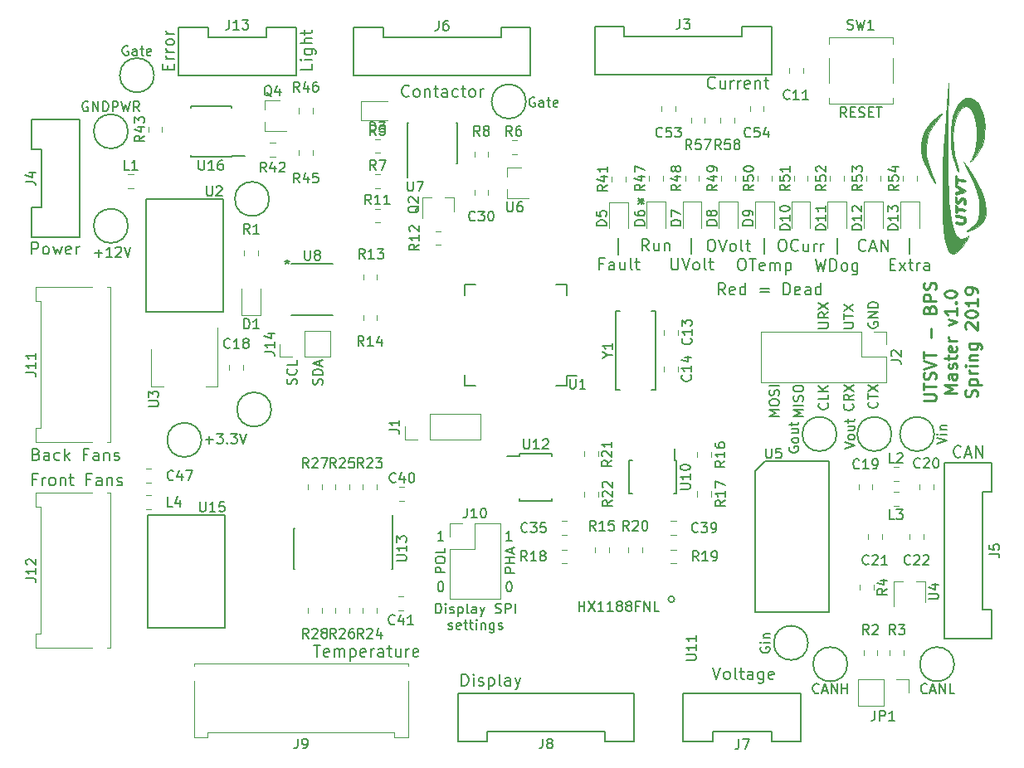
<source format=gbr>
%TF.GenerationSoftware,KiCad,Pcbnew,(5.0.0)*%
%TF.CreationDate,2019-02-02T21:10:16-06:00*%
%TF.ProjectId,BPSMaster,4250534D61737465722E6B696361645F,rev?*%
%TF.SameCoordinates,Original*%
%TF.FileFunction,Legend,Top*%
%TF.FilePolarity,Positive*%
%FSLAX46Y46*%
G04 Gerber Fmt 4.6, Leading zero omitted, Abs format (unit mm)*
G04 Created by KiCad (PCBNEW (5.0.0)) date 02/02/19 21:10:16*
%MOMM*%
%LPD*%
G01*
G04 APERTURE LIST*
%ADD10C,0.150000*%
%ADD11C,0.250000*%
%ADD12C,0.200000*%
%ADD13C,0.127000*%
%ADD14C,0.120000*%
%ADD15C,0.152400*%
%ADD16C,0.010000*%
G04 APERTURE END LIST*
D10*
X184147619Y-85252380D02*
X183814285Y-84776190D01*
X183576190Y-85252380D02*
X183576190Y-84252380D01*
X183957142Y-84252380D01*
X184052380Y-84300000D01*
X184100000Y-84347619D01*
X184147619Y-84442857D01*
X184147619Y-84585714D01*
X184100000Y-84680952D01*
X184052380Y-84728571D01*
X183957142Y-84776190D01*
X183576190Y-84776190D01*
X184576190Y-84728571D02*
X184909523Y-84728571D01*
X185052380Y-85252380D02*
X184576190Y-85252380D01*
X184576190Y-84252380D01*
X185052380Y-84252380D01*
X185433333Y-85204761D02*
X185576190Y-85252380D01*
X185814285Y-85252380D01*
X185909523Y-85204761D01*
X185957142Y-85157142D01*
X186004761Y-85061904D01*
X186004761Y-84966666D01*
X185957142Y-84871428D01*
X185909523Y-84823809D01*
X185814285Y-84776190D01*
X185623809Y-84728571D01*
X185528571Y-84680952D01*
X185480952Y-84633333D01*
X185433333Y-84538095D01*
X185433333Y-84442857D01*
X185480952Y-84347619D01*
X185528571Y-84300000D01*
X185623809Y-84252380D01*
X185861904Y-84252380D01*
X186004761Y-84300000D01*
X186433333Y-84728571D02*
X186766666Y-84728571D01*
X186909523Y-85252380D02*
X186433333Y-85252380D01*
X186433333Y-84252380D01*
X186909523Y-84252380D01*
X187195238Y-84252380D02*
X187766666Y-84252380D01*
X187480952Y-85252380D02*
X187480952Y-84252380D01*
X152345238Y-83250000D02*
X152250000Y-83202380D01*
X152107142Y-83202380D01*
X151964285Y-83250000D01*
X151869047Y-83345238D01*
X151821428Y-83440476D01*
X151773809Y-83630952D01*
X151773809Y-83773809D01*
X151821428Y-83964285D01*
X151869047Y-84059523D01*
X151964285Y-84154761D01*
X152107142Y-84202380D01*
X152202380Y-84202380D01*
X152345238Y-84154761D01*
X152392857Y-84107142D01*
X152392857Y-83773809D01*
X152202380Y-83773809D01*
X153250000Y-84202380D02*
X153250000Y-83678571D01*
X153202380Y-83583333D01*
X153107142Y-83535714D01*
X152916666Y-83535714D01*
X152821428Y-83583333D01*
X153250000Y-84154761D02*
X153154761Y-84202380D01*
X152916666Y-84202380D01*
X152821428Y-84154761D01*
X152773809Y-84059523D01*
X152773809Y-83964285D01*
X152821428Y-83869047D01*
X152916666Y-83821428D01*
X153154761Y-83821428D01*
X153250000Y-83773809D01*
X153583333Y-83535714D02*
X153964285Y-83535714D01*
X153726190Y-83202380D02*
X153726190Y-84059523D01*
X153773809Y-84154761D01*
X153869047Y-84202380D01*
X153964285Y-84202380D01*
X154678571Y-84154761D02*
X154583333Y-84202380D01*
X154392857Y-84202380D01*
X154297619Y-84154761D01*
X154250000Y-84059523D01*
X154250000Y-83678571D01*
X154297619Y-83583333D01*
X154392857Y-83535714D01*
X154583333Y-83535714D01*
X154678571Y-83583333D01*
X154726190Y-83678571D01*
X154726190Y-83773809D01*
X154250000Y-83869047D01*
X110845238Y-78000000D02*
X110750000Y-77952380D01*
X110607142Y-77952380D01*
X110464285Y-78000000D01*
X110369047Y-78095238D01*
X110321428Y-78190476D01*
X110273809Y-78380952D01*
X110273809Y-78523809D01*
X110321428Y-78714285D01*
X110369047Y-78809523D01*
X110464285Y-78904761D01*
X110607142Y-78952380D01*
X110702380Y-78952380D01*
X110845238Y-78904761D01*
X110892857Y-78857142D01*
X110892857Y-78523809D01*
X110702380Y-78523809D01*
X111750000Y-78952380D02*
X111750000Y-78428571D01*
X111702380Y-78333333D01*
X111607142Y-78285714D01*
X111416666Y-78285714D01*
X111321428Y-78333333D01*
X111750000Y-78904761D02*
X111654761Y-78952380D01*
X111416666Y-78952380D01*
X111321428Y-78904761D01*
X111273809Y-78809523D01*
X111273809Y-78714285D01*
X111321428Y-78619047D01*
X111416666Y-78571428D01*
X111654761Y-78571428D01*
X111750000Y-78523809D01*
X112083333Y-78285714D02*
X112464285Y-78285714D01*
X112226190Y-77952380D02*
X112226190Y-78809523D01*
X112273809Y-78904761D01*
X112369047Y-78952380D01*
X112464285Y-78952380D01*
X113178571Y-78904761D02*
X113083333Y-78952380D01*
X112892857Y-78952380D01*
X112797619Y-78904761D01*
X112750000Y-78809523D01*
X112750000Y-78428571D01*
X112797619Y-78333333D01*
X112892857Y-78285714D01*
X113083333Y-78285714D01*
X113178571Y-78333333D01*
X113226190Y-78428571D01*
X113226190Y-78523809D01*
X112750000Y-78619047D01*
X118777000Y-118181428D02*
X119538904Y-118181428D01*
X119157952Y-118562380D02*
X119157952Y-117800476D01*
X119919857Y-117562380D02*
X120538904Y-117562380D01*
X120205571Y-117943333D01*
X120348428Y-117943333D01*
X120443666Y-117990952D01*
X120491285Y-118038571D01*
X120538904Y-118133809D01*
X120538904Y-118371904D01*
X120491285Y-118467142D01*
X120443666Y-118514761D01*
X120348428Y-118562380D01*
X120062714Y-118562380D01*
X119967476Y-118514761D01*
X119919857Y-118467142D01*
X120967476Y-118467142D02*
X121015095Y-118514761D01*
X120967476Y-118562380D01*
X120919857Y-118514761D01*
X120967476Y-118467142D01*
X120967476Y-118562380D01*
X121348428Y-117562380D02*
X121967476Y-117562380D01*
X121634142Y-117943333D01*
X121777000Y-117943333D01*
X121872238Y-117990952D01*
X121919857Y-118038571D01*
X121967476Y-118133809D01*
X121967476Y-118371904D01*
X121919857Y-118467142D01*
X121872238Y-118514761D01*
X121777000Y-118562380D01*
X121491285Y-118562380D01*
X121396047Y-118514761D01*
X121348428Y-118467142D01*
X122253190Y-117562380D02*
X122586523Y-118562380D01*
X122919857Y-117562380D01*
X193381380Y-118625809D02*
X194381380Y-118292476D01*
X193381380Y-117959142D01*
X194381380Y-117625809D02*
X193714714Y-117625809D01*
X193381380Y-117625809D02*
X193429000Y-117673428D01*
X193476619Y-117625809D01*
X193429000Y-117578190D01*
X193381380Y-117625809D01*
X193476619Y-117625809D01*
X193714714Y-117149619D02*
X194381380Y-117149619D01*
X193809952Y-117149619D02*
X193762333Y-117102000D01*
X193714714Y-117006761D01*
X193714714Y-116863904D01*
X193762333Y-116768666D01*
X193857571Y-116721047D01*
X194381380Y-116721047D01*
X183983380Y-119125809D02*
X184983380Y-118792476D01*
X183983380Y-118459142D01*
X184983380Y-117982952D02*
X184935761Y-118078190D01*
X184888142Y-118125809D01*
X184792904Y-118173428D01*
X184507190Y-118173428D01*
X184411952Y-118125809D01*
X184364333Y-118078190D01*
X184316714Y-117982952D01*
X184316714Y-117840095D01*
X184364333Y-117744857D01*
X184411952Y-117697238D01*
X184507190Y-117649619D01*
X184792904Y-117649619D01*
X184888142Y-117697238D01*
X184935761Y-117744857D01*
X184983380Y-117840095D01*
X184983380Y-117982952D01*
X184316714Y-116792476D02*
X184983380Y-116792476D01*
X184316714Y-117221047D02*
X184840523Y-117221047D01*
X184935761Y-117173428D01*
X184983380Y-117078190D01*
X184983380Y-116935333D01*
X184935761Y-116840095D01*
X184888142Y-116792476D01*
X184316714Y-116459142D02*
X184316714Y-116078190D01*
X183983380Y-116316285D02*
X184840523Y-116316285D01*
X184935761Y-116268666D01*
X184983380Y-116173428D01*
X184983380Y-116078190D01*
X178316000Y-118911571D02*
X178268380Y-119006809D01*
X178268380Y-119149666D01*
X178316000Y-119292523D01*
X178411238Y-119387761D01*
X178506476Y-119435380D01*
X178696952Y-119483000D01*
X178839809Y-119483000D01*
X179030285Y-119435380D01*
X179125523Y-119387761D01*
X179220761Y-119292523D01*
X179268380Y-119149666D01*
X179268380Y-119054428D01*
X179220761Y-118911571D01*
X179173142Y-118863952D01*
X178839809Y-118863952D01*
X178839809Y-119054428D01*
X179268380Y-118292523D02*
X179220761Y-118387761D01*
X179173142Y-118435380D01*
X179077904Y-118483000D01*
X178792190Y-118483000D01*
X178696952Y-118435380D01*
X178649333Y-118387761D01*
X178601714Y-118292523D01*
X178601714Y-118149666D01*
X178649333Y-118054428D01*
X178696952Y-118006809D01*
X178792190Y-117959190D01*
X179077904Y-117959190D01*
X179173142Y-118006809D01*
X179220761Y-118054428D01*
X179268380Y-118149666D01*
X179268380Y-118292523D01*
X178601714Y-117102047D02*
X179268380Y-117102047D01*
X178601714Y-117530619D02*
X179125523Y-117530619D01*
X179220761Y-117483000D01*
X179268380Y-117387761D01*
X179268380Y-117244904D01*
X179220761Y-117149666D01*
X179173142Y-117102047D01*
X178601714Y-116768714D02*
X178601714Y-116387761D01*
X178268380Y-116625857D02*
X179125523Y-116625857D01*
X179220761Y-116578238D01*
X179268380Y-116483000D01*
X179268380Y-116387761D01*
X175395000Y-139366571D02*
X175347380Y-139461809D01*
X175347380Y-139604666D01*
X175395000Y-139747523D01*
X175490238Y-139842761D01*
X175585476Y-139890380D01*
X175775952Y-139938000D01*
X175918809Y-139938000D01*
X176109285Y-139890380D01*
X176204523Y-139842761D01*
X176299761Y-139747523D01*
X176347380Y-139604666D01*
X176347380Y-139509428D01*
X176299761Y-139366571D01*
X176252142Y-139318952D01*
X175918809Y-139318952D01*
X175918809Y-139509428D01*
X176347380Y-138890380D02*
X175680714Y-138890380D01*
X175347380Y-138890380D02*
X175395000Y-138938000D01*
X175442619Y-138890380D01*
X175395000Y-138842761D01*
X175347380Y-138890380D01*
X175442619Y-138890380D01*
X175680714Y-138414190D02*
X176347380Y-138414190D01*
X175775952Y-138414190D02*
X175728333Y-138366571D01*
X175680714Y-138271333D01*
X175680714Y-138128476D01*
X175728333Y-138033238D01*
X175823571Y-137985619D01*
X176347380Y-137985619D01*
D11*
X192008476Y-114215904D02*
X193020380Y-114215904D01*
X193139428Y-114156380D01*
X193198952Y-114096857D01*
X193258476Y-113977809D01*
X193258476Y-113739714D01*
X193198952Y-113620666D01*
X193139428Y-113561142D01*
X193020380Y-113501619D01*
X192008476Y-113501619D01*
X192008476Y-113084952D02*
X192008476Y-112370666D01*
X193258476Y-112727809D02*
X192008476Y-112727809D01*
X193198952Y-112013523D02*
X193258476Y-111834952D01*
X193258476Y-111537333D01*
X193198952Y-111418285D01*
X193139428Y-111358761D01*
X193020380Y-111299238D01*
X192901333Y-111299238D01*
X192782285Y-111358761D01*
X192722761Y-111418285D01*
X192663238Y-111537333D01*
X192603714Y-111775428D01*
X192544190Y-111894476D01*
X192484666Y-111954000D01*
X192365619Y-112013523D01*
X192246571Y-112013523D01*
X192127523Y-111954000D01*
X192068000Y-111894476D01*
X192008476Y-111775428D01*
X192008476Y-111477809D01*
X192068000Y-111299238D01*
X192008476Y-110942095D02*
X193258476Y-110525428D01*
X192008476Y-110108761D01*
X192008476Y-109870666D02*
X192008476Y-109156380D01*
X193258476Y-109513523D02*
X192008476Y-109513523D01*
X192782285Y-107787333D02*
X192782285Y-106834952D01*
X192603714Y-104870666D02*
X192663238Y-104692095D01*
X192722761Y-104632571D01*
X192841809Y-104573047D01*
X193020380Y-104573047D01*
X193139428Y-104632571D01*
X193198952Y-104692095D01*
X193258476Y-104811142D01*
X193258476Y-105287333D01*
X192008476Y-105287333D01*
X192008476Y-104870666D01*
X192068000Y-104751619D01*
X192127523Y-104692095D01*
X192246571Y-104632571D01*
X192365619Y-104632571D01*
X192484666Y-104692095D01*
X192544190Y-104751619D01*
X192603714Y-104870666D01*
X192603714Y-105287333D01*
X193258476Y-104037333D02*
X192008476Y-104037333D01*
X192008476Y-103561142D01*
X192068000Y-103442095D01*
X192127523Y-103382571D01*
X192246571Y-103323047D01*
X192425142Y-103323047D01*
X192544190Y-103382571D01*
X192603714Y-103442095D01*
X192663238Y-103561142D01*
X192663238Y-104037333D01*
X193198952Y-102846857D02*
X193258476Y-102668285D01*
X193258476Y-102370666D01*
X193198952Y-102251619D01*
X193139428Y-102192095D01*
X193020380Y-102132571D01*
X192901333Y-102132571D01*
X192782285Y-102192095D01*
X192722761Y-102251619D01*
X192663238Y-102370666D01*
X192603714Y-102608761D01*
X192544190Y-102727809D01*
X192484666Y-102787333D01*
X192365619Y-102846857D01*
X192246571Y-102846857D01*
X192127523Y-102787333D01*
X192068000Y-102727809D01*
X192008476Y-102608761D01*
X192008476Y-102311142D01*
X192068000Y-102132571D01*
X195383476Y-113412333D02*
X194133476Y-113412333D01*
X195026333Y-112995666D01*
X194133476Y-112579000D01*
X195383476Y-112579000D01*
X195383476Y-111448047D02*
X194728714Y-111448047D01*
X194609666Y-111507571D01*
X194550142Y-111626619D01*
X194550142Y-111864714D01*
X194609666Y-111983761D01*
X195323952Y-111448047D02*
X195383476Y-111567095D01*
X195383476Y-111864714D01*
X195323952Y-111983761D01*
X195204904Y-112043285D01*
X195085857Y-112043285D01*
X194966809Y-111983761D01*
X194907285Y-111864714D01*
X194907285Y-111567095D01*
X194847761Y-111448047D01*
X195323952Y-110912333D02*
X195383476Y-110793285D01*
X195383476Y-110555190D01*
X195323952Y-110436142D01*
X195204904Y-110376619D01*
X195145380Y-110376619D01*
X195026333Y-110436142D01*
X194966809Y-110555190D01*
X194966809Y-110733761D01*
X194907285Y-110852809D01*
X194788238Y-110912333D01*
X194728714Y-110912333D01*
X194609666Y-110852809D01*
X194550142Y-110733761D01*
X194550142Y-110555190D01*
X194609666Y-110436142D01*
X194550142Y-110019476D02*
X194550142Y-109543285D01*
X194133476Y-109840904D02*
X195204904Y-109840904D01*
X195323952Y-109781380D01*
X195383476Y-109662333D01*
X195383476Y-109543285D01*
X195323952Y-108650428D02*
X195383476Y-108769476D01*
X195383476Y-109007571D01*
X195323952Y-109126619D01*
X195204904Y-109186142D01*
X194728714Y-109186142D01*
X194609666Y-109126619D01*
X194550142Y-109007571D01*
X194550142Y-108769476D01*
X194609666Y-108650428D01*
X194728714Y-108590904D01*
X194847761Y-108590904D01*
X194966809Y-109186142D01*
X195383476Y-108055190D02*
X194550142Y-108055190D01*
X194788238Y-108055190D02*
X194669190Y-107995666D01*
X194609666Y-107936142D01*
X194550142Y-107817095D01*
X194550142Y-107698047D01*
X194550142Y-106448047D02*
X195383476Y-106150428D01*
X194550142Y-105852809D01*
X195383476Y-104721857D02*
X195383476Y-105436142D01*
X195383476Y-105079000D02*
X194133476Y-105079000D01*
X194312047Y-105198047D01*
X194431095Y-105317095D01*
X194490619Y-105436142D01*
X195264428Y-104186142D02*
X195323952Y-104126619D01*
X195383476Y-104186142D01*
X195323952Y-104245666D01*
X195264428Y-104186142D01*
X195383476Y-104186142D01*
X194133476Y-103352809D02*
X194133476Y-103233761D01*
X194193000Y-103114714D01*
X194252523Y-103055190D01*
X194371571Y-102995666D01*
X194609666Y-102936142D01*
X194907285Y-102936142D01*
X195145380Y-102995666D01*
X195264428Y-103055190D01*
X195323952Y-103114714D01*
X195383476Y-103233761D01*
X195383476Y-103352809D01*
X195323952Y-103471857D01*
X195264428Y-103531380D01*
X195145380Y-103590904D01*
X194907285Y-103650428D01*
X194609666Y-103650428D01*
X194371571Y-103590904D01*
X194252523Y-103531380D01*
X194193000Y-103471857D01*
X194133476Y-103352809D01*
X197448952Y-113799238D02*
X197508476Y-113620666D01*
X197508476Y-113323047D01*
X197448952Y-113204000D01*
X197389428Y-113144476D01*
X197270380Y-113084952D01*
X197151333Y-113084952D01*
X197032285Y-113144476D01*
X196972761Y-113204000D01*
X196913238Y-113323047D01*
X196853714Y-113561142D01*
X196794190Y-113680190D01*
X196734666Y-113739714D01*
X196615619Y-113799238D01*
X196496571Y-113799238D01*
X196377523Y-113739714D01*
X196318000Y-113680190D01*
X196258476Y-113561142D01*
X196258476Y-113263523D01*
X196318000Y-113084952D01*
X196675142Y-112549238D02*
X197925142Y-112549238D01*
X196734666Y-112549238D02*
X196675142Y-112430190D01*
X196675142Y-112192095D01*
X196734666Y-112073047D01*
X196794190Y-112013523D01*
X196913238Y-111954000D01*
X197270380Y-111954000D01*
X197389428Y-112013523D01*
X197448952Y-112073047D01*
X197508476Y-112192095D01*
X197508476Y-112430190D01*
X197448952Y-112549238D01*
X197508476Y-111418285D02*
X196675142Y-111418285D01*
X196913238Y-111418285D02*
X196794190Y-111358761D01*
X196734666Y-111299238D01*
X196675142Y-111180190D01*
X196675142Y-111061142D01*
X197508476Y-110644476D02*
X196675142Y-110644476D01*
X196258476Y-110644476D02*
X196318000Y-110704000D01*
X196377523Y-110644476D01*
X196318000Y-110584952D01*
X196258476Y-110644476D01*
X196377523Y-110644476D01*
X196675142Y-110049238D02*
X197508476Y-110049238D01*
X196794190Y-110049238D02*
X196734666Y-109989714D01*
X196675142Y-109870666D01*
X196675142Y-109692095D01*
X196734666Y-109573047D01*
X196853714Y-109513523D01*
X197508476Y-109513523D01*
X196675142Y-108382571D02*
X197687047Y-108382571D01*
X197806095Y-108442095D01*
X197865619Y-108501619D01*
X197925142Y-108620666D01*
X197925142Y-108799238D01*
X197865619Y-108918285D01*
X197448952Y-108382571D02*
X197508476Y-108501619D01*
X197508476Y-108739714D01*
X197448952Y-108858761D01*
X197389428Y-108918285D01*
X197270380Y-108977809D01*
X196913238Y-108977809D01*
X196794190Y-108918285D01*
X196734666Y-108858761D01*
X196675142Y-108739714D01*
X196675142Y-108501619D01*
X196734666Y-108382571D01*
X196377523Y-106894476D02*
X196318000Y-106834952D01*
X196258476Y-106715904D01*
X196258476Y-106418285D01*
X196318000Y-106299238D01*
X196377523Y-106239714D01*
X196496571Y-106180190D01*
X196615619Y-106180190D01*
X196794190Y-106239714D01*
X197508476Y-106954000D01*
X197508476Y-106180190D01*
X196258476Y-105406380D02*
X196258476Y-105287333D01*
X196318000Y-105168285D01*
X196377523Y-105108761D01*
X196496571Y-105049238D01*
X196734666Y-104989714D01*
X197032285Y-104989714D01*
X197270380Y-105049238D01*
X197389428Y-105108761D01*
X197448952Y-105168285D01*
X197508476Y-105287333D01*
X197508476Y-105406380D01*
X197448952Y-105525428D01*
X197389428Y-105584952D01*
X197270380Y-105644476D01*
X197032285Y-105704000D01*
X196734666Y-105704000D01*
X196496571Y-105644476D01*
X196377523Y-105584952D01*
X196318000Y-105525428D01*
X196258476Y-105406380D01*
X197508476Y-103799238D02*
X197508476Y-104513523D01*
X197508476Y-104156380D02*
X196258476Y-104156380D01*
X196437047Y-104275428D01*
X196556095Y-104394476D01*
X196615619Y-104513523D01*
X197508476Y-103204000D02*
X197508476Y-102965904D01*
X197448952Y-102846857D01*
X197389428Y-102787333D01*
X197210857Y-102668285D01*
X196972761Y-102608761D01*
X196496571Y-102608761D01*
X196377523Y-102668285D01*
X196318000Y-102727809D01*
X196258476Y-102846857D01*
X196258476Y-103084952D01*
X196318000Y-103204000D01*
X196377523Y-103263523D01*
X196496571Y-103323047D01*
X196794190Y-103323047D01*
X196913238Y-103263523D01*
X196972761Y-103204000D01*
X197032285Y-103084952D01*
X197032285Y-102846857D01*
X196972761Y-102727809D01*
X196913238Y-102668285D01*
X196794190Y-102608761D01*
D10*
X192373380Y-143994142D02*
X192325761Y-144041761D01*
X192182904Y-144089380D01*
X192087666Y-144089380D01*
X191944809Y-144041761D01*
X191849571Y-143946523D01*
X191801952Y-143851285D01*
X191754333Y-143660809D01*
X191754333Y-143517952D01*
X191801952Y-143327476D01*
X191849571Y-143232238D01*
X191944809Y-143137000D01*
X192087666Y-143089380D01*
X192182904Y-143089380D01*
X192325761Y-143137000D01*
X192373380Y-143184619D01*
X192754333Y-143803666D02*
X193230523Y-143803666D01*
X192659095Y-144089380D02*
X192992428Y-143089380D01*
X193325761Y-144089380D01*
X193659095Y-144089380D02*
X193659095Y-143089380D01*
X194230523Y-144089380D01*
X194230523Y-143089380D01*
X195182904Y-144089380D02*
X194706714Y-144089380D01*
X194706714Y-143089380D01*
X181332333Y-143994142D02*
X181284714Y-144041761D01*
X181141857Y-144089380D01*
X181046619Y-144089380D01*
X180903761Y-144041761D01*
X180808523Y-143946523D01*
X180760904Y-143851285D01*
X180713285Y-143660809D01*
X180713285Y-143517952D01*
X180760904Y-143327476D01*
X180808523Y-143232238D01*
X180903761Y-143137000D01*
X181046619Y-143089380D01*
X181141857Y-143089380D01*
X181284714Y-143137000D01*
X181332333Y-143184619D01*
X181713285Y-143803666D02*
X182189476Y-143803666D01*
X181618047Y-144089380D02*
X181951380Y-143089380D01*
X182284714Y-144089380D01*
X182618047Y-144089380D02*
X182618047Y-143089380D01*
X183189476Y-144089380D01*
X183189476Y-143089380D01*
X183665666Y-144089380D02*
X183665666Y-143089380D01*
X183665666Y-143565571D02*
X184237095Y-143565571D01*
X184237095Y-144089380D02*
X184237095Y-143089380D01*
X106759666Y-83701000D02*
X106664428Y-83653380D01*
X106521571Y-83653380D01*
X106378714Y-83701000D01*
X106283476Y-83796238D01*
X106235857Y-83891476D01*
X106188238Y-84081952D01*
X106188238Y-84224809D01*
X106235857Y-84415285D01*
X106283476Y-84510523D01*
X106378714Y-84605761D01*
X106521571Y-84653380D01*
X106616809Y-84653380D01*
X106759666Y-84605761D01*
X106807285Y-84558142D01*
X106807285Y-84224809D01*
X106616809Y-84224809D01*
X107235857Y-84653380D02*
X107235857Y-83653380D01*
X107807285Y-84653380D01*
X107807285Y-83653380D01*
X108283476Y-84653380D02*
X108283476Y-83653380D01*
X108521571Y-83653380D01*
X108664428Y-83701000D01*
X108759666Y-83796238D01*
X108807285Y-83891476D01*
X108854904Y-84081952D01*
X108854904Y-84224809D01*
X108807285Y-84415285D01*
X108759666Y-84510523D01*
X108664428Y-84605761D01*
X108521571Y-84653380D01*
X108283476Y-84653380D01*
X109283476Y-84653380D02*
X109283476Y-83653380D01*
X109664428Y-83653380D01*
X109759666Y-83701000D01*
X109807285Y-83748619D01*
X109854904Y-83843857D01*
X109854904Y-83986714D01*
X109807285Y-84081952D01*
X109759666Y-84129571D01*
X109664428Y-84177190D01*
X109283476Y-84177190D01*
X110188238Y-83653380D02*
X110426333Y-84653380D01*
X110616809Y-83939095D01*
X110807285Y-84653380D01*
X111045380Y-83653380D01*
X111997761Y-84653380D02*
X111664428Y-84177190D01*
X111426333Y-84653380D02*
X111426333Y-83653380D01*
X111807285Y-83653380D01*
X111902523Y-83701000D01*
X111950142Y-83748619D01*
X111997761Y-83843857D01*
X111997761Y-83986714D01*
X111950142Y-84081952D01*
X111902523Y-84129571D01*
X111807285Y-84177190D01*
X111426333Y-84177190D01*
X107458095Y-99131428D02*
X108220000Y-99131428D01*
X107839047Y-99512380D02*
X107839047Y-98750476D01*
X109220000Y-99512380D02*
X108648571Y-99512380D01*
X108934285Y-99512380D02*
X108934285Y-98512380D01*
X108839047Y-98655238D01*
X108743809Y-98750476D01*
X108648571Y-98798095D01*
X109600952Y-98607619D02*
X109648571Y-98560000D01*
X109743809Y-98512380D01*
X109981904Y-98512380D01*
X110077142Y-98560000D01*
X110124761Y-98607619D01*
X110172380Y-98702857D01*
X110172380Y-98798095D01*
X110124761Y-98940952D01*
X109553333Y-99512380D01*
X110172380Y-99512380D01*
X110458095Y-98512380D02*
X110791428Y-99512380D01*
X111124761Y-98512380D01*
X142256380Y-135898380D02*
X142256380Y-134898380D01*
X142494476Y-134898380D01*
X142637333Y-134946000D01*
X142732571Y-135041238D01*
X142780190Y-135136476D01*
X142827809Y-135326952D01*
X142827809Y-135469809D01*
X142780190Y-135660285D01*
X142732571Y-135755523D01*
X142637333Y-135850761D01*
X142494476Y-135898380D01*
X142256380Y-135898380D01*
X143256380Y-135898380D02*
X143256380Y-135231714D01*
X143256380Y-134898380D02*
X143208761Y-134946000D01*
X143256380Y-134993619D01*
X143304000Y-134946000D01*
X143256380Y-134898380D01*
X143256380Y-134993619D01*
X143684952Y-135850761D02*
X143780190Y-135898380D01*
X143970666Y-135898380D01*
X144065904Y-135850761D01*
X144113523Y-135755523D01*
X144113523Y-135707904D01*
X144065904Y-135612666D01*
X143970666Y-135565047D01*
X143827809Y-135565047D01*
X143732571Y-135517428D01*
X143684952Y-135422190D01*
X143684952Y-135374571D01*
X143732571Y-135279333D01*
X143827809Y-135231714D01*
X143970666Y-135231714D01*
X144065904Y-135279333D01*
X144542095Y-135231714D02*
X144542095Y-136231714D01*
X144542095Y-135279333D02*
X144637333Y-135231714D01*
X144827809Y-135231714D01*
X144923047Y-135279333D01*
X144970666Y-135326952D01*
X145018285Y-135422190D01*
X145018285Y-135707904D01*
X144970666Y-135803142D01*
X144923047Y-135850761D01*
X144827809Y-135898380D01*
X144637333Y-135898380D01*
X144542095Y-135850761D01*
X145589714Y-135898380D02*
X145494476Y-135850761D01*
X145446857Y-135755523D01*
X145446857Y-134898380D01*
X146399238Y-135898380D02*
X146399238Y-135374571D01*
X146351619Y-135279333D01*
X146256380Y-135231714D01*
X146065904Y-135231714D01*
X145970666Y-135279333D01*
X146399238Y-135850761D02*
X146304000Y-135898380D01*
X146065904Y-135898380D01*
X145970666Y-135850761D01*
X145923047Y-135755523D01*
X145923047Y-135660285D01*
X145970666Y-135565047D01*
X146065904Y-135517428D01*
X146304000Y-135517428D01*
X146399238Y-135469809D01*
X146780190Y-135231714D02*
X147018285Y-135898380D01*
X147256380Y-135231714D02*
X147018285Y-135898380D01*
X146923047Y-136136476D01*
X146875428Y-136184095D01*
X146780190Y-136231714D01*
X148351619Y-135850761D02*
X148494476Y-135898380D01*
X148732571Y-135898380D01*
X148827809Y-135850761D01*
X148875428Y-135803142D01*
X148923047Y-135707904D01*
X148923047Y-135612666D01*
X148875428Y-135517428D01*
X148827809Y-135469809D01*
X148732571Y-135422190D01*
X148542095Y-135374571D01*
X148446857Y-135326952D01*
X148399238Y-135279333D01*
X148351619Y-135184095D01*
X148351619Y-135088857D01*
X148399238Y-134993619D01*
X148446857Y-134946000D01*
X148542095Y-134898380D01*
X148780190Y-134898380D01*
X148923047Y-134946000D01*
X149351619Y-135898380D02*
X149351619Y-134898380D01*
X149732571Y-134898380D01*
X149827809Y-134946000D01*
X149875428Y-134993619D01*
X149923047Y-135088857D01*
X149923047Y-135231714D01*
X149875428Y-135326952D01*
X149827809Y-135374571D01*
X149732571Y-135422190D01*
X149351619Y-135422190D01*
X150351619Y-135898380D02*
X150351619Y-134898380D01*
X143542095Y-137500761D02*
X143637333Y-137548380D01*
X143827809Y-137548380D01*
X143923047Y-137500761D01*
X143970666Y-137405523D01*
X143970666Y-137357904D01*
X143923047Y-137262666D01*
X143827809Y-137215047D01*
X143684952Y-137215047D01*
X143589714Y-137167428D01*
X143542095Y-137072190D01*
X143542095Y-137024571D01*
X143589714Y-136929333D01*
X143684952Y-136881714D01*
X143827809Y-136881714D01*
X143923047Y-136929333D01*
X144780190Y-137500761D02*
X144684952Y-137548380D01*
X144494476Y-137548380D01*
X144399238Y-137500761D01*
X144351619Y-137405523D01*
X144351619Y-137024571D01*
X144399238Y-136929333D01*
X144494476Y-136881714D01*
X144684952Y-136881714D01*
X144780190Y-136929333D01*
X144827809Y-137024571D01*
X144827809Y-137119809D01*
X144351619Y-137215047D01*
X145113523Y-136881714D02*
X145494476Y-136881714D01*
X145256380Y-136548380D02*
X145256380Y-137405523D01*
X145304000Y-137500761D01*
X145399238Y-137548380D01*
X145494476Y-137548380D01*
X145684952Y-136881714D02*
X146065904Y-136881714D01*
X145827809Y-136548380D02*
X145827809Y-137405523D01*
X145875428Y-137500761D01*
X145970666Y-137548380D01*
X146065904Y-137548380D01*
X146399238Y-137548380D02*
X146399238Y-136881714D01*
X146399238Y-136548380D02*
X146351619Y-136596000D01*
X146399238Y-136643619D01*
X146446857Y-136596000D01*
X146399238Y-136548380D01*
X146399238Y-136643619D01*
X146875428Y-136881714D02*
X146875428Y-137548380D01*
X146875428Y-136976952D02*
X146923047Y-136929333D01*
X147018285Y-136881714D01*
X147161142Y-136881714D01*
X147256380Y-136929333D01*
X147304000Y-137024571D01*
X147304000Y-137548380D01*
X148208761Y-136881714D02*
X148208761Y-137691238D01*
X148161142Y-137786476D01*
X148113523Y-137834095D01*
X148018285Y-137881714D01*
X147875428Y-137881714D01*
X147780190Y-137834095D01*
X148208761Y-137500761D02*
X148113523Y-137548380D01*
X147923047Y-137548380D01*
X147827809Y-137500761D01*
X147780190Y-137453142D01*
X147732571Y-137357904D01*
X147732571Y-137072190D01*
X147780190Y-136976952D01*
X147827809Y-136929333D01*
X147923047Y-136881714D01*
X148113523Y-136881714D01*
X148208761Y-136929333D01*
X148637333Y-137500761D02*
X148732571Y-137548380D01*
X148923047Y-137548380D01*
X149018285Y-137500761D01*
X149065904Y-137405523D01*
X149065904Y-137357904D01*
X149018285Y-137262666D01*
X148923047Y-137215047D01*
X148780190Y-137215047D01*
X148684952Y-137167428D01*
X148637333Y-137072190D01*
X148637333Y-137024571D01*
X148684952Y-136929333D01*
X148780190Y-136881714D01*
X148923047Y-136881714D01*
X149018285Y-136929333D01*
X150312380Y-131770285D02*
X149312380Y-131770285D01*
X149312380Y-131389333D01*
X149360000Y-131294095D01*
X149407619Y-131246476D01*
X149502857Y-131198857D01*
X149645714Y-131198857D01*
X149740952Y-131246476D01*
X149788571Y-131294095D01*
X149836190Y-131389333D01*
X149836190Y-131770285D01*
X150312380Y-130770285D02*
X149312380Y-130770285D01*
X149788571Y-130770285D02*
X149788571Y-130198857D01*
X150312380Y-130198857D02*
X149312380Y-130198857D01*
X150026666Y-129770285D02*
X150026666Y-129294095D01*
X150312380Y-129865523D02*
X149312380Y-129532190D01*
X150312380Y-129198857D01*
X143200380Y-131746476D02*
X142200380Y-131746476D01*
X142200380Y-131365523D01*
X142248000Y-131270285D01*
X142295619Y-131222666D01*
X142390857Y-131175047D01*
X142533714Y-131175047D01*
X142628952Y-131222666D01*
X142676571Y-131270285D01*
X142724190Y-131365523D01*
X142724190Y-131746476D01*
X142200380Y-130556000D02*
X142200380Y-130365523D01*
X142248000Y-130270285D01*
X142343238Y-130175047D01*
X142533714Y-130127428D01*
X142867047Y-130127428D01*
X143057523Y-130175047D01*
X143152761Y-130270285D01*
X143200380Y-130365523D01*
X143200380Y-130556000D01*
X143152761Y-130651238D01*
X143057523Y-130746476D01*
X142867047Y-130794095D01*
X142533714Y-130794095D01*
X142343238Y-130746476D01*
X142248000Y-130651238D01*
X142200380Y-130556000D01*
X143200380Y-129222666D02*
X143200380Y-129698857D01*
X142200380Y-129698857D01*
X149685380Y-132675380D02*
X149780619Y-132675380D01*
X149875857Y-132723000D01*
X149923476Y-132770619D01*
X149971095Y-132865857D01*
X150018714Y-133056333D01*
X150018714Y-133294428D01*
X149971095Y-133484904D01*
X149923476Y-133580142D01*
X149875857Y-133627761D01*
X149780619Y-133675380D01*
X149685380Y-133675380D01*
X149590142Y-133627761D01*
X149542523Y-133580142D01*
X149494904Y-133484904D01*
X149447285Y-133294428D01*
X149447285Y-133056333D01*
X149494904Y-132865857D01*
X149542523Y-132770619D01*
X149590142Y-132723000D01*
X149685380Y-132675380D01*
X142700380Y-132675380D02*
X142795619Y-132675380D01*
X142890857Y-132723000D01*
X142938476Y-132770619D01*
X142986095Y-132865857D01*
X143033714Y-133056333D01*
X143033714Y-133294428D01*
X142986095Y-133484904D01*
X142938476Y-133580142D01*
X142890857Y-133627761D01*
X142795619Y-133675380D01*
X142700380Y-133675380D01*
X142605142Y-133627761D01*
X142557523Y-133580142D01*
X142509904Y-133484904D01*
X142462285Y-133294428D01*
X142462285Y-133056333D01*
X142509904Y-132865857D01*
X142557523Y-132770619D01*
X142605142Y-132723000D01*
X142700380Y-132675380D01*
X150018714Y-128468380D02*
X149447285Y-128468380D01*
X149733000Y-128468380D02*
X149733000Y-127468380D01*
X149637761Y-127611238D01*
X149542523Y-127706476D01*
X149447285Y-127754095D01*
X143033714Y-128468380D02*
X142462285Y-128468380D01*
X142748000Y-128468380D02*
X142748000Y-127468380D01*
X142652761Y-127611238D01*
X142557523Y-127706476D01*
X142462285Y-127754095D01*
X130655961Y-112537405D02*
X130703580Y-112394548D01*
X130703580Y-112156453D01*
X130655961Y-112061215D01*
X130608342Y-112013596D01*
X130513104Y-111965977D01*
X130417866Y-111965977D01*
X130322628Y-112013596D01*
X130275009Y-112061215D01*
X130227390Y-112156453D01*
X130179771Y-112346929D01*
X130132152Y-112442167D01*
X130084533Y-112489786D01*
X129989295Y-112537405D01*
X129894057Y-112537405D01*
X129798819Y-112489786D01*
X129751200Y-112442167D01*
X129703580Y-112346929D01*
X129703580Y-112108834D01*
X129751200Y-111965977D01*
X130703580Y-111537405D02*
X129703580Y-111537405D01*
X129703580Y-111299310D01*
X129751200Y-111156453D01*
X129846438Y-111061215D01*
X129941676Y-111013596D01*
X130132152Y-110965977D01*
X130275009Y-110965977D01*
X130465485Y-111013596D01*
X130560723Y-111061215D01*
X130655961Y-111156453D01*
X130703580Y-111299310D01*
X130703580Y-111537405D01*
X130417866Y-110585024D02*
X130417866Y-110108834D01*
X130703580Y-110680262D02*
X129703580Y-110346929D01*
X130703580Y-110013596D01*
X128024521Y-112533916D02*
X128072140Y-112391059D01*
X128072140Y-112152963D01*
X128024521Y-112057725D01*
X127976902Y-112010106D01*
X127881664Y-111962487D01*
X127786426Y-111962487D01*
X127691188Y-112010106D01*
X127643569Y-112057725D01*
X127595950Y-112152963D01*
X127548331Y-112343440D01*
X127500712Y-112438678D01*
X127453093Y-112486297D01*
X127357855Y-112533916D01*
X127262617Y-112533916D01*
X127167379Y-112486297D01*
X127119760Y-112438678D01*
X127072140Y-112343440D01*
X127072140Y-112105344D01*
X127119760Y-111962487D01*
X127976902Y-110962487D02*
X128024521Y-111010106D01*
X128072140Y-111152963D01*
X128072140Y-111248201D01*
X128024521Y-111391059D01*
X127929283Y-111486297D01*
X127834045Y-111533916D01*
X127643569Y-111581535D01*
X127500712Y-111581535D01*
X127310236Y-111533916D01*
X127214998Y-111486297D01*
X127119760Y-111391059D01*
X127072140Y-111248201D01*
X127072140Y-111152963D01*
X127119760Y-111010106D01*
X127167379Y-110962487D01*
X128072140Y-110057725D02*
X128072140Y-110533916D01*
X127072140Y-110533916D01*
X181306220Y-106783664D02*
X182115744Y-106783664D01*
X182210982Y-106736045D01*
X182258601Y-106688426D01*
X182306220Y-106593188D01*
X182306220Y-106402712D01*
X182258601Y-106307474D01*
X182210982Y-106259855D01*
X182115744Y-106212236D01*
X181306220Y-106212236D01*
X182306220Y-105164617D02*
X181830030Y-105497950D01*
X182306220Y-105736045D02*
X181306220Y-105736045D01*
X181306220Y-105355093D01*
X181353840Y-105259855D01*
X181401459Y-105212236D01*
X181496697Y-105164617D01*
X181639554Y-105164617D01*
X181734792Y-105212236D01*
X181782411Y-105259855D01*
X181830030Y-105355093D01*
X181830030Y-105736045D01*
X181306220Y-104831283D02*
X182306220Y-104164617D01*
X181306220Y-104164617D02*
X182306220Y-104831283D01*
X186428760Y-106212544D02*
X186381140Y-106307782D01*
X186381140Y-106450640D01*
X186428760Y-106593497D01*
X186523998Y-106688735D01*
X186619236Y-106736354D01*
X186809712Y-106783973D01*
X186952569Y-106783973D01*
X187143045Y-106736354D01*
X187238283Y-106688735D01*
X187333521Y-106593497D01*
X187381140Y-106450640D01*
X187381140Y-106355401D01*
X187333521Y-106212544D01*
X187285902Y-106164925D01*
X186952569Y-106164925D01*
X186952569Y-106355401D01*
X187381140Y-105736354D02*
X186381140Y-105736354D01*
X187381140Y-105164925D01*
X186381140Y-105164925D01*
X187381140Y-104688735D02*
X186381140Y-104688735D01*
X186381140Y-104450640D01*
X186428760Y-104307782D01*
X186523998Y-104212544D01*
X186619236Y-104164925D01*
X186809712Y-104117306D01*
X186952569Y-104117306D01*
X187143045Y-104164925D01*
X187238283Y-104212544D01*
X187333521Y-104307782D01*
X187381140Y-104450640D01*
X187381140Y-104688735D01*
X183866540Y-106781457D02*
X184676064Y-106781457D01*
X184771302Y-106733838D01*
X184818921Y-106686219D01*
X184866540Y-106590980D01*
X184866540Y-106400504D01*
X184818921Y-106305266D01*
X184771302Y-106257647D01*
X184676064Y-106210028D01*
X183866540Y-106210028D01*
X183866540Y-105876695D02*
X183866540Y-105305266D01*
X184866540Y-105590980D02*
X183866540Y-105590980D01*
X183866540Y-105067171D02*
X184866540Y-104400504D01*
X183866540Y-104400504D02*
X184866540Y-105067171D01*
X177271940Y-115815548D02*
X176271940Y-115815548D01*
X176986226Y-115482215D01*
X176271940Y-115148881D01*
X177271940Y-115148881D01*
X176271940Y-114482215D02*
X176271940Y-114291739D01*
X176319560Y-114196500D01*
X176414798Y-114101262D01*
X176605274Y-114053643D01*
X176938607Y-114053643D01*
X177129083Y-114101262D01*
X177224321Y-114196500D01*
X177271940Y-114291739D01*
X177271940Y-114482215D01*
X177224321Y-114577453D01*
X177129083Y-114672691D01*
X176938607Y-114720310D01*
X176605274Y-114720310D01*
X176414798Y-114672691D01*
X176319560Y-114577453D01*
X176271940Y-114482215D01*
X177224321Y-113672691D02*
X177271940Y-113529834D01*
X177271940Y-113291739D01*
X177224321Y-113196500D01*
X177176702Y-113148881D01*
X177081464Y-113101262D01*
X176986226Y-113101262D01*
X176890988Y-113148881D01*
X176843369Y-113196500D01*
X176795750Y-113291739D01*
X176748131Y-113482215D01*
X176700512Y-113577453D01*
X176652893Y-113625072D01*
X176557655Y-113672691D01*
X176462417Y-113672691D01*
X176367179Y-113625072D01*
X176319560Y-113577453D01*
X176271940Y-113482215D01*
X176271940Y-113244120D01*
X176319560Y-113101262D01*
X177271940Y-112672691D02*
X176271940Y-112672691D01*
X179745900Y-115815548D02*
X178745900Y-115815548D01*
X179460186Y-115482215D01*
X178745900Y-115148881D01*
X179745900Y-115148881D01*
X179745900Y-114672691D02*
X178745900Y-114672691D01*
X179698281Y-114244120D02*
X179745900Y-114101262D01*
X179745900Y-113863167D01*
X179698281Y-113767929D01*
X179650662Y-113720310D01*
X179555424Y-113672691D01*
X179460186Y-113672691D01*
X179364948Y-113720310D01*
X179317329Y-113767929D01*
X179269710Y-113863167D01*
X179222091Y-114053643D01*
X179174472Y-114148881D01*
X179126853Y-114196500D01*
X179031615Y-114244120D01*
X178936377Y-114244120D01*
X178841139Y-114196500D01*
X178793520Y-114148881D01*
X178745900Y-114053643D01*
X178745900Y-113815548D01*
X178793520Y-113672691D01*
X178745900Y-113053643D02*
X178745900Y-112863167D01*
X178793520Y-112767929D01*
X178888758Y-112672691D01*
X179079234Y-112625072D01*
X179412567Y-112625072D01*
X179603043Y-112672691D01*
X179698281Y-112767929D01*
X179745900Y-112863167D01*
X179745900Y-113053643D01*
X179698281Y-113148881D01*
X179603043Y-113244120D01*
X179412567Y-113291739D01*
X179079234Y-113291739D01*
X178888758Y-113244120D01*
X178793520Y-113148881D01*
X178745900Y-113053643D01*
X182210982Y-114463438D02*
X182258601Y-114511057D01*
X182306220Y-114653914D01*
X182306220Y-114749152D01*
X182258601Y-114892009D01*
X182163363Y-114987247D01*
X182068125Y-115034866D01*
X181877649Y-115082485D01*
X181734792Y-115082485D01*
X181544316Y-115034866D01*
X181449078Y-114987247D01*
X181353840Y-114892009D01*
X181306220Y-114749152D01*
X181306220Y-114653914D01*
X181353840Y-114511057D01*
X181401459Y-114463438D01*
X182306220Y-113558676D02*
X182306220Y-114034866D01*
X181306220Y-114034866D01*
X182306220Y-113225342D02*
X181306220Y-113225342D01*
X182306220Y-112653914D02*
X181734792Y-113082485D01*
X181306220Y-112653914D02*
X181877649Y-113225342D01*
X184776382Y-114555186D02*
X184824001Y-114602805D01*
X184871620Y-114745662D01*
X184871620Y-114840900D01*
X184824001Y-114983758D01*
X184728763Y-115078996D01*
X184633525Y-115126615D01*
X184443049Y-115174234D01*
X184300192Y-115174234D01*
X184109716Y-115126615D01*
X184014478Y-115078996D01*
X183919240Y-114983758D01*
X183871620Y-114840900D01*
X183871620Y-114745662D01*
X183919240Y-114602805D01*
X183966859Y-114555186D01*
X184871620Y-113555186D02*
X184395430Y-113888520D01*
X184871620Y-114126615D02*
X183871620Y-114126615D01*
X183871620Y-113745662D01*
X183919240Y-113650424D01*
X183966859Y-113602805D01*
X184062097Y-113555186D01*
X184204954Y-113555186D01*
X184300192Y-113602805D01*
X184347811Y-113650424D01*
X184395430Y-113745662D01*
X184395430Y-114126615D01*
X183871620Y-113221853D02*
X184871620Y-112555186D01*
X183871620Y-112555186D02*
X184871620Y-113221853D01*
X187265582Y-114314219D02*
X187313201Y-114361838D01*
X187360820Y-114504695D01*
X187360820Y-114599933D01*
X187313201Y-114742790D01*
X187217963Y-114838028D01*
X187122725Y-114885647D01*
X186932249Y-114933266D01*
X186789392Y-114933266D01*
X186598916Y-114885647D01*
X186503678Y-114838028D01*
X186408440Y-114742790D01*
X186360820Y-114599933D01*
X186360820Y-114504695D01*
X186408440Y-114361838D01*
X186456059Y-114314219D01*
X186360820Y-114028504D02*
X186360820Y-113457076D01*
X187360820Y-113742790D02*
X186360820Y-113742790D01*
X186360820Y-113218980D02*
X187360820Y-112552314D01*
X186360820Y-112552314D02*
X187360820Y-113218980D01*
D12*
X163500000Y-93500000D02*
X162900000Y-94100000D01*
X162900000Y-93500000D02*
X163500000Y-94100000D01*
X162900000Y-93800000D02*
X163500000Y-93800000D01*
X163200000Y-93500000D02*
X163200000Y-94100000D01*
X195828571Y-119878571D02*
X195771428Y-119935714D01*
X195600000Y-119992857D01*
X195485714Y-119992857D01*
X195314285Y-119935714D01*
X195200000Y-119821428D01*
X195142857Y-119707142D01*
X195085714Y-119478571D01*
X195085714Y-119307142D01*
X195142857Y-119078571D01*
X195200000Y-118964285D01*
X195314285Y-118850000D01*
X195485714Y-118792857D01*
X195600000Y-118792857D01*
X195771428Y-118850000D01*
X195828571Y-118907142D01*
X196285714Y-119650000D02*
X196857142Y-119650000D01*
X196171428Y-119992857D02*
X196571428Y-118792857D01*
X196971428Y-119992857D01*
X197371428Y-119992857D02*
X197371428Y-118792857D01*
X198057142Y-119992857D01*
X198057142Y-118792857D01*
X170500000Y-141442857D02*
X170900000Y-142642857D01*
X171300000Y-141442857D01*
X171871428Y-142642857D02*
X171757142Y-142585714D01*
X171700000Y-142528571D01*
X171642857Y-142414285D01*
X171642857Y-142071428D01*
X171700000Y-141957142D01*
X171757142Y-141900000D01*
X171871428Y-141842857D01*
X172042857Y-141842857D01*
X172157142Y-141900000D01*
X172214285Y-141957142D01*
X172271428Y-142071428D01*
X172271428Y-142414285D01*
X172214285Y-142528571D01*
X172157142Y-142585714D01*
X172042857Y-142642857D01*
X171871428Y-142642857D01*
X172957142Y-142642857D02*
X172842857Y-142585714D01*
X172785714Y-142471428D01*
X172785714Y-141442857D01*
X173242857Y-141842857D02*
X173700000Y-141842857D01*
X173414285Y-141442857D02*
X173414285Y-142471428D01*
X173471428Y-142585714D01*
X173585714Y-142642857D01*
X173700000Y-142642857D01*
X174614285Y-142642857D02*
X174614285Y-142014285D01*
X174557142Y-141900000D01*
X174442857Y-141842857D01*
X174214285Y-141842857D01*
X174100000Y-141900000D01*
X174614285Y-142585714D02*
X174500000Y-142642857D01*
X174214285Y-142642857D01*
X174100000Y-142585714D01*
X174042857Y-142471428D01*
X174042857Y-142357142D01*
X174100000Y-142242857D01*
X174214285Y-142185714D01*
X174500000Y-142185714D01*
X174614285Y-142128571D01*
X175700000Y-141842857D02*
X175700000Y-142814285D01*
X175642857Y-142928571D01*
X175585714Y-142985714D01*
X175471428Y-143042857D01*
X175300000Y-143042857D01*
X175185714Y-142985714D01*
X175700000Y-142585714D02*
X175585714Y-142642857D01*
X175357142Y-142642857D01*
X175242857Y-142585714D01*
X175185714Y-142528571D01*
X175128571Y-142414285D01*
X175128571Y-142071428D01*
X175185714Y-141957142D01*
X175242857Y-141900000D01*
X175357142Y-141842857D01*
X175585714Y-141842857D01*
X175700000Y-141900000D01*
X176728571Y-142585714D02*
X176614285Y-142642857D01*
X176385714Y-142642857D01*
X176271428Y-142585714D01*
X176214285Y-142471428D01*
X176214285Y-142014285D01*
X176271428Y-141900000D01*
X176385714Y-141842857D01*
X176614285Y-141842857D01*
X176728571Y-141900000D01*
X176785714Y-142014285D01*
X176785714Y-142128571D01*
X176214285Y-142242857D01*
X144907142Y-143292857D02*
X144907142Y-142092857D01*
X145192857Y-142092857D01*
X145364285Y-142150000D01*
X145478571Y-142264285D01*
X145535714Y-142378571D01*
X145592857Y-142607142D01*
X145592857Y-142778571D01*
X145535714Y-143007142D01*
X145478571Y-143121428D01*
X145364285Y-143235714D01*
X145192857Y-143292857D01*
X144907142Y-143292857D01*
X146107142Y-143292857D02*
X146107142Y-142492857D01*
X146107142Y-142092857D02*
X146050000Y-142150000D01*
X146107142Y-142207142D01*
X146164285Y-142150000D01*
X146107142Y-142092857D01*
X146107142Y-142207142D01*
X146621428Y-143235714D02*
X146735714Y-143292857D01*
X146964285Y-143292857D01*
X147078571Y-143235714D01*
X147135714Y-143121428D01*
X147135714Y-143064285D01*
X147078571Y-142950000D01*
X146964285Y-142892857D01*
X146792857Y-142892857D01*
X146678571Y-142835714D01*
X146621428Y-142721428D01*
X146621428Y-142664285D01*
X146678571Y-142550000D01*
X146792857Y-142492857D01*
X146964285Y-142492857D01*
X147078571Y-142550000D01*
X147650000Y-142492857D02*
X147650000Y-143692857D01*
X147650000Y-142550000D02*
X147764285Y-142492857D01*
X147992857Y-142492857D01*
X148107142Y-142550000D01*
X148164285Y-142607142D01*
X148221428Y-142721428D01*
X148221428Y-143064285D01*
X148164285Y-143178571D01*
X148107142Y-143235714D01*
X147992857Y-143292857D01*
X147764285Y-143292857D01*
X147650000Y-143235714D01*
X148907142Y-143292857D02*
X148792857Y-143235714D01*
X148735714Y-143121428D01*
X148735714Y-142092857D01*
X149878571Y-143292857D02*
X149878571Y-142664285D01*
X149821428Y-142550000D01*
X149707142Y-142492857D01*
X149478571Y-142492857D01*
X149364285Y-142550000D01*
X149878571Y-143235714D02*
X149764285Y-143292857D01*
X149478571Y-143292857D01*
X149364285Y-143235714D01*
X149307142Y-143121428D01*
X149307142Y-143007142D01*
X149364285Y-142892857D01*
X149478571Y-142835714D01*
X149764285Y-142835714D01*
X149878571Y-142778571D01*
X150335714Y-142492857D02*
X150621428Y-143292857D01*
X150907142Y-142492857D02*
X150621428Y-143292857D01*
X150507142Y-143578571D01*
X150450000Y-143635714D01*
X150335714Y-143692857D01*
X129800000Y-139142857D02*
X130485714Y-139142857D01*
X130142857Y-140342857D02*
X130142857Y-139142857D01*
X131342857Y-140285714D02*
X131228571Y-140342857D01*
X131000000Y-140342857D01*
X130885714Y-140285714D01*
X130828571Y-140171428D01*
X130828571Y-139714285D01*
X130885714Y-139600000D01*
X131000000Y-139542857D01*
X131228571Y-139542857D01*
X131342857Y-139600000D01*
X131400000Y-139714285D01*
X131400000Y-139828571D01*
X130828571Y-139942857D01*
X131914285Y-140342857D02*
X131914285Y-139542857D01*
X131914285Y-139657142D02*
X131971428Y-139600000D01*
X132085714Y-139542857D01*
X132257142Y-139542857D01*
X132371428Y-139600000D01*
X132428571Y-139714285D01*
X132428571Y-140342857D01*
X132428571Y-139714285D02*
X132485714Y-139600000D01*
X132600000Y-139542857D01*
X132771428Y-139542857D01*
X132885714Y-139600000D01*
X132942857Y-139714285D01*
X132942857Y-140342857D01*
X133514285Y-139542857D02*
X133514285Y-140742857D01*
X133514285Y-139600000D02*
X133628571Y-139542857D01*
X133857142Y-139542857D01*
X133971428Y-139600000D01*
X134028571Y-139657142D01*
X134085714Y-139771428D01*
X134085714Y-140114285D01*
X134028571Y-140228571D01*
X133971428Y-140285714D01*
X133857142Y-140342857D01*
X133628571Y-140342857D01*
X133514285Y-140285714D01*
X135057142Y-140285714D02*
X134942857Y-140342857D01*
X134714285Y-140342857D01*
X134600000Y-140285714D01*
X134542857Y-140171428D01*
X134542857Y-139714285D01*
X134600000Y-139600000D01*
X134714285Y-139542857D01*
X134942857Y-139542857D01*
X135057142Y-139600000D01*
X135114285Y-139714285D01*
X135114285Y-139828571D01*
X134542857Y-139942857D01*
X135628571Y-140342857D02*
X135628571Y-139542857D01*
X135628571Y-139771428D02*
X135685714Y-139657142D01*
X135742857Y-139600000D01*
X135857142Y-139542857D01*
X135971428Y-139542857D01*
X136885714Y-140342857D02*
X136885714Y-139714285D01*
X136828571Y-139600000D01*
X136714285Y-139542857D01*
X136485714Y-139542857D01*
X136371428Y-139600000D01*
X136885714Y-140285714D02*
X136771428Y-140342857D01*
X136485714Y-140342857D01*
X136371428Y-140285714D01*
X136314285Y-140171428D01*
X136314285Y-140057142D01*
X136371428Y-139942857D01*
X136485714Y-139885714D01*
X136771428Y-139885714D01*
X136885714Y-139828571D01*
X137285714Y-139542857D02*
X137742857Y-139542857D01*
X137457142Y-139142857D02*
X137457142Y-140171428D01*
X137514285Y-140285714D01*
X137628571Y-140342857D01*
X137742857Y-140342857D01*
X138657142Y-139542857D02*
X138657142Y-140342857D01*
X138142857Y-139542857D02*
X138142857Y-140171428D01*
X138200000Y-140285714D01*
X138314285Y-140342857D01*
X138485714Y-140342857D01*
X138600000Y-140285714D01*
X138657142Y-140228571D01*
X139228571Y-140342857D02*
X139228571Y-139542857D01*
X139228571Y-139771428D02*
X139285714Y-139657142D01*
X139342857Y-139600000D01*
X139457142Y-139542857D01*
X139571428Y-139542857D01*
X140428571Y-140285714D02*
X140314285Y-140342857D01*
X140085714Y-140342857D01*
X139971428Y-140285714D01*
X139914285Y-140171428D01*
X139914285Y-139714285D01*
X139971428Y-139600000D01*
X140085714Y-139542857D01*
X140314285Y-139542857D01*
X140428571Y-139600000D01*
X140485714Y-139714285D01*
X140485714Y-139828571D01*
X139914285Y-139942857D01*
X170735714Y-82228571D02*
X170678571Y-82285714D01*
X170507142Y-82342857D01*
X170392857Y-82342857D01*
X170221428Y-82285714D01*
X170107142Y-82171428D01*
X170050000Y-82057142D01*
X169992857Y-81828571D01*
X169992857Y-81657142D01*
X170050000Y-81428571D01*
X170107142Y-81314285D01*
X170221428Y-81200000D01*
X170392857Y-81142857D01*
X170507142Y-81142857D01*
X170678571Y-81200000D01*
X170735714Y-81257142D01*
X171764285Y-81542857D02*
X171764285Y-82342857D01*
X171250000Y-81542857D02*
X171250000Y-82171428D01*
X171307142Y-82285714D01*
X171421428Y-82342857D01*
X171592857Y-82342857D01*
X171707142Y-82285714D01*
X171764285Y-82228571D01*
X172335714Y-82342857D02*
X172335714Y-81542857D01*
X172335714Y-81771428D02*
X172392857Y-81657142D01*
X172450000Y-81600000D01*
X172564285Y-81542857D01*
X172678571Y-81542857D01*
X173078571Y-82342857D02*
X173078571Y-81542857D01*
X173078571Y-81771428D02*
X173135714Y-81657142D01*
X173192857Y-81600000D01*
X173307142Y-81542857D01*
X173421428Y-81542857D01*
X174278571Y-82285714D02*
X174164285Y-82342857D01*
X173935714Y-82342857D01*
X173821428Y-82285714D01*
X173764285Y-82171428D01*
X173764285Y-81714285D01*
X173821428Y-81600000D01*
X173935714Y-81542857D01*
X174164285Y-81542857D01*
X174278571Y-81600000D01*
X174335714Y-81714285D01*
X174335714Y-81828571D01*
X173764285Y-81942857D01*
X174850000Y-81542857D02*
X174850000Y-82342857D01*
X174850000Y-81657142D02*
X174907142Y-81600000D01*
X175021428Y-81542857D01*
X175192857Y-81542857D01*
X175307142Y-81600000D01*
X175364285Y-81714285D01*
X175364285Y-82342857D01*
X175764285Y-81542857D02*
X176221428Y-81542857D01*
X175935714Y-81142857D02*
X175935714Y-82171428D01*
X175992857Y-82285714D01*
X176107142Y-82342857D01*
X176221428Y-82342857D01*
X139528571Y-83078571D02*
X139471428Y-83135714D01*
X139300000Y-83192857D01*
X139185714Y-83192857D01*
X139014285Y-83135714D01*
X138900000Y-83021428D01*
X138842857Y-82907142D01*
X138785714Y-82678571D01*
X138785714Y-82507142D01*
X138842857Y-82278571D01*
X138900000Y-82164285D01*
X139014285Y-82050000D01*
X139185714Y-81992857D01*
X139300000Y-81992857D01*
X139471428Y-82050000D01*
X139528571Y-82107142D01*
X140214285Y-83192857D02*
X140100000Y-83135714D01*
X140042857Y-83078571D01*
X139985714Y-82964285D01*
X139985714Y-82621428D01*
X140042857Y-82507142D01*
X140100000Y-82450000D01*
X140214285Y-82392857D01*
X140385714Y-82392857D01*
X140500000Y-82450000D01*
X140557142Y-82507142D01*
X140614285Y-82621428D01*
X140614285Y-82964285D01*
X140557142Y-83078571D01*
X140500000Y-83135714D01*
X140385714Y-83192857D01*
X140214285Y-83192857D01*
X141128571Y-82392857D02*
X141128571Y-83192857D01*
X141128571Y-82507142D02*
X141185714Y-82450000D01*
X141300000Y-82392857D01*
X141471428Y-82392857D01*
X141585714Y-82450000D01*
X141642857Y-82564285D01*
X141642857Y-83192857D01*
X142042857Y-82392857D02*
X142500000Y-82392857D01*
X142214285Y-81992857D02*
X142214285Y-83021428D01*
X142271428Y-83135714D01*
X142385714Y-83192857D01*
X142500000Y-83192857D01*
X143414285Y-83192857D02*
X143414285Y-82564285D01*
X143357142Y-82450000D01*
X143242857Y-82392857D01*
X143014285Y-82392857D01*
X142900000Y-82450000D01*
X143414285Y-83135714D02*
X143300000Y-83192857D01*
X143014285Y-83192857D01*
X142900000Y-83135714D01*
X142842857Y-83021428D01*
X142842857Y-82907142D01*
X142900000Y-82792857D01*
X143014285Y-82735714D01*
X143300000Y-82735714D01*
X143414285Y-82678571D01*
X144500000Y-83135714D02*
X144385714Y-83192857D01*
X144157142Y-83192857D01*
X144042857Y-83135714D01*
X143985714Y-83078571D01*
X143928571Y-82964285D01*
X143928571Y-82621428D01*
X143985714Y-82507142D01*
X144042857Y-82450000D01*
X144157142Y-82392857D01*
X144385714Y-82392857D01*
X144500000Y-82450000D01*
X144842857Y-82392857D02*
X145300000Y-82392857D01*
X145014285Y-81992857D02*
X145014285Y-83021428D01*
X145071428Y-83135714D01*
X145185714Y-83192857D01*
X145300000Y-83192857D01*
X145871428Y-83192857D02*
X145757142Y-83135714D01*
X145700000Y-83078571D01*
X145642857Y-82964285D01*
X145642857Y-82621428D01*
X145700000Y-82507142D01*
X145757142Y-82450000D01*
X145871428Y-82392857D01*
X146042857Y-82392857D01*
X146157142Y-82450000D01*
X146214285Y-82507142D01*
X146271428Y-82621428D01*
X146271428Y-82964285D01*
X146214285Y-83078571D01*
X146157142Y-83135714D01*
X146042857Y-83192857D01*
X145871428Y-83192857D01*
X146785714Y-83192857D02*
X146785714Y-82392857D01*
X146785714Y-82621428D02*
X146842857Y-82507142D01*
X146900000Y-82450000D01*
X147014285Y-82392857D01*
X147128571Y-82392857D01*
X129642857Y-79792857D02*
X129642857Y-80364285D01*
X128442857Y-80364285D01*
X129642857Y-79392857D02*
X128842857Y-79392857D01*
X128442857Y-79392857D02*
X128500000Y-79450000D01*
X128557142Y-79392857D01*
X128500000Y-79335714D01*
X128442857Y-79392857D01*
X128557142Y-79392857D01*
X128842857Y-78307142D02*
X129814285Y-78307142D01*
X129928571Y-78364285D01*
X129985714Y-78421428D01*
X130042857Y-78535714D01*
X130042857Y-78707142D01*
X129985714Y-78821428D01*
X129585714Y-78307142D02*
X129642857Y-78421428D01*
X129642857Y-78650000D01*
X129585714Y-78764285D01*
X129528571Y-78821428D01*
X129414285Y-78878571D01*
X129071428Y-78878571D01*
X128957142Y-78821428D01*
X128900000Y-78764285D01*
X128842857Y-78650000D01*
X128842857Y-78421428D01*
X128900000Y-78307142D01*
X129642857Y-77735714D02*
X128442857Y-77735714D01*
X129642857Y-77221428D02*
X129014285Y-77221428D01*
X128900000Y-77278571D01*
X128842857Y-77392857D01*
X128842857Y-77564285D01*
X128900000Y-77678571D01*
X128957142Y-77735714D01*
X128842857Y-76821428D02*
X128842857Y-76364285D01*
X128442857Y-76650000D02*
X129471428Y-76650000D01*
X129585714Y-76592857D01*
X129642857Y-76478571D01*
X129642857Y-76364285D01*
X114914285Y-80414285D02*
X114914285Y-80014285D01*
X115542857Y-79842857D02*
X115542857Y-80414285D01*
X114342857Y-80414285D01*
X114342857Y-79842857D01*
X115542857Y-79328571D02*
X114742857Y-79328571D01*
X114971428Y-79328571D02*
X114857142Y-79271428D01*
X114800000Y-79214285D01*
X114742857Y-79100000D01*
X114742857Y-78985714D01*
X115542857Y-78585714D02*
X114742857Y-78585714D01*
X114971428Y-78585714D02*
X114857142Y-78528571D01*
X114800000Y-78471428D01*
X114742857Y-78357142D01*
X114742857Y-78242857D01*
X115542857Y-77671428D02*
X115485714Y-77785714D01*
X115428571Y-77842857D01*
X115314285Y-77900000D01*
X114971428Y-77900000D01*
X114857142Y-77842857D01*
X114800000Y-77785714D01*
X114742857Y-77671428D01*
X114742857Y-77500000D01*
X114800000Y-77385714D01*
X114857142Y-77328571D01*
X114971428Y-77271428D01*
X115314285Y-77271428D01*
X115428571Y-77328571D01*
X115485714Y-77385714D01*
X115542857Y-77500000D01*
X115542857Y-77671428D01*
X115542857Y-76757142D02*
X114742857Y-76757142D01*
X114971428Y-76757142D02*
X114857142Y-76700000D01*
X114800000Y-76642857D01*
X114742857Y-76528571D01*
X114742857Y-76414285D01*
X101028571Y-99242857D02*
X101028571Y-98042857D01*
X101485714Y-98042857D01*
X101600000Y-98100000D01*
X101657142Y-98157142D01*
X101714285Y-98271428D01*
X101714285Y-98442857D01*
X101657142Y-98557142D01*
X101600000Y-98614285D01*
X101485714Y-98671428D01*
X101028571Y-98671428D01*
X102400000Y-99242857D02*
X102285714Y-99185714D01*
X102228571Y-99128571D01*
X102171428Y-99014285D01*
X102171428Y-98671428D01*
X102228571Y-98557142D01*
X102285714Y-98500000D01*
X102400000Y-98442857D01*
X102571428Y-98442857D01*
X102685714Y-98500000D01*
X102742857Y-98557142D01*
X102800000Y-98671428D01*
X102800000Y-99014285D01*
X102742857Y-99128571D01*
X102685714Y-99185714D01*
X102571428Y-99242857D01*
X102400000Y-99242857D01*
X103200000Y-98442857D02*
X103428571Y-99242857D01*
X103657142Y-98671428D01*
X103885714Y-99242857D01*
X104114285Y-98442857D01*
X105028571Y-99185714D02*
X104914285Y-99242857D01*
X104685714Y-99242857D01*
X104571428Y-99185714D01*
X104514285Y-99071428D01*
X104514285Y-98614285D01*
X104571428Y-98500000D01*
X104685714Y-98442857D01*
X104914285Y-98442857D01*
X105028571Y-98500000D01*
X105085714Y-98614285D01*
X105085714Y-98728571D01*
X104514285Y-98842857D01*
X105600000Y-99242857D02*
X105600000Y-98442857D01*
X105600000Y-98671428D02*
X105657142Y-98557142D01*
X105714285Y-98500000D01*
X105828571Y-98442857D01*
X105942857Y-98442857D01*
X101500000Y-119664285D02*
X101671428Y-119721428D01*
X101728571Y-119778571D01*
X101785714Y-119892857D01*
X101785714Y-120064285D01*
X101728571Y-120178571D01*
X101671428Y-120235714D01*
X101557142Y-120292857D01*
X101100000Y-120292857D01*
X101100000Y-119092857D01*
X101500000Y-119092857D01*
X101614285Y-119150000D01*
X101671428Y-119207142D01*
X101728571Y-119321428D01*
X101728571Y-119435714D01*
X101671428Y-119550000D01*
X101614285Y-119607142D01*
X101500000Y-119664285D01*
X101100000Y-119664285D01*
X102814285Y-120292857D02*
X102814285Y-119664285D01*
X102757142Y-119550000D01*
X102642857Y-119492857D01*
X102414285Y-119492857D01*
X102300000Y-119550000D01*
X102814285Y-120235714D02*
X102700000Y-120292857D01*
X102414285Y-120292857D01*
X102300000Y-120235714D01*
X102242857Y-120121428D01*
X102242857Y-120007142D01*
X102300000Y-119892857D01*
X102414285Y-119835714D01*
X102700000Y-119835714D01*
X102814285Y-119778571D01*
X103900000Y-120235714D02*
X103785714Y-120292857D01*
X103557142Y-120292857D01*
X103442857Y-120235714D01*
X103385714Y-120178571D01*
X103328571Y-120064285D01*
X103328571Y-119721428D01*
X103385714Y-119607142D01*
X103442857Y-119550000D01*
X103557142Y-119492857D01*
X103785714Y-119492857D01*
X103900000Y-119550000D01*
X104414285Y-120292857D02*
X104414285Y-119092857D01*
X104528571Y-119835714D02*
X104871428Y-120292857D01*
X104871428Y-119492857D02*
X104414285Y-119950000D01*
X106700000Y-119664285D02*
X106300000Y-119664285D01*
X106300000Y-120292857D02*
X106300000Y-119092857D01*
X106871428Y-119092857D01*
X107842857Y-120292857D02*
X107842857Y-119664285D01*
X107785714Y-119550000D01*
X107671428Y-119492857D01*
X107442857Y-119492857D01*
X107328571Y-119550000D01*
X107842857Y-120235714D02*
X107728571Y-120292857D01*
X107442857Y-120292857D01*
X107328571Y-120235714D01*
X107271428Y-120121428D01*
X107271428Y-120007142D01*
X107328571Y-119892857D01*
X107442857Y-119835714D01*
X107728571Y-119835714D01*
X107842857Y-119778571D01*
X108414285Y-119492857D02*
X108414285Y-120292857D01*
X108414285Y-119607142D02*
X108471428Y-119550000D01*
X108585714Y-119492857D01*
X108757142Y-119492857D01*
X108871428Y-119550000D01*
X108928571Y-119664285D01*
X108928571Y-120292857D01*
X109442857Y-120235714D02*
X109557142Y-120292857D01*
X109785714Y-120292857D01*
X109900000Y-120235714D01*
X109957142Y-120121428D01*
X109957142Y-120064285D01*
X109900000Y-119950000D01*
X109785714Y-119892857D01*
X109614285Y-119892857D01*
X109500000Y-119835714D01*
X109442857Y-119721428D01*
X109442857Y-119664285D01*
X109500000Y-119550000D01*
X109614285Y-119492857D01*
X109785714Y-119492857D01*
X109900000Y-119550000D01*
X101478571Y-122214285D02*
X101078571Y-122214285D01*
X101078571Y-122842857D02*
X101078571Y-121642857D01*
X101650000Y-121642857D01*
X102107142Y-122842857D02*
X102107142Y-122042857D01*
X102107142Y-122271428D02*
X102164285Y-122157142D01*
X102221428Y-122100000D01*
X102335714Y-122042857D01*
X102450000Y-122042857D01*
X103021428Y-122842857D02*
X102907142Y-122785714D01*
X102850000Y-122728571D01*
X102792857Y-122614285D01*
X102792857Y-122271428D01*
X102850000Y-122157142D01*
X102907142Y-122100000D01*
X103021428Y-122042857D01*
X103192857Y-122042857D01*
X103307142Y-122100000D01*
X103364285Y-122157142D01*
X103421428Y-122271428D01*
X103421428Y-122614285D01*
X103364285Y-122728571D01*
X103307142Y-122785714D01*
X103192857Y-122842857D01*
X103021428Y-122842857D01*
X103935714Y-122042857D02*
X103935714Y-122842857D01*
X103935714Y-122157142D02*
X103992857Y-122100000D01*
X104107142Y-122042857D01*
X104278571Y-122042857D01*
X104392857Y-122100000D01*
X104450000Y-122214285D01*
X104450000Y-122842857D01*
X104850000Y-122042857D02*
X105307142Y-122042857D01*
X105021428Y-121642857D02*
X105021428Y-122671428D01*
X105078571Y-122785714D01*
X105192857Y-122842857D01*
X105307142Y-122842857D01*
X107021428Y-122214285D02*
X106621428Y-122214285D01*
X106621428Y-122842857D02*
X106621428Y-121642857D01*
X107192857Y-121642857D01*
X108164285Y-122842857D02*
X108164285Y-122214285D01*
X108107142Y-122100000D01*
X107992857Y-122042857D01*
X107764285Y-122042857D01*
X107650000Y-122100000D01*
X108164285Y-122785714D02*
X108050000Y-122842857D01*
X107764285Y-122842857D01*
X107650000Y-122785714D01*
X107592857Y-122671428D01*
X107592857Y-122557142D01*
X107650000Y-122442857D01*
X107764285Y-122385714D01*
X108050000Y-122385714D01*
X108164285Y-122328571D01*
X108735714Y-122042857D02*
X108735714Y-122842857D01*
X108735714Y-122157142D02*
X108792857Y-122100000D01*
X108907142Y-122042857D01*
X109078571Y-122042857D01*
X109192857Y-122100000D01*
X109250000Y-122214285D01*
X109250000Y-122842857D01*
X109764285Y-122785714D02*
X109878571Y-122842857D01*
X110107142Y-122842857D01*
X110221428Y-122785714D01*
X110278571Y-122671428D01*
X110278571Y-122614285D01*
X110221428Y-122500000D01*
X110107142Y-122442857D01*
X109935714Y-122442857D01*
X109821428Y-122385714D01*
X109764285Y-122271428D01*
X109764285Y-122214285D01*
X109821428Y-122100000D01*
X109935714Y-122042857D01*
X110107142Y-122042857D01*
X110221428Y-122100000D01*
X188600000Y-100264285D02*
X189000000Y-100264285D01*
X189171428Y-100892857D02*
X188600000Y-100892857D01*
X188600000Y-99692857D01*
X189171428Y-99692857D01*
X189571428Y-100892857D02*
X190200000Y-100092857D01*
X189571428Y-100092857D02*
X190200000Y-100892857D01*
X190485714Y-100092857D02*
X190942857Y-100092857D01*
X190657142Y-99692857D02*
X190657142Y-100721428D01*
X190714285Y-100835714D01*
X190828571Y-100892857D01*
X190942857Y-100892857D01*
X191342857Y-100892857D02*
X191342857Y-100092857D01*
X191342857Y-100321428D02*
X191400000Y-100207142D01*
X191457142Y-100150000D01*
X191571428Y-100092857D01*
X191685714Y-100092857D01*
X192600000Y-100892857D02*
X192600000Y-100264285D01*
X192542857Y-100150000D01*
X192428571Y-100092857D01*
X192200000Y-100092857D01*
X192085714Y-100150000D01*
X192600000Y-100835714D02*
X192485714Y-100892857D01*
X192200000Y-100892857D01*
X192085714Y-100835714D01*
X192028571Y-100721428D01*
X192028571Y-100607142D01*
X192085714Y-100492857D01*
X192200000Y-100435714D01*
X192485714Y-100435714D01*
X192600000Y-100378571D01*
X190600000Y-97550000D02*
X190600000Y-99200000D01*
X171789022Y-103372217D02*
X171389022Y-102800788D01*
X171103308Y-103372217D02*
X171103308Y-102172217D01*
X171560451Y-102172217D01*
X171674737Y-102229360D01*
X171731880Y-102286502D01*
X171789022Y-102400788D01*
X171789022Y-102572217D01*
X171731880Y-102686502D01*
X171674737Y-102743645D01*
X171560451Y-102800788D01*
X171103308Y-102800788D01*
X172760451Y-103315074D02*
X172646165Y-103372217D01*
X172417594Y-103372217D01*
X172303308Y-103315074D01*
X172246165Y-103200788D01*
X172246165Y-102743645D01*
X172303308Y-102629360D01*
X172417594Y-102572217D01*
X172646165Y-102572217D01*
X172760451Y-102629360D01*
X172817594Y-102743645D01*
X172817594Y-102857931D01*
X172246165Y-102972217D01*
X173846165Y-103372217D02*
X173846165Y-102172217D01*
X173846165Y-103315074D02*
X173731880Y-103372217D01*
X173503308Y-103372217D01*
X173389022Y-103315074D01*
X173331880Y-103257931D01*
X173274737Y-103143645D01*
X173274737Y-102800788D01*
X173331880Y-102686502D01*
X173389022Y-102629360D01*
X173503308Y-102572217D01*
X173731880Y-102572217D01*
X173846165Y-102629360D01*
X175331880Y-102743645D02*
X176246165Y-102743645D01*
X176246165Y-103086502D02*
X175331880Y-103086502D01*
X177731880Y-103372217D02*
X177731880Y-102172217D01*
X178017594Y-102172217D01*
X178189022Y-102229360D01*
X178303308Y-102343645D01*
X178360451Y-102457931D01*
X178417594Y-102686502D01*
X178417594Y-102857931D01*
X178360451Y-103086502D01*
X178303308Y-103200788D01*
X178189022Y-103315074D01*
X178017594Y-103372217D01*
X177731880Y-103372217D01*
X179389022Y-103315074D02*
X179274737Y-103372217D01*
X179046165Y-103372217D01*
X178931880Y-103315074D01*
X178874737Y-103200788D01*
X178874737Y-102743645D01*
X178931880Y-102629360D01*
X179046165Y-102572217D01*
X179274737Y-102572217D01*
X179389022Y-102629360D01*
X179446165Y-102743645D01*
X179446165Y-102857931D01*
X178874737Y-102972217D01*
X180474737Y-103372217D02*
X180474737Y-102743645D01*
X180417594Y-102629360D01*
X180303308Y-102572217D01*
X180074737Y-102572217D01*
X179960451Y-102629360D01*
X180474737Y-103315074D02*
X180360451Y-103372217D01*
X180074737Y-103372217D01*
X179960451Y-103315074D01*
X179903308Y-103200788D01*
X179903308Y-103086502D01*
X179960451Y-102972217D01*
X180074737Y-102915074D01*
X180360451Y-102915074D01*
X180474737Y-102857931D01*
X181560451Y-103372217D02*
X181560451Y-102172217D01*
X181560451Y-103315074D02*
X181446165Y-103372217D01*
X181217594Y-103372217D01*
X181103308Y-103315074D01*
X181046165Y-103257931D01*
X180989022Y-103143645D01*
X180989022Y-102800788D01*
X181046165Y-102686502D01*
X181103308Y-102629360D01*
X181217594Y-102572217D01*
X181446165Y-102572217D01*
X181560451Y-102629360D01*
X159328571Y-100214285D02*
X158928571Y-100214285D01*
X158928571Y-100842857D02*
X158928571Y-99642857D01*
X159500000Y-99642857D01*
X160471428Y-100842857D02*
X160471428Y-100214285D01*
X160414285Y-100100000D01*
X160300000Y-100042857D01*
X160071428Y-100042857D01*
X159957142Y-100100000D01*
X160471428Y-100785714D02*
X160357142Y-100842857D01*
X160071428Y-100842857D01*
X159957142Y-100785714D01*
X159900000Y-100671428D01*
X159900000Y-100557142D01*
X159957142Y-100442857D01*
X160071428Y-100385714D01*
X160357142Y-100385714D01*
X160471428Y-100328571D01*
X161557142Y-100042857D02*
X161557142Y-100842857D01*
X161042857Y-100042857D02*
X161042857Y-100671428D01*
X161100000Y-100785714D01*
X161214285Y-100842857D01*
X161385714Y-100842857D01*
X161500000Y-100785714D01*
X161557142Y-100728571D01*
X162300000Y-100842857D02*
X162185714Y-100785714D01*
X162128571Y-100671428D01*
X162128571Y-99642857D01*
X162585714Y-100042857D02*
X163042857Y-100042857D01*
X162757142Y-99642857D02*
X162757142Y-100671428D01*
X162814285Y-100785714D01*
X162928571Y-100842857D01*
X163042857Y-100842857D01*
X160900000Y-97600000D02*
X160900000Y-99250000D01*
X163985714Y-98892857D02*
X163585714Y-98321428D01*
X163300000Y-98892857D02*
X163300000Y-97692857D01*
X163757142Y-97692857D01*
X163871428Y-97750000D01*
X163928571Y-97807142D01*
X163985714Y-97921428D01*
X163985714Y-98092857D01*
X163928571Y-98207142D01*
X163871428Y-98264285D01*
X163757142Y-98321428D01*
X163300000Y-98321428D01*
X165014285Y-98092857D02*
X165014285Y-98892857D01*
X164500000Y-98092857D02*
X164500000Y-98721428D01*
X164557142Y-98835714D01*
X164671428Y-98892857D01*
X164842857Y-98892857D01*
X164957142Y-98835714D01*
X165014285Y-98778571D01*
X165585714Y-98092857D02*
X165585714Y-98892857D01*
X165585714Y-98207142D02*
X165642857Y-98150000D01*
X165757142Y-98092857D01*
X165928571Y-98092857D01*
X166042857Y-98150000D01*
X166100000Y-98264285D01*
X166100000Y-98892857D01*
X166292857Y-99642857D02*
X166292857Y-100614285D01*
X166350000Y-100728571D01*
X166407142Y-100785714D01*
X166521428Y-100842857D01*
X166750000Y-100842857D01*
X166864285Y-100785714D01*
X166921428Y-100728571D01*
X166978571Y-100614285D01*
X166978571Y-99642857D01*
X167378571Y-99642857D02*
X167778571Y-100842857D01*
X168178571Y-99642857D01*
X168750000Y-100842857D02*
X168635714Y-100785714D01*
X168578571Y-100728571D01*
X168521428Y-100614285D01*
X168521428Y-100271428D01*
X168578571Y-100157142D01*
X168635714Y-100100000D01*
X168750000Y-100042857D01*
X168921428Y-100042857D01*
X169035714Y-100100000D01*
X169092857Y-100157142D01*
X169150000Y-100271428D01*
X169150000Y-100614285D01*
X169092857Y-100728571D01*
X169035714Y-100785714D01*
X168921428Y-100842857D01*
X168750000Y-100842857D01*
X169835714Y-100842857D02*
X169721428Y-100785714D01*
X169664285Y-100671428D01*
X169664285Y-99642857D01*
X170121428Y-100042857D02*
X170578571Y-100042857D01*
X170292857Y-99642857D02*
X170292857Y-100671428D01*
X170350000Y-100785714D01*
X170464285Y-100842857D01*
X170578571Y-100842857D01*
X168350000Y-97550000D02*
X168350000Y-99200000D01*
X170271428Y-97742857D02*
X170500000Y-97742857D01*
X170614285Y-97800000D01*
X170728571Y-97914285D01*
X170785714Y-98142857D01*
X170785714Y-98542857D01*
X170728571Y-98771428D01*
X170614285Y-98885714D01*
X170500000Y-98942857D01*
X170271428Y-98942857D01*
X170157142Y-98885714D01*
X170042857Y-98771428D01*
X169985714Y-98542857D01*
X169985714Y-98142857D01*
X170042857Y-97914285D01*
X170157142Y-97800000D01*
X170271428Y-97742857D01*
X171128571Y-97742857D02*
X171528571Y-98942857D01*
X171928571Y-97742857D01*
X172500000Y-98942857D02*
X172385714Y-98885714D01*
X172328571Y-98828571D01*
X172271428Y-98714285D01*
X172271428Y-98371428D01*
X172328571Y-98257142D01*
X172385714Y-98200000D01*
X172500000Y-98142857D01*
X172671428Y-98142857D01*
X172785714Y-98200000D01*
X172842857Y-98257142D01*
X172900000Y-98371428D01*
X172900000Y-98714285D01*
X172842857Y-98828571D01*
X172785714Y-98885714D01*
X172671428Y-98942857D01*
X172500000Y-98942857D01*
X173585714Y-98942857D02*
X173471428Y-98885714D01*
X173414285Y-98771428D01*
X173414285Y-97742857D01*
X173871428Y-98142857D02*
X174328571Y-98142857D01*
X174042857Y-97742857D02*
X174042857Y-98771428D01*
X174100000Y-98885714D01*
X174214285Y-98942857D01*
X174328571Y-98942857D01*
X173371428Y-99692857D02*
X173600000Y-99692857D01*
X173714285Y-99750000D01*
X173828571Y-99864285D01*
X173885714Y-100092857D01*
X173885714Y-100492857D01*
X173828571Y-100721428D01*
X173714285Y-100835714D01*
X173600000Y-100892857D01*
X173371428Y-100892857D01*
X173257142Y-100835714D01*
X173142857Y-100721428D01*
X173085714Y-100492857D01*
X173085714Y-100092857D01*
X173142857Y-99864285D01*
X173257142Y-99750000D01*
X173371428Y-99692857D01*
X174228571Y-99692857D02*
X174914285Y-99692857D01*
X174571428Y-100892857D02*
X174571428Y-99692857D01*
X175771428Y-100835714D02*
X175657142Y-100892857D01*
X175428571Y-100892857D01*
X175314285Y-100835714D01*
X175257142Y-100721428D01*
X175257142Y-100264285D01*
X175314285Y-100150000D01*
X175428571Y-100092857D01*
X175657142Y-100092857D01*
X175771428Y-100150000D01*
X175828571Y-100264285D01*
X175828571Y-100378571D01*
X175257142Y-100492857D01*
X176342857Y-100892857D02*
X176342857Y-100092857D01*
X176342857Y-100207142D02*
X176400000Y-100150000D01*
X176514285Y-100092857D01*
X176685714Y-100092857D01*
X176800000Y-100150000D01*
X176857142Y-100264285D01*
X176857142Y-100892857D01*
X176857142Y-100264285D02*
X176914285Y-100150000D01*
X177028571Y-100092857D01*
X177200000Y-100092857D01*
X177314285Y-100150000D01*
X177371428Y-100264285D01*
X177371428Y-100892857D01*
X177942857Y-100092857D02*
X177942857Y-101292857D01*
X177942857Y-100150000D02*
X178057142Y-100092857D01*
X178285714Y-100092857D01*
X178400000Y-100150000D01*
X178457142Y-100207142D01*
X178514285Y-100321428D01*
X178514285Y-100664285D01*
X178457142Y-100778571D01*
X178400000Y-100835714D01*
X178285714Y-100892857D01*
X178057142Y-100892857D01*
X177942857Y-100835714D01*
X175800000Y-97550000D02*
X175800000Y-99200000D01*
X183200000Y-97550000D02*
X183200000Y-99200000D01*
X177500000Y-97742857D02*
X177728571Y-97742857D01*
X177842857Y-97800000D01*
X177957142Y-97914285D01*
X178014285Y-98142857D01*
X178014285Y-98542857D01*
X177957142Y-98771428D01*
X177842857Y-98885714D01*
X177728571Y-98942857D01*
X177500000Y-98942857D01*
X177385714Y-98885714D01*
X177271428Y-98771428D01*
X177214285Y-98542857D01*
X177214285Y-98142857D01*
X177271428Y-97914285D01*
X177385714Y-97800000D01*
X177500000Y-97742857D01*
X179214285Y-98828571D02*
X179157142Y-98885714D01*
X178985714Y-98942857D01*
X178871428Y-98942857D01*
X178700000Y-98885714D01*
X178585714Y-98771428D01*
X178528571Y-98657142D01*
X178471428Y-98428571D01*
X178471428Y-98257142D01*
X178528571Y-98028571D01*
X178585714Y-97914285D01*
X178700000Y-97800000D01*
X178871428Y-97742857D01*
X178985714Y-97742857D01*
X179157142Y-97800000D01*
X179214285Y-97857142D01*
X180242857Y-98142857D02*
X180242857Y-98942857D01*
X179728571Y-98142857D02*
X179728571Y-98771428D01*
X179785714Y-98885714D01*
X179900000Y-98942857D01*
X180071428Y-98942857D01*
X180185714Y-98885714D01*
X180242857Y-98828571D01*
X180814285Y-98942857D02*
X180814285Y-98142857D01*
X180814285Y-98371428D02*
X180871428Y-98257142D01*
X180928571Y-98200000D01*
X181042857Y-98142857D01*
X181157142Y-98142857D01*
X181557142Y-98942857D02*
X181557142Y-98142857D01*
X181557142Y-98371428D02*
X181614285Y-98257142D01*
X181671428Y-98200000D01*
X181785714Y-98142857D01*
X181900000Y-98142857D01*
X181000000Y-99742857D02*
X181285714Y-100942857D01*
X181514285Y-100085714D01*
X181742857Y-100942857D01*
X182028571Y-99742857D01*
X182485714Y-100942857D02*
X182485714Y-99742857D01*
X182771428Y-99742857D01*
X182942857Y-99800000D01*
X183057142Y-99914285D01*
X183114285Y-100028571D01*
X183171428Y-100257142D01*
X183171428Y-100428571D01*
X183114285Y-100657142D01*
X183057142Y-100771428D01*
X182942857Y-100885714D01*
X182771428Y-100942857D01*
X182485714Y-100942857D01*
X183857142Y-100942857D02*
X183742857Y-100885714D01*
X183685714Y-100828571D01*
X183628571Y-100714285D01*
X183628571Y-100371428D01*
X183685714Y-100257142D01*
X183742857Y-100200000D01*
X183857142Y-100142857D01*
X184028571Y-100142857D01*
X184142857Y-100200000D01*
X184200000Y-100257142D01*
X184257142Y-100371428D01*
X184257142Y-100714285D01*
X184200000Y-100828571D01*
X184142857Y-100885714D01*
X184028571Y-100942857D01*
X183857142Y-100942857D01*
X185285714Y-100142857D02*
X185285714Y-101114285D01*
X185228571Y-101228571D01*
X185171428Y-101285714D01*
X185057142Y-101342857D01*
X184885714Y-101342857D01*
X184771428Y-101285714D01*
X185285714Y-100885714D02*
X185171428Y-100942857D01*
X184942857Y-100942857D01*
X184828571Y-100885714D01*
X184771428Y-100828571D01*
X184714285Y-100714285D01*
X184714285Y-100371428D01*
X184771428Y-100257142D01*
X184828571Y-100200000D01*
X184942857Y-100142857D01*
X185171428Y-100142857D01*
X185285714Y-100200000D01*
X186128571Y-98828571D02*
X186071428Y-98885714D01*
X185900000Y-98942857D01*
X185785714Y-98942857D01*
X185614285Y-98885714D01*
X185500000Y-98771428D01*
X185442857Y-98657142D01*
X185385714Y-98428571D01*
X185385714Y-98257142D01*
X185442857Y-98028571D01*
X185500000Y-97914285D01*
X185614285Y-97800000D01*
X185785714Y-97742857D01*
X185900000Y-97742857D01*
X186071428Y-97800000D01*
X186128571Y-97857142D01*
X186585714Y-98600000D02*
X187157142Y-98600000D01*
X186471428Y-98942857D02*
X186871428Y-97742857D01*
X187271428Y-98942857D01*
X187671428Y-98942857D02*
X187671428Y-97742857D01*
X188357142Y-98942857D01*
X188357142Y-97742857D01*
D13*
X166615000Y-134460000D02*
G75*
G03X166615000Y-134460000I-317500J0D01*
G01*
D14*
X175428600Y-107122920D02*
X175428600Y-112322920D01*
X185648600Y-107122920D02*
X175428600Y-107122920D01*
X188248600Y-112322920D02*
X175428600Y-112322920D01*
X185648600Y-107122920D02*
X185648600Y-109722920D01*
X185648600Y-109722920D02*
X188248600Y-109722920D01*
X188248600Y-109722920D02*
X188248600Y-112322920D01*
X186918600Y-107122920D02*
X188248600Y-107122920D01*
X188248600Y-107122920D02*
X188248600Y-108452920D01*
X131499920Y-109732120D02*
X131499920Y-107072120D01*
X128899920Y-109732120D02*
X131499920Y-109732120D01*
X128899920Y-107072120D02*
X131499920Y-107072120D01*
X128899920Y-109732120D02*
X128899920Y-107072120D01*
X127629920Y-109732120D02*
X126299920Y-109732120D01*
X126299920Y-109732120D02*
X126299920Y-108402120D01*
X124840000Y-83520000D02*
X126300000Y-83520000D01*
X124840000Y-86680000D02*
X127000000Y-86680000D01*
X124840000Y-86680000D02*
X124840000Y-85750000D01*
X124840000Y-83520000D02*
X124840000Y-84450000D01*
D10*
X151450000Y-83650000D02*
G75*
G03X151450000Y-83650000I-1750000J0D01*
G01*
X113510000Y-80970000D02*
G75*
G03X113510000Y-80970000I-1750000J0D01*
G01*
X110850000Y-86700000D02*
G75*
G03X110850000Y-86700000I-1750000J0D01*
G01*
X110850000Y-96350000D02*
G75*
G03X110850000Y-96350000I-1750000J0D01*
G01*
D14*
X191560000Y-96550000D02*
X191560000Y-93865000D01*
X191560000Y-93865000D02*
X189640000Y-93865000D01*
X189640000Y-93865000D02*
X189640000Y-96550000D01*
X166710000Y-84608578D02*
X166710000Y-84091422D01*
X165290000Y-84608578D02*
X165290000Y-84091422D01*
X174290000Y-84608578D02*
X174290000Y-84091422D01*
X175710000Y-84608578D02*
X175710000Y-84091422D01*
X168290000Y-85341422D02*
X168290000Y-85858578D01*
X169710000Y-85341422D02*
X169710000Y-85858578D01*
X172710000Y-85333922D02*
X172710000Y-85851078D01*
X171290000Y-85333922D02*
X171290000Y-85851078D01*
X178290000Y-80758578D02*
X178290000Y-80241422D01*
X179710000Y-80758578D02*
X179710000Y-80241422D01*
X165548736Y-106948073D02*
X165548736Y-107465229D01*
X166968736Y-106948073D02*
X166968736Y-107465229D01*
X165548736Y-111194633D02*
X165548736Y-110677477D01*
X166968736Y-111194633D02*
X166968736Y-110677477D01*
X122585000Y-111083578D02*
X122585000Y-110566422D01*
X121165000Y-111083578D02*
X121165000Y-110566422D01*
X186810000Y-122741422D02*
X186810000Y-123258578D01*
X185390000Y-122741422D02*
X185390000Y-123258578D01*
X191590000Y-122741422D02*
X191590000Y-123258578D01*
X193010000Y-122741422D02*
X193010000Y-123258578D01*
X187760000Y-127841422D02*
X187760000Y-128358578D01*
X186340000Y-127841422D02*
X186340000Y-128358578D01*
X190590000Y-127841422D02*
X190590000Y-128358578D01*
X192010000Y-127841422D02*
X192010000Y-128358578D01*
X147610000Y-92691422D02*
X147610000Y-93208578D01*
X146190000Y-92691422D02*
X146190000Y-93208578D01*
X155646078Y-127910000D02*
X155128922Y-127910000D01*
X155646078Y-126490000D02*
X155128922Y-126490000D01*
X166241422Y-126490000D02*
X166758578Y-126490000D01*
X166241422Y-127910000D02*
X166758578Y-127910000D01*
X139058578Y-124410000D02*
X138541422Y-124410000D01*
X139058578Y-122990000D02*
X138541422Y-122990000D01*
X138958578Y-134190000D02*
X138441422Y-134190000D01*
X138958578Y-135610000D02*
X138441422Y-135610000D01*
X112716422Y-122585000D02*
X113233578Y-122585000D01*
X112716422Y-121165000D02*
X113233578Y-121165000D01*
X124390000Y-105475000D02*
X124390000Y-102790000D01*
X122470000Y-105475000D02*
X124390000Y-105475000D01*
X122470000Y-102790000D02*
X122470000Y-105475000D01*
X134616480Y-85560000D02*
X137301480Y-85560000D01*
X134616480Y-83640000D02*
X134616480Y-85560000D01*
X137301480Y-83640000D02*
X134616480Y-83640000D01*
X159935000Y-93915000D02*
X159935000Y-96600000D01*
X161855000Y-93915000D02*
X159935000Y-93915000D01*
X161855000Y-96600000D02*
X161855000Y-93915000D01*
X163740000Y-93865000D02*
X163740000Y-96550000D01*
X165660000Y-93865000D02*
X163740000Y-93865000D01*
X165660000Y-96550000D02*
X165660000Y-93865000D01*
X169360000Y-96562500D02*
X169360000Y-93877500D01*
X169360000Y-93877500D02*
X167440000Y-93877500D01*
X167440000Y-93877500D02*
X167440000Y-96562500D01*
X171140000Y-93865000D02*
X171140000Y-96550000D01*
X173060000Y-93865000D02*
X171140000Y-93865000D01*
X173060000Y-96550000D02*
X173060000Y-93865000D01*
X176760000Y-96550000D02*
X176760000Y-93865000D01*
X176760000Y-93865000D02*
X174840000Y-93865000D01*
X174840000Y-93865000D02*
X174840000Y-96550000D01*
X178540000Y-93865000D02*
X178540000Y-96550000D01*
X180460000Y-93865000D02*
X178540000Y-93865000D01*
X180460000Y-96550000D02*
X180460000Y-93865000D01*
X184160000Y-96550000D02*
X184160000Y-93865000D01*
X184160000Y-93865000D02*
X182240000Y-93865000D01*
X182240000Y-93865000D02*
X182240000Y-96550000D01*
X187860000Y-96550000D02*
X187860000Y-93865000D01*
X187860000Y-93865000D02*
X185940000Y-93865000D01*
X185940000Y-93865000D02*
X185940000Y-96550000D01*
X146820000Y-118180000D02*
X146820000Y-115520000D01*
X141680000Y-118180000D02*
X146820000Y-118180000D01*
X141680000Y-115520000D02*
X146820000Y-115520000D01*
X141680000Y-118180000D02*
X141680000Y-115520000D01*
X140410000Y-118180000D02*
X139080000Y-118180000D01*
X139080000Y-118180000D02*
X139080000Y-116850000D01*
D10*
X158500000Y-80900000D02*
X158500000Y-76000000D01*
X176500000Y-80900000D02*
X158500000Y-80900000D01*
X176500000Y-76000000D02*
X176500000Y-80900000D01*
X173500000Y-76000000D02*
X176500000Y-76000000D01*
X173500000Y-77000000D02*
X173500000Y-76000000D01*
X161500000Y-77000000D02*
X173500000Y-77000000D01*
X161500000Y-76000000D02*
X161500000Y-77000000D01*
X158500000Y-76000000D02*
X161500000Y-76000000D01*
X101000000Y-97500000D02*
X101000000Y-94500000D01*
X101000000Y-94500000D02*
X102000000Y-94500000D01*
X102000000Y-94500000D02*
X102000000Y-88500000D01*
X102000000Y-88500000D02*
X101000000Y-88500000D01*
X101000000Y-88500000D02*
X101000000Y-85500000D01*
X101000000Y-85500000D02*
X105900000Y-85500000D01*
X105900000Y-85500000D02*
X105900000Y-97500000D01*
X105900000Y-97500000D02*
X101000000Y-97500000D01*
X199000000Y-120500000D02*
X199000000Y-123500000D01*
X199000000Y-123500000D02*
X198000000Y-123500000D01*
X198000000Y-123500000D02*
X198000000Y-135500000D01*
X198000000Y-135500000D02*
X199000000Y-135500000D01*
X199000000Y-135500000D02*
X199000000Y-138500000D01*
X199000000Y-138500000D02*
X194100000Y-138500000D01*
X194100000Y-138500000D02*
X194100000Y-120500000D01*
X194100000Y-120500000D02*
X199000000Y-120500000D01*
X133900000Y-81000000D02*
X133900000Y-76100000D01*
X151900000Y-81000000D02*
X133900000Y-81000000D01*
X151900000Y-76100000D02*
X151900000Y-81000000D01*
X148900000Y-76100000D02*
X151900000Y-76100000D01*
X148900000Y-77100000D02*
X148900000Y-76100000D01*
X136900000Y-77100000D02*
X148900000Y-77100000D01*
X136900000Y-76100000D02*
X136900000Y-77100000D01*
X133900000Y-76100000D02*
X136900000Y-76100000D01*
X179500000Y-149000000D02*
X176500000Y-149000000D01*
X176500000Y-149000000D02*
X176500000Y-148000000D01*
X176500000Y-148000000D02*
X170500000Y-148000000D01*
X170500000Y-148000000D02*
X170500000Y-149000000D01*
X170500000Y-149000000D02*
X167500000Y-149000000D01*
X167500000Y-149000000D02*
X167500000Y-144100000D01*
X167500000Y-144100000D02*
X179500000Y-144100000D01*
X179500000Y-144100000D02*
X179500000Y-149000000D01*
X162500000Y-149000000D02*
X159500000Y-149000000D01*
X159500000Y-149000000D02*
X159500000Y-148000000D01*
X159500000Y-148000000D02*
X147500000Y-148000000D01*
X147500000Y-148000000D02*
X147500000Y-149000000D01*
X147500000Y-149000000D02*
X144500000Y-149000000D01*
X144500000Y-149000000D02*
X144500000Y-144100000D01*
X144500000Y-144100000D02*
X162500000Y-144100000D01*
X162500000Y-144100000D02*
X162500000Y-149000000D01*
D14*
X117565000Y-148580000D02*
X117565000Y-142820000D01*
X118985000Y-148580000D02*
X117565000Y-148580000D01*
X118985000Y-148080000D02*
X118985000Y-148580000D01*
X138015000Y-148080000D02*
X118985000Y-148080000D01*
X138015000Y-148580000D02*
X138015000Y-148080000D01*
X139435000Y-148580000D02*
X138015000Y-148580000D01*
X139435000Y-142820000D02*
X139435000Y-148580000D01*
X117565000Y-140990000D02*
X117565000Y-141300000D01*
X139435000Y-140990000D02*
X117565000Y-140990000D01*
X139435000Y-141300000D02*
X139435000Y-140990000D01*
X143645000Y-134450000D02*
X148845000Y-134450000D01*
X143645000Y-129310000D02*
X143645000Y-134450000D01*
X148845000Y-126710000D02*
X148845000Y-134450000D01*
X143645000Y-129310000D02*
X146245000Y-129310000D01*
X146245000Y-129310000D02*
X146245000Y-126710000D01*
X146245000Y-126710000D02*
X148845000Y-126710000D01*
X143645000Y-128040000D02*
X143645000Y-126710000D01*
X143645000Y-126710000D02*
X144975000Y-126710000D01*
D10*
X116000000Y-81000000D02*
X116000000Y-76100000D01*
X128000000Y-81000000D02*
X116000000Y-81000000D01*
X128000000Y-76100000D02*
X128000000Y-81000000D01*
X125000000Y-76100000D02*
X128000000Y-76100000D01*
X125000000Y-77100000D02*
X125000000Y-76100000D01*
X119000000Y-77100000D02*
X125000000Y-77100000D01*
X119000000Y-76100000D02*
X119000000Y-77100000D01*
X116000000Y-76100000D02*
X119000000Y-76100000D01*
D14*
X110871422Y-91060000D02*
X111388578Y-91060000D01*
X110871422Y-92480000D02*
X111388578Y-92480000D01*
X189458578Y-122410000D02*
X188941422Y-122410000D01*
X189458578Y-120990000D02*
X188941422Y-120990000D01*
X189458578Y-123490000D02*
X188941422Y-123490000D01*
X189458578Y-124910000D02*
X188941422Y-124910000D01*
X112716422Y-125260000D02*
X113233578Y-125260000D01*
X112716422Y-123840000D02*
X113233578Y-123840000D01*
X144080000Y-93440000D02*
X144080000Y-94900000D01*
X140920000Y-93440000D02*
X140920000Y-95600000D01*
X140920000Y-93440000D02*
X141850000Y-93440000D01*
X144080000Y-93440000D02*
X143150000Y-93440000D01*
X122720000Y-98831422D02*
X122720000Y-99348578D01*
X124140000Y-98831422D02*
X124140000Y-99348578D01*
X187310000Y-140158578D02*
X187310000Y-139641422D01*
X185890000Y-140158578D02*
X185890000Y-139641422D01*
X190010000Y-140158578D02*
X190010000Y-139641422D01*
X188590000Y-140158578D02*
X188590000Y-139641422D01*
X185490000Y-132966422D02*
X185490000Y-133483578D01*
X186910000Y-132966422D02*
X186910000Y-133483578D01*
X136041422Y-88910000D02*
X136558578Y-88910000D01*
X136041422Y-87490000D02*
X136558578Y-87490000D01*
X149991422Y-87640000D02*
X150508578Y-87640000D01*
X149991422Y-89060000D02*
X150508578Y-89060000D01*
X136558578Y-91090000D02*
X136041422Y-91090000D01*
X136558578Y-92510000D02*
X136041422Y-92510000D01*
X147610000Y-89308578D02*
X147610000Y-88791422D01*
X146190000Y-89308578D02*
X146190000Y-88791422D01*
X136558578Y-94590000D02*
X136041422Y-94590000D01*
X136558578Y-96010000D02*
X136041422Y-96010000D01*
X142241422Y-96890000D02*
X142758578Y-96890000D01*
X142241422Y-98310000D02*
X142758578Y-98310000D01*
X134840000Y-101291422D02*
X134840000Y-101808578D01*
X136260000Y-101291422D02*
X136260000Y-101808578D01*
X136260000Y-106008578D02*
X136260000Y-105491422D01*
X134840000Y-106008578D02*
X134840000Y-105491422D01*
X158490000Y-129658578D02*
X158490000Y-129141422D01*
X159910000Y-129658578D02*
X159910000Y-129141422D01*
X168890000Y-119968578D02*
X168890000Y-119451422D01*
X170310000Y-119968578D02*
X170310000Y-119451422D01*
X170310000Y-123968578D02*
X170310000Y-123451422D01*
X168890000Y-123968578D02*
X168890000Y-123451422D01*
X155658578Y-129390000D02*
X155141422Y-129390000D01*
X155658578Y-130810000D02*
X155141422Y-130810000D01*
X166241422Y-129390000D02*
X166758578Y-129390000D01*
X166241422Y-130810000D02*
X166758578Y-130810000D01*
X163310000Y-129658578D02*
X163310000Y-129141422D01*
X161890000Y-129658578D02*
X161890000Y-129141422D01*
X157380000Y-119898578D02*
X157380000Y-119381422D01*
X158800000Y-119898578D02*
X158800000Y-119381422D01*
X158800000Y-123998578D02*
X158800000Y-123481422D01*
X157380000Y-123998578D02*
X157380000Y-123481422D01*
X134790000Y-123258578D02*
X134790000Y-122741422D01*
X136210000Y-123258578D02*
X136210000Y-122741422D01*
X136210000Y-135341422D02*
X136210000Y-135858578D01*
X134790000Y-135341422D02*
X134790000Y-135858578D01*
X133410000Y-123258578D02*
X133410000Y-122741422D01*
X131990000Y-123258578D02*
X131990000Y-122741422D01*
X133410000Y-135341422D02*
X133410000Y-135858578D01*
X131990000Y-135341422D02*
X131990000Y-135858578D01*
X129190000Y-123258578D02*
X129190000Y-122741422D01*
X130610000Y-123258578D02*
X130610000Y-122741422D01*
X130610000Y-135341422D02*
X130610000Y-135858578D01*
X129190000Y-135341422D02*
X129190000Y-135858578D01*
X161610000Y-91808578D02*
X161610000Y-91291422D01*
X160190000Y-91808578D02*
X160190000Y-91291422D01*
X125341422Y-87890000D02*
X125858578Y-87890000D01*
X125341422Y-89310000D02*
X125858578Y-89310000D01*
X112910000Y-86758578D02*
X112910000Y-86241422D01*
X114330000Y-86758578D02*
X114330000Y-86241422D01*
X129710000Y-88641422D02*
X129710000Y-89158578D01*
X128290000Y-88641422D02*
X128290000Y-89158578D01*
X128290000Y-84858578D02*
X128290000Y-84341422D01*
X129710000Y-84858578D02*
X129710000Y-84341422D01*
X163990000Y-91758578D02*
X163990000Y-91241422D01*
X165410000Y-91758578D02*
X165410000Y-91241422D01*
X167690000Y-91758578D02*
X167690000Y-91241422D01*
X169110000Y-91758578D02*
X169110000Y-91241422D01*
X171390000Y-91758578D02*
X171390000Y-91241422D01*
X172810000Y-91758578D02*
X172810000Y-91241422D01*
X175090000Y-91758578D02*
X175090000Y-91241422D01*
X176510000Y-91758578D02*
X176510000Y-91241422D01*
X180210000Y-91758578D02*
X180210000Y-91241422D01*
X178790000Y-91758578D02*
X178790000Y-91241422D01*
X183910000Y-91758578D02*
X183910000Y-91241422D01*
X182490000Y-91758578D02*
X182490000Y-91241422D01*
X186190000Y-91758578D02*
X186190000Y-91241422D01*
X187610000Y-91758578D02*
X187610000Y-91241422D01*
X191310000Y-91758578D02*
X191310000Y-91241422D01*
X189890000Y-91758578D02*
X189890000Y-91241422D01*
X182350000Y-77750000D02*
X182350000Y-77100000D01*
X182350000Y-77100000D02*
X188850000Y-77100000D01*
X188850000Y-77100000D02*
X188850000Y-77750000D01*
X182350000Y-83250000D02*
X182350000Y-83900000D01*
X182350000Y-83900000D02*
X188850000Y-83900000D01*
X188850000Y-83900000D02*
X188850000Y-83250000D01*
X182350000Y-81750000D02*
X182350000Y-79250000D01*
X188850000Y-81750000D02*
X188850000Y-79250000D01*
D10*
X125250000Y-93600000D02*
G75*
G03X125250000Y-93600000I-1750000J0D01*
G01*
X125470000Y-115090000D02*
G75*
G03X125470000Y-115090000I-1750000J0D01*
G01*
X118350000Y-118200000D02*
G75*
G03X118350000Y-118200000I-1750000J0D01*
G01*
X188750000Y-117600000D02*
G75*
G03X188750000Y-117600000I-1750000J0D01*
G01*
X193105980Y-117596920D02*
G75*
G03X193105980Y-117596920I-1750000J0D01*
G01*
X180235800Y-138917680D02*
G75*
G03X180235800Y-138917680I-1750000J0D01*
G01*
X183151720Y-117599460D02*
G75*
G03X183151720Y-117599460I-1750000J0D01*
G01*
X184250000Y-141100000D02*
G75*
G03X184250000Y-141100000I-1750000J0D01*
G01*
X195150000Y-141100000D02*
G75*
G03X195150000Y-141100000I-1750000J0D01*
G01*
X155587936Y-112668588D02*
X155587936Y-111668588D01*
X145237936Y-112668588D02*
X145237936Y-111593588D01*
X145237936Y-102318588D02*
X145237936Y-103393588D01*
X155587936Y-102318588D02*
X155587936Y-103393588D01*
X155587936Y-112668588D02*
X154512936Y-112668588D01*
X155587936Y-102318588D02*
X154512936Y-102318588D01*
X145237936Y-102318588D02*
X146312936Y-102318588D01*
X145237936Y-112668588D02*
X146312936Y-112668588D01*
X155587936Y-111668588D02*
X156612936Y-111668588D01*
X120535000Y-93625000D02*
X120535000Y-105125000D01*
X120535000Y-105125000D02*
X112675000Y-105125000D01*
X112675000Y-105125000D02*
X112675000Y-93625000D01*
X112675000Y-93625000D02*
X120535000Y-93625000D01*
D14*
X113190000Y-112735000D02*
X114450000Y-112735000D01*
X120010000Y-112735000D02*
X118750000Y-112735000D01*
X113190000Y-108975000D02*
X113190000Y-112735000D01*
X120010000Y-106725000D02*
X120010000Y-112735000D01*
D10*
X174850000Y-121400000D02*
X175850000Y-120400000D01*
X174850000Y-135800000D02*
X174850000Y-121400000D01*
X182350000Y-135800000D02*
X174850000Y-135800000D01*
X182350000Y-120400000D02*
X182350000Y-135800000D01*
X175850000Y-120400000D02*
X182350000Y-120400000D01*
D14*
X149540000Y-90370000D02*
X149540000Y-91300000D01*
X149540000Y-93530000D02*
X149540000Y-92600000D01*
X149540000Y-93530000D02*
X151700000Y-93530000D01*
X149540000Y-90370000D02*
X151000000Y-90370000D01*
D10*
X139375000Y-89975000D02*
X139375000Y-91375000D01*
X144475000Y-89975000D02*
X144475000Y-85825000D01*
X139325000Y-89975000D02*
X139325000Y-85825000D01*
X144475000Y-89975000D02*
X144330000Y-89975000D01*
X144475000Y-85825000D02*
X144330000Y-85825000D01*
X139325000Y-85825000D02*
X139470000Y-85825000D01*
X139325000Y-89975000D02*
X139375000Y-89975000D01*
D15*
X127516400Y-105478900D02*
X131783600Y-105478900D01*
X131783600Y-100221100D02*
X127516400Y-100221100D01*
D10*
X166825000Y-120325000D02*
X166600000Y-120325000D01*
X166825000Y-123675000D02*
X166525000Y-123675000D01*
X161975000Y-123675000D02*
X162275000Y-123675000D01*
X161975000Y-120325000D02*
X162275000Y-120325000D01*
X166825000Y-120325000D02*
X166825000Y-123675000D01*
X161975000Y-120325000D02*
X161975000Y-123675000D01*
X166600000Y-120325000D02*
X166600000Y-119100000D01*
X150775000Y-119820000D02*
X149550000Y-119820000D01*
X150775000Y-124445000D02*
X154125000Y-124445000D01*
X150775000Y-119595000D02*
X154125000Y-119595000D01*
X150775000Y-124445000D02*
X150775000Y-124145000D01*
X154125000Y-124445000D02*
X154125000Y-124145000D01*
X154125000Y-119595000D02*
X154125000Y-119895000D01*
X150775000Y-119595000D02*
X150775000Y-119820000D01*
X137875000Y-127225000D02*
X137850000Y-127225000D01*
X137875000Y-131375000D02*
X137770000Y-131375000D01*
X127725000Y-131375000D02*
X127830000Y-131375000D01*
X127725000Y-127225000D02*
X127830000Y-127225000D01*
X137875000Y-127225000D02*
X137875000Y-131375000D01*
X127725000Y-127225000D02*
X127725000Y-131375000D01*
X137850000Y-127225000D02*
X137850000Y-125850000D01*
X112900000Y-125900000D02*
X120760000Y-125900000D01*
X112900000Y-137400000D02*
X112900000Y-125900000D01*
X120760000Y-137400000D02*
X112900000Y-137400000D01*
X120760000Y-125900000D02*
X120760000Y-137400000D01*
X121375000Y-89275000D02*
X121375000Y-89225000D01*
X117225000Y-89275000D02*
X117225000Y-89130000D01*
X117225000Y-84125000D02*
X117225000Y-84270000D01*
X121375000Y-84125000D02*
X121375000Y-84270000D01*
X121375000Y-89275000D02*
X117225000Y-89275000D01*
X121375000Y-84125000D02*
X117225000Y-84125000D01*
X121375000Y-89225000D02*
X122775000Y-89225000D01*
X164649867Y-105055288D02*
X164649867Y-113055290D01*
X160649867Y-105055288D02*
X160649867Y-113055290D01*
X160649867Y-105055288D02*
X161049867Y-105055289D01*
X160649867Y-113055290D02*
X161049867Y-113055289D01*
X164649867Y-113055290D02*
X164249867Y-113055289D01*
X164649867Y-105055288D02*
X164249867Y-105055289D01*
D14*
X108700000Y-118435000D02*
X109010000Y-118435000D01*
X109010000Y-118435000D02*
X109010000Y-102565000D01*
X109010000Y-102565000D02*
X108700000Y-102565000D01*
X107180000Y-118435000D02*
X101420000Y-118435000D01*
X101420000Y-118435000D02*
X101420000Y-117015000D01*
X101420000Y-117015000D02*
X101920000Y-117015000D01*
X101920000Y-117015000D02*
X101920000Y-103985000D01*
X101920000Y-103985000D02*
X101420000Y-103985000D01*
X101420000Y-103985000D02*
X101420000Y-102565000D01*
X101420000Y-102565000D02*
X107180000Y-102565000D01*
X101420000Y-123565000D02*
X107180000Y-123565000D01*
X101420000Y-124985000D02*
X101420000Y-123565000D01*
X101920000Y-124985000D02*
X101420000Y-124985000D01*
X101920000Y-138015000D02*
X101920000Y-124985000D01*
X101420000Y-138015000D02*
X101920000Y-138015000D01*
X101420000Y-139435000D02*
X101420000Y-138015000D01*
X107180000Y-139435000D02*
X101420000Y-139435000D01*
X109010000Y-123565000D02*
X108700000Y-123565000D01*
X109010000Y-139435000D02*
X109010000Y-123565000D01*
X108700000Y-139435000D02*
X109010000Y-139435000D01*
X188990000Y-132625000D02*
X189900000Y-132625000D01*
X191300000Y-132625000D02*
X192210000Y-132625000D01*
X188990000Y-135200000D02*
X188990000Y-132625000D01*
X192210000Y-134775000D02*
X192210000Y-132625000D01*
X185330000Y-142670000D02*
X185330000Y-145330000D01*
X187930000Y-142670000D02*
X185330000Y-142670000D01*
X187930000Y-145330000D02*
X185330000Y-145330000D01*
X187930000Y-142670000D02*
X187930000Y-145330000D01*
X189200000Y-142670000D02*
X190530000Y-142670000D01*
X190530000Y-142670000D02*
X190530000Y-144000000D01*
D16*
G36*
X191817039Y-87524978D02*
X191899318Y-87217332D01*
X192173482Y-86590758D01*
X192593275Y-85986490D01*
X193135341Y-85437655D01*
X193181975Y-85398230D01*
X193447321Y-85185568D01*
X193679225Y-85015188D01*
X193847853Y-84907457D01*
X193923370Y-84882740D01*
X193924302Y-84891521D01*
X193870987Y-84962702D01*
X193734039Y-85131084D01*
X193539479Y-85364831D01*
X193467442Y-85450441D01*
X192938873Y-86162867D01*
X192558433Y-86880105D01*
X192324838Y-87616574D01*
X192236807Y-88386691D01*
X192293057Y-89204873D01*
X192492308Y-90085537D01*
X192833276Y-91043103D01*
X192946400Y-91309686D01*
X193101373Y-91678483D01*
X193182557Y-91903585D01*
X193195023Y-91991145D01*
X193143842Y-91947317D01*
X193034085Y-91778254D01*
X192870824Y-91490110D01*
X192659130Y-91089038D01*
X192491458Y-90757666D01*
X192134603Y-89978536D01*
X191893189Y-89292342D01*
X191762760Y-88672445D01*
X191738863Y-88092203D01*
X191817039Y-87524978D01*
X191817039Y-87524978D01*
G37*
X191817039Y-87524978D02*
X191899318Y-87217332D01*
X192173482Y-86590758D01*
X192593275Y-85986490D01*
X193135341Y-85437655D01*
X193181975Y-85398230D01*
X193447321Y-85185568D01*
X193679225Y-85015188D01*
X193847853Y-84907457D01*
X193923370Y-84882740D01*
X193924302Y-84891521D01*
X193870987Y-84962702D01*
X193734039Y-85131084D01*
X193539479Y-85364831D01*
X193467442Y-85450441D01*
X192938873Y-86162867D01*
X192558433Y-86880105D01*
X192324838Y-87616574D01*
X192236807Y-88386691D01*
X192293057Y-89204873D01*
X192492308Y-90085537D01*
X192833276Y-91043103D01*
X192946400Y-91309686D01*
X193101373Y-91678483D01*
X193182557Y-91903585D01*
X193195023Y-91991145D01*
X193143842Y-91947317D01*
X193034085Y-91778254D01*
X192870824Y-91490110D01*
X192659130Y-91089038D01*
X192491458Y-90757666D01*
X192134603Y-89978536D01*
X191893189Y-89292342D01*
X191762760Y-88672445D01*
X191738863Y-88092203D01*
X191817039Y-87524978D01*
G36*
X195208171Y-91412000D02*
X195235224Y-91221456D01*
X195284973Y-91157025D01*
X195305834Y-91159409D01*
X195401847Y-91262111D01*
X195438722Y-91378132D01*
X195510816Y-91521636D01*
X195692722Y-91563156D01*
X196007587Y-91592487D01*
X196221292Y-91668927D01*
X196300663Y-91780568D01*
X196300667Y-91781425D01*
X196275620Y-91841787D01*
X196180418Y-91863041D01*
X195984973Y-91844963D01*
X195659193Y-91787327D01*
X195602167Y-91776225D01*
X195477742Y-91808456D01*
X195454000Y-91901537D01*
X195408815Y-92047642D01*
X195358517Y-92087716D01*
X195378527Y-92138831D01*
X195520276Y-92243855D01*
X195753984Y-92381098D01*
X195781851Y-92396070D01*
X196040806Y-92549682D01*
X196226760Y-92689732D01*
X196300593Y-92786620D01*
X196300667Y-92788624D01*
X196223915Y-92878170D01*
X196019296Y-92978572D01*
X195843136Y-93037659D01*
X195520851Y-93126341D01*
X195327502Y-93161640D01*
X195231449Y-93143933D01*
X195201054Y-93073594D01*
X195200000Y-93045280D01*
X195272943Y-92938358D01*
X195432834Y-92868875D01*
X195702998Y-92802079D01*
X195814036Y-92742903D01*
X195773914Y-92671520D01*
X195590599Y-92568103D01*
X195559834Y-92552833D01*
X195200000Y-92375306D01*
X195200000Y-91749931D01*
X195208171Y-91412000D01*
X195208171Y-91412000D01*
G37*
X195208171Y-91412000D02*
X195235224Y-91221456D01*
X195284973Y-91157025D01*
X195305834Y-91159409D01*
X195401847Y-91262111D01*
X195438722Y-91378132D01*
X195510816Y-91521636D01*
X195692722Y-91563156D01*
X196007587Y-91592487D01*
X196221292Y-91668927D01*
X196300663Y-91780568D01*
X196300667Y-91781425D01*
X196275620Y-91841787D01*
X196180418Y-91863041D01*
X195984973Y-91844963D01*
X195659193Y-91787327D01*
X195602167Y-91776225D01*
X195477742Y-91808456D01*
X195454000Y-91901537D01*
X195408815Y-92047642D01*
X195358517Y-92087716D01*
X195378527Y-92138831D01*
X195520276Y-92243855D01*
X195753984Y-92381098D01*
X195781851Y-92396070D01*
X196040806Y-92549682D01*
X196226760Y-92689732D01*
X196300593Y-92786620D01*
X196300667Y-92788624D01*
X196223915Y-92878170D01*
X196019296Y-92978572D01*
X195843136Y-93037659D01*
X195520851Y-93126341D01*
X195327502Y-93161640D01*
X195231449Y-93143933D01*
X195201054Y-93073594D01*
X195200000Y-93045280D01*
X195272943Y-92938358D01*
X195432834Y-92868875D01*
X195702998Y-92802079D01*
X195814036Y-92742903D01*
X195773914Y-92671520D01*
X195590599Y-92568103D01*
X195559834Y-92552833D01*
X195200000Y-92375306D01*
X195200000Y-91749931D01*
X195208171Y-91412000D01*
G36*
X195213596Y-94343781D02*
X195260668Y-94213756D01*
X195327000Y-94186666D01*
X195430509Y-94256950D01*
X195454000Y-94353084D01*
X195485175Y-94458805D01*
X195604676Y-94525004D01*
X195851465Y-94572166D01*
X195877334Y-94575658D01*
X196163175Y-94635134D01*
X196291210Y-94718818D01*
X196300667Y-94755852D01*
X196268698Y-94826747D01*
X196148218Y-94847907D01*
X195902366Y-94825064D01*
X195877334Y-94821666D01*
X195623201Y-94795050D01*
X195495507Y-94810819D01*
X195455076Y-94876074D01*
X195454000Y-94898388D01*
X195389644Y-95015657D01*
X195327000Y-95033333D01*
X195247135Y-94988014D01*
X195208127Y-94831106D01*
X195200000Y-94610000D01*
X195213596Y-94343781D01*
X195213596Y-94343781D01*
G37*
X195213596Y-94343781D02*
X195260668Y-94213756D01*
X195327000Y-94186666D01*
X195430509Y-94256950D01*
X195454000Y-94353084D01*
X195485175Y-94458805D01*
X195604676Y-94525004D01*
X195851465Y-94572166D01*
X195877334Y-94575658D01*
X196163175Y-94635134D01*
X196291210Y-94718818D01*
X196300667Y-94755852D01*
X196268698Y-94826747D01*
X196148218Y-94847907D01*
X195902366Y-94825064D01*
X195877334Y-94821666D01*
X195623201Y-94795050D01*
X195495507Y-94810819D01*
X195455076Y-94876074D01*
X195454000Y-94898388D01*
X195389644Y-95015657D01*
X195327000Y-95033333D01*
X195247135Y-94988014D01*
X195208127Y-94831106D01*
X195200000Y-94610000D01*
X195213596Y-94343781D01*
G36*
X195243696Y-93382865D02*
X195305834Y-93361588D01*
X195388619Y-93464029D01*
X195411667Y-93594000D01*
X195451982Y-93776081D01*
X195548427Y-93810729D01*
X195664247Y-93692099D01*
X195691596Y-93638526D01*
X195839319Y-93464391D01*
X196028490Y-93439657D01*
X196217372Y-93566231D01*
X196253533Y-93612839D01*
X196367544Y-93823917D01*
X196359270Y-93995081D01*
X196308836Y-94091680D01*
X196207447Y-94172317D01*
X196127410Y-94117074D01*
X196101665Y-93959008D01*
X196110225Y-93892354D01*
X196100631Y-93724282D01*
X196015169Y-93678118D01*
X195899420Y-93757770D01*
X195833910Y-93868672D01*
X195684940Y-94044951D01*
X195484311Y-94087567D01*
X195322933Y-94013958D01*
X195244772Y-93885162D01*
X195204491Y-93698073D01*
X195203621Y-93511153D01*
X195243696Y-93382865D01*
X195243696Y-93382865D01*
G37*
X195243696Y-93382865D02*
X195305834Y-93361588D01*
X195388619Y-93464029D01*
X195411667Y-93594000D01*
X195451982Y-93776081D01*
X195548427Y-93810729D01*
X195664247Y-93692099D01*
X195691596Y-93638526D01*
X195839319Y-93464391D01*
X196028490Y-93439657D01*
X196217372Y-93566231D01*
X196253533Y-93612839D01*
X196367544Y-93823917D01*
X196359270Y-93995081D01*
X196308836Y-94091680D01*
X196207447Y-94172317D01*
X196127410Y-94117074D01*
X196101665Y-93959008D01*
X196110225Y-93892354D01*
X196100631Y-93724282D01*
X196015169Y-93678118D01*
X195899420Y-93757770D01*
X195833910Y-93868672D01*
X195684940Y-94044951D01*
X195484311Y-94087567D01*
X195322933Y-94013958D01*
X195244772Y-93885162D01*
X195204491Y-93698073D01*
X195203621Y-93511153D01*
X195243696Y-93382865D01*
G36*
X195269315Y-95221383D02*
X195348167Y-95204686D01*
X195562794Y-95228444D01*
X195822471Y-95283594D01*
X196060123Y-95352892D01*
X196208676Y-95419093D01*
X196220361Y-95428918D01*
X196315001Y-95618991D01*
X196343677Y-95867669D01*
X196295932Y-96070500D01*
X196160585Y-96169141D01*
X195936812Y-96219599D01*
X195676811Y-96224653D01*
X195432782Y-96187081D01*
X195256923Y-96109665D01*
X195200000Y-96012142D01*
X195258109Y-95952474D01*
X195446093Y-95935290D01*
X195673009Y-95947627D01*
X195940789Y-95965826D01*
X196078448Y-95953735D01*
X196124415Y-95897317D01*
X196117509Y-95785260D01*
X196075283Y-95661007D01*
X195963762Y-95582779D01*
X195739613Y-95525202D01*
X195644500Y-95508259D01*
X195358155Y-95438605D01*
X195213690Y-95354235D01*
X195200000Y-95317759D01*
X195269315Y-95221383D01*
X195269315Y-95221383D01*
G37*
X195269315Y-95221383D02*
X195348167Y-95204686D01*
X195562794Y-95228444D01*
X195822471Y-95283594D01*
X196060123Y-95352892D01*
X196208676Y-95419093D01*
X196220361Y-95428918D01*
X196315001Y-95618991D01*
X196343677Y-95867669D01*
X196295932Y-96070500D01*
X196160585Y-96169141D01*
X195936812Y-96219599D01*
X195676811Y-96224653D01*
X195432782Y-96187081D01*
X195256923Y-96109665D01*
X195200000Y-96012142D01*
X195258109Y-95952474D01*
X195446093Y-95935290D01*
X195673009Y-95947627D01*
X195940789Y-95965826D01*
X196078448Y-95953735D01*
X196124415Y-95897317D01*
X196117509Y-95785260D01*
X196075283Y-95661007D01*
X195963762Y-95582779D01*
X195739613Y-95525202D01*
X195644500Y-95508259D01*
X195358155Y-95438605D01*
X195213690Y-95354235D01*
X195200000Y-95317759D01*
X195269315Y-95221383D01*
G36*
X193955662Y-91796057D02*
X194009837Y-90181699D01*
X194095813Y-88413779D01*
X194213673Y-86493471D01*
X194231663Y-86228000D01*
X194277680Y-85575054D01*
X194328602Y-84884444D01*
X194380553Y-84206667D01*
X194429655Y-83592222D01*
X194472030Y-83091607D01*
X194475458Y-83053000D01*
X194588801Y-81783000D01*
X194534567Y-83688000D01*
X194514732Y-84504920D01*
X194499324Y-85390947D01*
X194488234Y-86326118D01*
X194481357Y-87290473D01*
X194478585Y-88264050D01*
X194479811Y-89226887D01*
X194484927Y-90159022D01*
X194493828Y-91040493D01*
X194506404Y-91851340D01*
X194522551Y-92571599D01*
X194542159Y-93181310D01*
X194565123Y-93660511D01*
X194589767Y-93975000D01*
X194709425Y-94949560D01*
X194842204Y-95762254D01*
X194990644Y-96420220D01*
X195157283Y-96930594D01*
X195344661Y-97300513D01*
X195555318Y-97537114D01*
X195791793Y-97647533D01*
X195900189Y-97658000D01*
X196142824Y-97608075D01*
X196386887Y-97487500D01*
X196393430Y-97482901D01*
X196545554Y-97384737D01*
X196613634Y-97374275D01*
X196595003Y-97464724D01*
X196486997Y-97669295D01*
X196289745Y-97996666D01*
X195999938Y-98425374D01*
X195705182Y-98789208D01*
X195429932Y-99061715D01*
X195198643Y-99216441D01*
X195144878Y-99235108D01*
X194885570Y-99221021D01*
X194657240Y-99041618D01*
X194459968Y-98698074D01*
X194293839Y-98191565D01*
X194158934Y-97523266D01*
X194055336Y-96694353D01*
X193983127Y-95706000D01*
X193942390Y-94559382D01*
X193933208Y-93255677D01*
X193955662Y-91796057D01*
X193955662Y-91796057D01*
G37*
X193955662Y-91796057D02*
X194009837Y-90181699D01*
X194095813Y-88413779D01*
X194213673Y-86493471D01*
X194231663Y-86228000D01*
X194277680Y-85575054D01*
X194328602Y-84884444D01*
X194380553Y-84206667D01*
X194429655Y-83592222D01*
X194472030Y-83091607D01*
X194475458Y-83053000D01*
X194588801Y-81783000D01*
X194534567Y-83688000D01*
X194514732Y-84504920D01*
X194499324Y-85390947D01*
X194488234Y-86326118D01*
X194481357Y-87290473D01*
X194478585Y-88264050D01*
X194479811Y-89226887D01*
X194484927Y-90159022D01*
X194493828Y-91040493D01*
X194506404Y-91851340D01*
X194522551Y-92571599D01*
X194542159Y-93181310D01*
X194565123Y-93660511D01*
X194589767Y-93975000D01*
X194709425Y-94949560D01*
X194842204Y-95762254D01*
X194990644Y-96420220D01*
X195157283Y-96930594D01*
X195344661Y-97300513D01*
X195555318Y-97537114D01*
X195791793Y-97647533D01*
X195900189Y-97658000D01*
X196142824Y-97608075D01*
X196386887Y-97487500D01*
X196393430Y-97482901D01*
X196545554Y-97384737D01*
X196613634Y-97374275D01*
X196595003Y-97464724D01*
X196486997Y-97669295D01*
X196289745Y-97996666D01*
X195999938Y-98425374D01*
X195705182Y-98789208D01*
X195429932Y-99061715D01*
X195198643Y-99216441D01*
X195144878Y-99235108D01*
X194885570Y-99221021D01*
X194657240Y-99041618D01*
X194459968Y-98698074D01*
X194293839Y-98191565D01*
X194158934Y-97523266D01*
X194055336Y-96694353D01*
X193983127Y-95706000D01*
X193942390Y-94559382D01*
X193933208Y-93255677D01*
X193955662Y-91796057D01*
G36*
X194794884Y-86573384D02*
X194876699Y-85806905D01*
X195021139Y-85135679D01*
X195062989Y-85000333D01*
X195319973Y-84363721D01*
X195617975Y-83868334D01*
X195948364Y-83518625D01*
X196302511Y-83319048D01*
X196671786Y-83274056D01*
X197047560Y-83388103D01*
X197421203Y-83665643D01*
X197497501Y-83743941D01*
X197819800Y-84203294D01*
X198061745Y-84785672D01*
X198216518Y-85461566D01*
X198277305Y-86201469D01*
X198239577Y-86956278D01*
X198175619Y-87348741D01*
X198080150Y-87754886D01*
X197994726Y-88026958D01*
X197830908Y-88395756D01*
X197611585Y-88797258D01*
X197368294Y-89180836D01*
X197132570Y-89495862D01*
X196979358Y-89657000D01*
X196785501Y-89826333D01*
X196914686Y-89572333D01*
X197177412Y-88917245D01*
X197357303Y-88173870D01*
X197452579Y-87384552D01*
X197461459Y-86591634D01*
X197382163Y-85837458D01*
X197212909Y-85164368D01*
X197110870Y-84907861D01*
X196868059Y-84481482D01*
X196608225Y-84219786D01*
X196339425Y-84119991D01*
X196069717Y-84179314D01*
X195807160Y-84394973D01*
X195559810Y-84764185D01*
X195335726Y-85284169D01*
X195249350Y-85550666D01*
X195075229Y-86366797D01*
X195002743Y-87269602D01*
X195030587Y-88211306D01*
X195157453Y-89144134D01*
X195370601Y-89985111D01*
X195473953Y-90317390D01*
X195549913Y-90582869D01*
X195588382Y-90745026D01*
X195589647Y-90777242D01*
X195535450Y-90734995D01*
X195448737Y-90561425D01*
X195340844Y-90288765D01*
X195223111Y-89949248D01*
X195106876Y-89575106D01*
X195003478Y-89198572D01*
X194941034Y-88933343D01*
X194825467Y-88187703D01*
X194777279Y-87384017D01*
X194794884Y-86573384D01*
X194794884Y-86573384D01*
G37*
X194794884Y-86573384D02*
X194876699Y-85806905D01*
X195021139Y-85135679D01*
X195062989Y-85000333D01*
X195319973Y-84363721D01*
X195617975Y-83868334D01*
X195948364Y-83518625D01*
X196302511Y-83319048D01*
X196671786Y-83274056D01*
X197047560Y-83388103D01*
X197421203Y-83665643D01*
X197497501Y-83743941D01*
X197819800Y-84203294D01*
X198061745Y-84785672D01*
X198216518Y-85461566D01*
X198277305Y-86201469D01*
X198239577Y-86956278D01*
X198175619Y-87348741D01*
X198080150Y-87754886D01*
X197994726Y-88026958D01*
X197830908Y-88395756D01*
X197611585Y-88797258D01*
X197368294Y-89180836D01*
X197132570Y-89495862D01*
X196979358Y-89657000D01*
X196785501Y-89826333D01*
X196914686Y-89572333D01*
X197177412Y-88917245D01*
X197357303Y-88173870D01*
X197452579Y-87384552D01*
X197461459Y-86591634D01*
X197382163Y-85837458D01*
X197212909Y-85164368D01*
X197110870Y-84907861D01*
X196868059Y-84481482D01*
X196608225Y-84219786D01*
X196339425Y-84119991D01*
X196069717Y-84179314D01*
X195807160Y-84394973D01*
X195559810Y-84764185D01*
X195335726Y-85284169D01*
X195249350Y-85550666D01*
X195075229Y-86366797D01*
X195002743Y-87269602D01*
X195030587Y-88211306D01*
X195157453Y-89144134D01*
X195370601Y-89985111D01*
X195473953Y-90317390D01*
X195549913Y-90582869D01*
X195588382Y-90745026D01*
X195589647Y-90777242D01*
X195535450Y-90734995D01*
X195448737Y-90561425D01*
X195340844Y-90288765D01*
X195223111Y-89949248D01*
X195106876Y-89575106D01*
X195003478Y-89198572D01*
X194941034Y-88933343D01*
X194825467Y-88187703D01*
X194777279Y-87384017D01*
X194794884Y-86573384D01*
G36*
X196159313Y-89851583D02*
X196293627Y-90035010D01*
X196478048Y-90305292D01*
X196693760Y-90633442D01*
X196921948Y-90990474D01*
X197143795Y-91347401D01*
X197340486Y-91675235D01*
X197475489Y-91912379D01*
X197842640Y-92659592D01*
X198121038Y-93389034D01*
X198305144Y-94077050D01*
X198389424Y-94699988D01*
X198368339Y-95234193D01*
X198310469Y-95479657D01*
X198064277Y-95963131D01*
X197672205Y-96364541D01*
X197200429Y-96650449D01*
X196933420Y-96765497D01*
X196697845Y-96848173D01*
X196518973Y-96894075D01*
X196422074Y-96898801D01*
X196432418Y-96857950D01*
X196575274Y-96767121D01*
X196597000Y-96755551D01*
X197060842Y-96422360D01*
X197434930Y-95973612D01*
X197514921Y-95837666D01*
X197596448Y-95664575D01*
X197649418Y-95479985D01*
X197679376Y-95242995D01*
X197691869Y-94912704D01*
X197692887Y-94525333D01*
X197685070Y-94063087D01*
X197660514Y-93707723D01*
X197609661Y-93396941D01*
X197522955Y-93068442D01*
X197420125Y-92747333D01*
X197274784Y-92354308D01*
X197074941Y-91872265D01*
X196846511Y-91361207D01*
X196615408Y-90881137D01*
X196606512Y-90863500D01*
X196414671Y-90479660D01*
X196257028Y-90155966D01*
X196146240Y-89919073D01*
X196094964Y-89795636D01*
X196093923Y-89784000D01*
X196159313Y-89851583D01*
X196159313Y-89851583D01*
G37*
X196159313Y-89851583D02*
X196293627Y-90035010D01*
X196478048Y-90305292D01*
X196693760Y-90633442D01*
X196921948Y-90990474D01*
X197143795Y-91347401D01*
X197340486Y-91675235D01*
X197475489Y-91912379D01*
X197842640Y-92659592D01*
X198121038Y-93389034D01*
X198305144Y-94077050D01*
X198389424Y-94699988D01*
X198368339Y-95234193D01*
X198310469Y-95479657D01*
X198064277Y-95963131D01*
X197672205Y-96364541D01*
X197200429Y-96650449D01*
X196933420Y-96765497D01*
X196697845Y-96848173D01*
X196518973Y-96894075D01*
X196422074Y-96898801D01*
X196432418Y-96857950D01*
X196575274Y-96767121D01*
X196597000Y-96755551D01*
X197060842Y-96422360D01*
X197434930Y-95973612D01*
X197514921Y-95837666D01*
X197596448Y-95664575D01*
X197649418Y-95479985D01*
X197679376Y-95242995D01*
X197691869Y-94912704D01*
X197692887Y-94525333D01*
X197685070Y-94063087D01*
X197660514Y-93707723D01*
X197609661Y-93396941D01*
X197522955Y-93068442D01*
X197420125Y-92747333D01*
X197274784Y-92354308D01*
X197074941Y-91872265D01*
X196846511Y-91361207D01*
X196615408Y-90881137D01*
X196606512Y-90863500D01*
X196414671Y-90479660D01*
X196257028Y-90155966D01*
X196146240Y-89919073D01*
X196094964Y-89795636D01*
X196093923Y-89784000D01*
X196159313Y-89851583D01*
D10*
X167808660Y-140691715D02*
X168618184Y-140691715D01*
X168713422Y-140644096D01*
X168761041Y-140596477D01*
X168808660Y-140501239D01*
X168808660Y-140310762D01*
X168761041Y-140215524D01*
X168713422Y-140167905D01*
X168618184Y-140120286D01*
X167808660Y-140120286D01*
X168808660Y-139120286D02*
X168808660Y-139691715D01*
X168808660Y-139406000D02*
X167808660Y-139406000D01*
X167951518Y-139501239D01*
X168046756Y-139596477D01*
X168094375Y-139691715D01*
X168808660Y-138167905D02*
X168808660Y-138739334D01*
X168808660Y-138453620D02*
X167808660Y-138453620D01*
X167951518Y-138548858D01*
X168046756Y-138644096D01*
X168094375Y-138739334D01*
X156857250Y-135676900D02*
X156857250Y-134676900D01*
X156857250Y-135153091D02*
X157428679Y-135153091D01*
X157428679Y-135676900D02*
X157428679Y-134676900D01*
X157809631Y-134676900D02*
X158476298Y-135676900D01*
X158476298Y-134676900D02*
X157809631Y-135676900D01*
X159381060Y-135676900D02*
X158809631Y-135676900D01*
X159095345Y-135676900D02*
X159095345Y-134676900D01*
X159000107Y-134819758D01*
X158904869Y-134914996D01*
X158809631Y-134962615D01*
X160333440Y-135676900D02*
X159762012Y-135676900D01*
X160047726Y-135676900D02*
X160047726Y-134676900D01*
X159952488Y-134819758D01*
X159857250Y-134914996D01*
X159762012Y-134962615D01*
X160904869Y-135105472D02*
X160809631Y-135057853D01*
X160762012Y-135010234D01*
X160714393Y-134914996D01*
X160714393Y-134867377D01*
X160762012Y-134772139D01*
X160809631Y-134724520D01*
X160904869Y-134676900D01*
X161095345Y-134676900D01*
X161190583Y-134724520D01*
X161238202Y-134772139D01*
X161285821Y-134867377D01*
X161285821Y-134914996D01*
X161238202Y-135010234D01*
X161190583Y-135057853D01*
X161095345Y-135105472D01*
X160904869Y-135105472D01*
X160809631Y-135153091D01*
X160762012Y-135200710D01*
X160714393Y-135295948D01*
X160714393Y-135486424D01*
X160762012Y-135581662D01*
X160809631Y-135629281D01*
X160904869Y-135676900D01*
X161095345Y-135676900D01*
X161190583Y-135629281D01*
X161238202Y-135581662D01*
X161285821Y-135486424D01*
X161285821Y-135295948D01*
X161238202Y-135200710D01*
X161190583Y-135153091D01*
X161095345Y-135105472D01*
X161857250Y-135105472D02*
X161762012Y-135057853D01*
X161714393Y-135010234D01*
X161666774Y-134914996D01*
X161666774Y-134867377D01*
X161714393Y-134772139D01*
X161762012Y-134724520D01*
X161857250Y-134676900D01*
X162047726Y-134676900D01*
X162142964Y-134724520D01*
X162190583Y-134772139D01*
X162238202Y-134867377D01*
X162238202Y-134914996D01*
X162190583Y-135010234D01*
X162142964Y-135057853D01*
X162047726Y-135105472D01*
X161857250Y-135105472D01*
X161762012Y-135153091D01*
X161714393Y-135200710D01*
X161666774Y-135295948D01*
X161666774Y-135486424D01*
X161714393Y-135581662D01*
X161762012Y-135629281D01*
X161857250Y-135676900D01*
X162047726Y-135676900D01*
X162142964Y-135629281D01*
X162190583Y-135581662D01*
X162238202Y-135486424D01*
X162238202Y-135295948D01*
X162190583Y-135200710D01*
X162142964Y-135153091D01*
X162047726Y-135105472D01*
X163000107Y-135153091D02*
X162666774Y-135153091D01*
X162666774Y-135676900D02*
X162666774Y-134676900D01*
X163142964Y-134676900D01*
X163523917Y-135676900D02*
X163523917Y-134676900D01*
X164095345Y-135676900D01*
X164095345Y-134676900D01*
X165047726Y-135676900D02*
X164571536Y-135676900D01*
X164571536Y-134676900D01*
X188700980Y-110056253D02*
X189415266Y-110056253D01*
X189558123Y-110103872D01*
X189653361Y-110199110D01*
X189700980Y-110341967D01*
X189700980Y-110437205D01*
X188796219Y-109627681D02*
X188748600Y-109580062D01*
X188700980Y-109484824D01*
X188700980Y-109246729D01*
X188748600Y-109151491D01*
X188796219Y-109103872D01*
X188891457Y-109056253D01*
X188986695Y-109056253D01*
X189129552Y-109103872D01*
X189700980Y-109675300D01*
X189700980Y-109056253D01*
X124781060Y-109216723D02*
X125495346Y-109216723D01*
X125638203Y-109264342D01*
X125733441Y-109359580D01*
X125781060Y-109502438D01*
X125781060Y-109597676D01*
X125781060Y-108216723D02*
X125781060Y-108788152D01*
X125781060Y-108502438D02*
X124781060Y-108502438D01*
X124923918Y-108597676D01*
X125019156Y-108692914D01*
X125066775Y-108788152D01*
X125114394Y-107359580D02*
X125781060Y-107359580D01*
X124733441Y-107597676D02*
X125447727Y-107835771D01*
X125447727Y-107216723D01*
X125504761Y-83147619D02*
X125409523Y-83100000D01*
X125314285Y-83004761D01*
X125171428Y-82861904D01*
X125076190Y-82814285D01*
X124980952Y-82814285D01*
X125028571Y-83052380D02*
X124933333Y-83004761D01*
X124838095Y-82909523D01*
X124790476Y-82719047D01*
X124790476Y-82385714D01*
X124838095Y-82195238D01*
X124933333Y-82100000D01*
X125028571Y-82052380D01*
X125219047Y-82052380D01*
X125314285Y-82100000D01*
X125409523Y-82195238D01*
X125457142Y-82385714D01*
X125457142Y-82719047D01*
X125409523Y-82909523D01*
X125314285Y-83004761D01*
X125219047Y-83052380D01*
X125028571Y-83052380D01*
X126314285Y-82385714D02*
X126314285Y-83052380D01*
X126076190Y-82004761D02*
X125838095Y-82719047D01*
X126457142Y-82719047D01*
X189402380Y-96764285D02*
X188402380Y-96764285D01*
X188402380Y-96526190D01*
X188450000Y-96383333D01*
X188545238Y-96288095D01*
X188640476Y-96240476D01*
X188830952Y-96192857D01*
X188973809Y-96192857D01*
X189164285Y-96240476D01*
X189259523Y-96288095D01*
X189354761Y-96383333D01*
X189402380Y-96526190D01*
X189402380Y-96764285D01*
X189402380Y-95240476D02*
X189402380Y-95811904D01*
X189402380Y-95526190D02*
X188402380Y-95526190D01*
X188545238Y-95621428D01*
X188640476Y-95716666D01*
X188688095Y-95811904D01*
X188402380Y-94907142D02*
X188402380Y-94288095D01*
X188783333Y-94621428D01*
X188783333Y-94478571D01*
X188830952Y-94383333D01*
X188878571Y-94335714D01*
X188973809Y-94288095D01*
X189211904Y-94288095D01*
X189307142Y-94335714D01*
X189354761Y-94383333D01*
X189402380Y-94478571D01*
X189402380Y-94764285D01*
X189354761Y-94859523D01*
X189307142Y-94907142D01*
X165357142Y-87207142D02*
X165309523Y-87254761D01*
X165166666Y-87302380D01*
X165071428Y-87302380D01*
X164928571Y-87254761D01*
X164833333Y-87159523D01*
X164785714Y-87064285D01*
X164738095Y-86873809D01*
X164738095Y-86730952D01*
X164785714Y-86540476D01*
X164833333Y-86445238D01*
X164928571Y-86350000D01*
X165071428Y-86302380D01*
X165166666Y-86302380D01*
X165309523Y-86350000D01*
X165357142Y-86397619D01*
X166261904Y-86302380D02*
X165785714Y-86302380D01*
X165738095Y-86778571D01*
X165785714Y-86730952D01*
X165880952Y-86683333D01*
X166119047Y-86683333D01*
X166214285Y-86730952D01*
X166261904Y-86778571D01*
X166309523Y-86873809D01*
X166309523Y-87111904D01*
X166261904Y-87207142D01*
X166214285Y-87254761D01*
X166119047Y-87302380D01*
X165880952Y-87302380D01*
X165785714Y-87254761D01*
X165738095Y-87207142D01*
X166642857Y-86302380D02*
X167261904Y-86302380D01*
X166928571Y-86683333D01*
X167071428Y-86683333D01*
X167166666Y-86730952D01*
X167214285Y-86778571D01*
X167261904Y-86873809D01*
X167261904Y-87111904D01*
X167214285Y-87207142D01*
X167166666Y-87254761D01*
X167071428Y-87302380D01*
X166785714Y-87302380D01*
X166690476Y-87254761D01*
X166642857Y-87207142D01*
X174357142Y-87207142D02*
X174309523Y-87254761D01*
X174166666Y-87302380D01*
X174071428Y-87302380D01*
X173928571Y-87254761D01*
X173833333Y-87159523D01*
X173785714Y-87064285D01*
X173738095Y-86873809D01*
X173738095Y-86730952D01*
X173785714Y-86540476D01*
X173833333Y-86445238D01*
X173928571Y-86350000D01*
X174071428Y-86302380D01*
X174166666Y-86302380D01*
X174309523Y-86350000D01*
X174357142Y-86397619D01*
X175261904Y-86302380D02*
X174785714Y-86302380D01*
X174738095Y-86778571D01*
X174785714Y-86730952D01*
X174880952Y-86683333D01*
X175119047Y-86683333D01*
X175214285Y-86730952D01*
X175261904Y-86778571D01*
X175309523Y-86873809D01*
X175309523Y-87111904D01*
X175261904Y-87207142D01*
X175214285Y-87254761D01*
X175119047Y-87302380D01*
X174880952Y-87302380D01*
X174785714Y-87254761D01*
X174738095Y-87207142D01*
X176166666Y-86635714D02*
X176166666Y-87302380D01*
X175928571Y-86254761D02*
X175690476Y-86969047D01*
X176309523Y-86969047D01*
X168357142Y-88552380D02*
X168023809Y-88076190D01*
X167785714Y-88552380D02*
X167785714Y-87552380D01*
X168166666Y-87552380D01*
X168261904Y-87600000D01*
X168309523Y-87647619D01*
X168357142Y-87742857D01*
X168357142Y-87885714D01*
X168309523Y-87980952D01*
X168261904Y-88028571D01*
X168166666Y-88076190D01*
X167785714Y-88076190D01*
X169261904Y-87552380D02*
X168785714Y-87552380D01*
X168738095Y-88028571D01*
X168785714Y-87980952D01*
X168880952Y-87933333D01*
X169119047Y-87933333D01*
X169214285Y-87980952D01*
X169261904Y-88028571D01*
X169309523Y-88123809D01*
X169309523Y-88361904D01*
X169261904Y-88457142D01*
X169214285Y-88504761D01*
X169119047Y-88552380D01*
X168880952Y-88552380D01*
X168785714Y-88504761D01*
X168738095Y-88457142D01*
X169642857Y-87552380D02*
X170309523Y-87552380D01*
X169880952Y-88552380D01*
X171357142Y-88544880D02*
X171023809Y-88068690D01*
X170785714Y-88544880D02*
X170785714Y-87544880D01*
X171166666Y-87544880D01*
X171261904Y-87592500D01*
X171309523Y-87640119D01*
X171357142Y-87735357D01*
X171357142Y-87878214D01*
X171309523Y-87973452D01*
X171261904Y-88021071D01*
X171166666Y-88068690D01*
X170785714Y-88068690D01*
X172261904Y-87544880D02*
X171785714Y-87544880D01*
X171738095Y-88021071D01*
X171785714Y-87973452D01*
X171880952Y-87925833D01*
X172119047Y-87925833D01*
X172214285Y-87973452D01*
X172261904Y-88021071D01*
X172309523Y-88116309D01*
X172309523Y-88354404D01*
X172261904Y-88449642D01*
X172214285Y-88497261D01*
X172119047Y-88544880D01*
X171880952Y-88544880D01*
X171785714Y-88497261D01*
X171738095Y-88449642D01*
X172880952Y-87973452D02*
X172785714Y-87925833D01*
X172738095Y-87878214D01*
X172690476Y-87782976D01*
X172690476Y-87735357D01*
X172738095Y-87640119D01*
X172785714Y-87592500D01*
X172880952Y-87544880D01*
X173071428Y-87544880D01*
X173166666Y-87592500D01*
X173214285Y-87640119D01*
X173261904Y-87735357D01*
X173261904Y-87782976D01*
X173214285Y-87878214D01*
X173166666Y-87925833D01*
X173071428Y-87973452D01*
X172880952Y-87973452D01*
X172785714Y-88021071D01*
X172738095Y-88068690D01*
X172690476Y-88163928D01*
X172690476Y-88354404D01*
X172738095Y-88449642D01*
X172785714Y-88497261D01*
X172880952Y-88544880D01*
X173071428Y-88544880D01*
X173166666Y-88497261D01*
X173214285Y-88449642D01*
X173261904Y-88354404D01*
X173261904Y-88163928D01*
X173214285Y-88068690D01*
X173166666Y-88021071D01*
X173071428Y-87973452D01*
X178357142Y-83357142D02*
X178309523Y-83404761D01*
X178166666Y-83452380D01*
X178071428Y-83452380D01*
X177928571Y-83404761D01*
X177833333Y-83309523D01*
X177785714Y-83214285D01*
X177738095Y-83023809D01*
X177738095Y-82880952D01*
X177785714Y-82690476D01*
X177833333Y-82595238D01*
X177928571Y-82500000D01*
X178071428Y-82452380D01*
X178166666Y-82452380D01*
X178309523Y-82500000D01*
X178357142Y-82547619D01*
X179309523Y-83452380D02*
X178738095Y-83452380D01*
X179023809Y-83452380D02*
X179023809Y-82452380D01*
X178928571Y-82595238D01*
X178833333Y-82690476D01*
X178738095Y-82738095D01*
X180261904Y-83452380D02*
X179690476Y-83452380D01*
X179976190Y-83452380D02*
X179976190Y-82452380D01*
X179880952Y-82595238D01*
X179785714Y-82690476D01*
X179690476Y-82738095D01*
X168265878Y-107849508D02*
X168313497Y-107897127D01*
X168361116Y-108039984D01*
X168361116Y-108135222D01*
X168313497Y-108278079D01*
X168218259Y-108373317D01*
X168123021Y-108420936D01*
X167932545Y-108468555D01*
X167789688Y-108468555D01*
X167599212Y-108420936D01*
X167503974Y-108373317D01*
X167408736Y-108278079D01*
X167361116Y-108135222D01*
X167361116Y-108039984D01*
X167408736Y-107897127D01*
X167456355Y-107849508D01*
X168361116Y-106897127D02*
X168361116Y-107468555D01*
X168361116Y-107182841D02*
X167361116Y-107182841D01*
X167503974Y-107278079D01*
X167599212Y-107373317D01*
X167646831Y-107468555D01*
X167361116Y-106563793D02*
X167361116Y-105944746D01*
X167742069Y-106278079D01*
X167742069Y-106135222D01*
X167789688Y-106039984D01*
X167837307Y-105992365D01*
X167932545Y-105944746D01*
X168170640Y-105944746D01*
X168265878Y-105992365D01*
X168313497Y-106039984D01*
X168361116Y-106135222D01*
X168361116Y-106420936D01*
X168313497Y-106516174D01*
X168265878Y-106563793D01*
X168242224Y-111578912D02*
X168289843Y-111626531D01*
X168337462Y-111769388D01*
X168337462Y-111864626D01*
X168289843Y-112007483D01*
X168194605Y-112102721D01*
X168099367Y-112150340D01*
X167908891Y-112197959D01*
X167766034Y-112197959D01*
X167575558Y-112150340D01*
X167480320Y-112102721D01*
X167385082Y-112007483D01*
X167337462Y-111864626D01*
X167337462Y-111769388D01*
X167385082Y-111626531D01*
X167432701Y-111578912D01*
X168337462Y-110626531D02*
X168337462Y-111197959D01*
X168337462Y-110912245D02*
X167337462Y-110912245D01*
X167480320Y-111007483D01*
X167575558Y-111102721D01*
X167623177Y-111197959D01*
X167670796Y-109769388D02*
X168337462Y-109769388D01*
X167289843Y-110007483D02*
X168004129Y-110245578D01*
X168004129Y-109626531D01*
X121257142Y-108757142D02*
X121209523Y-108804761D01*
X121066666Y-108852380D01*
X120971428Y-108852380D01*
X120828571Y-108804761D01*
X120733333Y-108709523D01*
X120685714Y-108614285D01*
X120638095Y-108423809D01*
X120638095Y-108280952D01*
X120685714Y-108090476D01*
X120733333Y-107995238D01*
X120828571Y-107900000D01*
X120971428Y-107852380D01*
X121066666Y-107852380D01*
X121209523Y-107900000D01*
X121257142Y-107947619D01*
X122209523Y-108852380D02*
X121638095Y-108852380D01*
X121923809Y-108852380D02*
X121923809Y-107852380D01*
X121828571Y-107995238D01*
X121733333Y-108090476D01*
X121638095Y-108138095D01*
X122780952Y-108280952D02*
X122685714Y-108233333D01*
X122638095Y-108185714D01*
X122590476Y-108090476D01*
X122590476Y-108042857D01*
X122638095Y-107947619D01*
X122685714Y-107900000D01*
X122780952Y-107852380D01*
X122971428Y-107852380D01*
X123066666Y-107900000D01*
X123114285Y-107947619D01*
X123161904Y-108042857D01*
X123161904Y-108090476D01*
X123114285Y-108185714D01*
X123066666Y-108233333D01*
X122971428Y-108280952D01*
X122780952Y-108280952D01*
X122685714Y-108328571D01*
X122638095Y-108376190D01*
X122590476Y-108471428D01*
X122590476Y-108661904D01*
X122638095Y-108757142D01*
X122685714Y-108804761D01*
X122780952Y-108852380D01*
X122971428Y-108852380D01*
X123066666Y-108804761D01*
X123114285Y-108757142D01*
X123161904Y-108661904D01*
X123161904Y-108471428D01*
X123114285Y-108376190D01*
X123066666Y-108328571D01*
X122971428Y-108280952D01*
X185457142Y-121057142D02*
X185409523Y-121104761D01*
X185266666Y-121152380D01*
X185171428Y-121152380D01*
X185028571Y-121104761D01*
X184933333Y-121009523D01*
X184885714Y-120914285D01*
X184838095Y-120723809D01*
X184838095Y-120580952D01*
X184885714Y-120390476D01*
X184933333Y-120295238D01*
X185028571Y-120200000D01*
X185171428Y-120152380D01*
X185266666Y-120152380D01*
X185409523Y-120200000D01*
X185457142Y-120247619D01*
X186409523Y-121152380D02*
X185838095Y-121152380D01*
X186123809Y-121152380D02*
X186123809Y-120152380D01*
X186028571Y-120295238D01*
X185933333Y-120390476D01*
X185838095Y-120438095D01*
X186885714Y-121152380D02*
X187076190Y-121152380D01*
X187171428Y-121104761D01*
X187219047Y-121057142D01*
X187314285Y-120914285D01*
X187361904Y-120723809D01*
X187361904Y-120342857D01*
X187314285Y-120247619D01*
X187266666Y-120200000D01*
X187171428Y-120152380D01*
X186980952Y-120152380D01*
X186885714Y-120200000D01*
X186838095Y-120247619D01*
X186790476Y-120342857D01*
X186790476Y-120580952D01*
X186838095Y-120676190D01*
X186885714Y-120723809D01*
X186980952Y-120771428D01*
X187171428Y-120771428D01*
X187266666Y-120723809D01*
X187314285Y-120676190D01*
X187361904Y-120580952D01*
X191657142Y-120957142D02*
X191609523Y-121004761D01*
X191466666Y-121052380D01*
X191371428Y-121052380D01*
X191228571Y-121004761D01*
X191133333Y-120909523D01*
X191085714Y-120814285D01*
X191038095Y-120623809D01*
X191038095Y-120480952D01*
X191085714Y-120290476D01*
X191133333Y-120195238D01*
X191228571Y-120100000D01*
X191371428Y-120052380D01*
X191466666Y-120052380D01*
X191609523Y-120100000D01*
X191657142Y-120147619D01*
X192038095Y-120147619D02*
X192085714Y-120100000D01*
X192180952Y-120052380D01*
X192419047Y-120052380D01*
X192514285Y-120100000D01*
X192561904Y-120147619D01*
X192609523Y-120242857D01*
X192609523Y-120338095D01*
X192561904Y-120480952D01*
X191990476Y-121052380D01*
X192609523Y-121052380D01*
X193228571Y-120052380D02*
X193323809Y-120052380D01*
X193419047Y-120100000D01*
X193466666Y-120147619D01*
X193514285Y-120242857D01*
X193561904Y-120433333D01*
X193561904Y-120671428D01*
X193514285Y-120861904D01*
X193466666Y-120957142D01*
X193419047Y-121004761D01*
X193323809Y-121052380D01*
X193228571Y-121052380D01*
X193133333Y-121004761D01*
X193085714Y-120957142D01*
X193038095Y-120861904D01*
X192990476Y-120671428D01*
X192990476Y-120433333D01*
X193038095Y-120242857D01*
X193085714Y-120147619D01*
X193133333Y-120100000D01*
X193228571Y-120052380D01*
X186407142Y-130857142D02*
X186359523Y-130904761D01*
X186216666Y-130952380D01*
X186121428Y-130952380D01*
X185978571Y-130904761D01*
X185883333Y-130809523D01*
X185835714Y-130714285D01*
X185788095Y-130523809D01*
X185788095Y-130380952D01*
X185835714Y-130190476D01*
X185883333Y-130095238D01*
X185978571Y-130000000D01*
X186121428Y-129952380D01*
X186216666Y-129952380D01*
X186359523Y-130000000D01*
X186407142Y-130047619D01*
X186788095Y-130047619D02*
X186835714Y-130000000D01*
X186930952Y-129952380D01*
X187169047Y-129952380D01*
X187264285Y-130000000D01*
X187311904Y-130047619D01*
X187359523Y-130142857D01*
X187359523Y-130238095D01*
X187311904Y-130380952D01*
X186740476Y-130952380D01*
X187359523Y-130952380D01*
X188311904Y-130952380D02*
X187740476Y-130952380D01*
X188026190Y-130952380D02*
X188026190Y-129952380D01*
X187930952Y-130095238D01*
X187835714Y-130190476D01*
X187740476Y-130238095D01*
X190657142Y-130857142D02*
X190609523Y-130904761D01*
X190466666Y-130952380D01*
X190371428Y-130952380D01*
X190228571Y-130904761D01*
X190133333Y-130809523D01*
X190085714Y-130714285D01*
X190038095Y-130523809D01*
X190038095Y-130380952D01*
X190085714Y-130190476D01*
X190133333Y-130095238D01*
X190228571Y-130000000D01*
X190371428Y-129952380D01*
X190466666Y-129952380D01*
X190609523Y-130000000D01*
X190657142Y-130047619D01*
X191038095Y-130047619D02*
X191085714Y-130000000D01*
X191180952Y-129952380D01*
X191419047Y-129952380D01*
X191514285Y-130000000D01*
X191561904Y-130047619D01*
X191609523Y-130142857D01*
X191609523Y-130238095D01*
X191561904Y-130380952D01*
X190990476Y-130952380D01*
X191609523Y-130952380D01*
X191990476Y-130047619D02*
X192038095Y-130000000D01*
X192133333Y-129952380D01*
X192371428Y-129952380D01*
X192466666Y-130000000D01*
X192514285Y-130047619D01*
X192561904Y-130142857D01*
X192561904Y-130238095D01*
X192514285Y-130380952D01*
X191942857Y-130952380D01*
X192561904Y-130952380D01*
X146257142Y-95757142D02*
X146209523Y-95804761D01*
X146066666Y-95852380D01*
X145971428Y-95852380D01*
X145828571Y-95804761D01*
X145733333Y-95709523D01*
X145685714Y-95614285D01*
X145638095Y-95423809D01*
X145638095Y-95280952D01*
X145685714Y-95090476D01*
X145733333Y-94995238D01*
X145828571Y-94900000D01*
X145971428Y-94852380D01*
X146066666Y-94852380D01*
X146209523Y-94900000D01*
X146257142Y-94947619D01*
X146590476Y-94852380D02*
X147209523Y-94852380D01*
X146876190Y-95233333D01*
X147019047Y-95233333D01*
X147114285Y-95280952D01*
X147161904Y-95328571D01*
X147209523Y-95423809D01*
X147209523Y-95661904D01*
X147161904Y-95757142D01*
X147114285Y-95804761D01*
X147019047Y-95852380D01*
X146733333Y-95852380D01*
X146638095Y-95804761D01*
X146590476Y-95757142D01*
X147828571Y-94852380D02*
X147923809Y-94852380D01*
X148019047Y-94900000D01*
X148066666Y-94947619D01*
X148114285Y-95042857D01*
X148161904Y-95233333D01*
X148161904Y-95471428D01*
X148114285Y-95661904D01*
X148066666Y-95757142D01*
X148019047Y-95804761D01*
X147923809Y-95852380D01*
X147828571Y-95852380D01*
X147733333Y-95804761D01*
X147685714Y-95757142D01*
X147638095Y-95661904D01*
X147590476Y-95471428D01*
X147590476Y-95233333D01*
X147638095Y-95042857D01*
X147685714Y-94947619D01*
X147733333Y-94900000D01*
X147828571Y-94852380D01*
X151582142Y-127557142D02*
X151534523Y-127604761D01*
X151391666Y-127652380D01*
X151296428Y-127652380D01*
X151153571Y-127604761D01*
X151058333Y-127509523D01*
X151010714Y-127414285D01*
X150963095Y-127223809D01*
X150963095Y-127080952D01*
X151010714Y-126890476D01*
X151058333Y-126795238D01*
X151153571Y-126700000D01*
X151296428Y-126652380D01*
X151391666Y-126652380D01*
X151534523Y-126700000D01*
X151582142Y-126747619D01*
X151915476Y-126652380D02*
X152534523Y-126652380D01*
X152201190Y-127033333D01*
X152344047Y-127033333D01*
X152439285Y-127080952D01*
X152486904Y-127128571D01*
X152534523Y-127223809D01*
X152534523Y-127461904D01*
X152486904Y-127557142D01*
X152439285Y-127604761D01*
X152344047Y-127652380D01*
X152058333Y-127652380D01*
X151963095Y-127604761D01*
X151915476Y-127557142D01*
X153439285Y-126652380D02*
X152963095Y-126652380D01*
X152915476Y-127128571D01*
X152963095Y-127080952D01*
X153058333Y-127033333D01*
X153296428Y-127033333D01*
X153391666Y-127080952D01*
X153439285Y-127128571D01*
X153486904Y-127223809D01*
X153486904Y-127461904D01*
X153439285Y-127557142D01*
X153391666Y-127604761D01*
X153296428Y-127652380D01*
X153058333Y-127652380D01*
X152963095Y-127604761D01*
X152915476Y-127557142D01*
X168982142Y-127557142D02*
X168934523Y-127604761D01*
X168791666Y-127652380D01*
X168696428Y-127652380D01*
X168553571Y-127604761D01*
X168458333Y-127509523D01*
X168410714Y-127414285D01*
X168363095Y-127223809D01*
X168363095Y-127080952D01*
X168410714Y-126890476D01*
X168458333Y-126795238D01*
X168553571Y-126700000D01*
X168696428Y-126652380D01*
X168791666Y-126652380D01*
X168934523Y-126700000D01*
X168982142Y-126747619D01*
X169315476Y-126652380D02*
X169934523Y-126652380D01*
X169601190Y-127033333D01*
X169744047Y-127033333D01*
X169839285Y-127080952D01*
X169886904Y-127128571D01*
X169934523Y-127223809D01*
X169934523Y-127461904D01*
X169886904Y-127557142D01*
X169839285Y-127604761D01*
X169744047Y-127652380D01*
X169458333Y-127652380D01*
X169363095Y-127604761D01*
X169315476Y-127557142D01*
X170410714Y-127652380D02*
X170601190Y-127652380D01*
X170696428Y-127604761D01*
X170744047Y-127557142D01*
X170839285Y-127414285D01*
X170886904Y-127223809D01*
X170886904Y-126842857D01*
X170839285Y-126747619D01*
X170791666Y-126700000D01*
X170696428Y-126652380D01*
X170505952Y-126652380D01*
X170410714Y-126700000D01*
X170363095Y-126747619D01*
X170315476Y-126842857D01*
X170315476Y-127080952D01*
X170363095Y-127176190D01*
X170410714Y-127223809D01*
X170505952Y-127271428D01*
X170696428Y-127271428D01*
X170791666Y-127223809D01*
X170839285Y-127176190D01*
X170886904Y-127080952D01*
X138157142Y-122457142D02*
X138109523Y-122504761D01*
X137966666Y-122552380D01*
X137871428Y-122552380D01*
X137728571Y-122504761D01*
X137633333Y-122409523D01*
X137585714Y-122314285D01*
X137538095Y-122123809D01*
X137538095Y-121980952D01*
X137585714Y-121790476D01*
X137633333Y-121695238D01*
X137728571Y-121600000D01*
X137871428Y-121552380D01*
X137966666Y-121552380D01*
X138109523Y-121600000D01*
X138157142Y-121647619D01*
X139014285Y-121885714D02*
X139014285Y-122552380D01*
X138776190Y-121504761D02*
X138538095Y-122219047D01*
X139157142Y-122219047D01*
X139728571Y-121552380D02*
X139823809Y-121552380D01*
X139919047Y-121600000D01*
X139966666Y-121647619D01*
X140014285Y-121742857D01*
X140061904Y-121933333D01*
X140061904Y-122171428D01*
X140014285Y-122361904D01*
X139966666Y-122457142D01*
X139919047Y-122504761D01*
X139823809Y-122552380D01*
X139728571Y-122552380D01*
X139633333Y-122504761D01*
X139585714Y-122457142D01*
X139538095Y-122361904D01*
X139490476Y-122171428D01*
X139490476Y-121933333D01*
X139538095Y-121742857D01*
X139585714Y-121647619D01*
X139633333Y-121600000D01*
X139728571Y-121552380D01*
X138057142Y-136957142D02*
X138009523Y-137004761D01*
X137866666Y-137052380D01*
X137771428Y-137052380D01*
X137628571Y-137004761D01*
X137533333Y-136909523D01*
X137485714Y-136814285D01*
X137438095Y-136623809D01*
X137438095Y-136480952D01*
X137485714Y-136290476D01*
X137533333Y-136195238D01*
X137628571Y-136100000D01*
X137771428Y-136052380D01*
X137866666Y-136052380D01*
X138009523Y-136100000D01*
X138057142Y-136147619D01*
X138914285Y-136385714D02*
X138914285Y-137052380D01*
X138676190Y-136004761D02*
X138438095Y-136719047D01*
X139057142Y-136719047D01*
X139961904Y-137052380D02*
X139390476Y-137052380D01*
X139676190Y-137052380D02*
X139676190Y-136052380D01*
X139580952Y-136195238D01*
X139485714Y-136290476D01*
X139390476Y-136338095D01*
X115482142Y-122232142D02*
X115434523Y-122279761D01*
X115291666Y-122327380D01*
X115196428Y-122327380D01*
X115053571Y-122279761D01*
X114958333Y-122184523D01*
X114910714Y-122089285D01*
X114863095Y-121898809D01*
X114863095Y-121755952D01*
X114910714Y-121565476D01*
X114958333Y-121470238D01*
X115053571Y-121375000D01*
X115196428Y-121327380D01*
X115291666Y-121327380D01*
X115434523Y-121375000D01*
X115482142Y-121422619D01*
X116339285Y-121660714D02*
X116339285Y-122327380D01*
X116101190Y-121279761D02*
X115863095Y-121994047D01*
X116482142Y-121994047D01*
X116767857Y-121327380D02*
X117434523Y-121327380D01*
X117005952Y-122327380D01*
X122691904Y-106842380D02*
X122691904Y-105842380D01*
X122930000Y-105842380D01*
X123072857Y-105890000D01*
X123168095Y-105985238D01*
X123215714Y-106080476D01*
X123263333Y-106270952D01*
X123263333Y-106413809D01*
X123215714Y-106604285D01*
X123168095Y-106699523D01*
X123072857Y-106794761D01*
X122930000Y-106842380D01*
X122691904Y-106842380D01*
X124215714Y-106842380D02*
X123644285Y-106842380D01*
X123930000Y-106842380D02*
X123930000Y-105842380D01*
X123834761Y-105985238D01*
X123739523Y-106080476D01*
X123644285Y-106128095D01*
X135563384Y-86752380D02*
X135563384Y-85752380D01*
X135801480Y-85752380D01*
X135944337Y-85800000D01*
X136039575Y-85895238D01*
X136087194Y-85990476D01*
X136134813Y-86180952D01*
X136134813Y-86323809D01*
X136087194Y-86514285D01*
X136039575Y-86609523D01*
X135944337Y-86704761D01*
X135801480Y-86752380D01*
X135563384Y-86752380D01*
X136468146Y-85752380D02*
X137087194Y-85752380D01*
X136753860Y-86133333D01*
X136896718Y-86133333D01*
X136991956Y-86180952D01*
X137039575Y-86228571D01*
X137087194Y-86323809D01*
X137087194Y-86561904D01*
X137039575Y-86657142D01*
X136991956Y-86704761D01*
X136896718Y-86752380D01*
X136611003Y-86752380D01*
X136515765Y-86704761D01*
X136468146Y-86657142D01*
X159652380Y-96338095D02*
X158652380Y-96338095D01*
X158652380Y-96100000D01*
X158700000Y-95957142D01*
X158795238Y-95861904D01*
X158890476Y-95814285D01*
X159080952Y-95766666D01*
X159223809Y-95766666D01*
X159414285Y-95814285D01*
X159509523Y-95861904D01*
X159604761Y-95957142D01*
X159652380Y-96100000D01*
X159652380Y-96338095D01*
X158652380Y-94861904D02*
X158652380Y-95338095D01*
X159128571Y-95385714D01*
X159080952Y-95338095D01*
X159033333Y-95242857D01*
X159033333Y-95004761D01*
X159080952Y-94909523D01*
X159128571Y-94861904D01*
X159223809Y-94814285D01*
X159461904Y-94814285D01*
X159557142Y-94861904D01*
X159604761Y-94909523D01*
X159652380Y-95004761D01*
X159652380Y-95242857D01*
X159604761Y-95338095D01*
X159557142Y-95385714D01*
X163552380Y-96288095D02*
X162552380Y-96288095D01*
X162552380Y-96050000D01*
X162600000Y-95907142D01*
X162695238Y-95811904D01*
X162790476Y-95764285D01*
X162980952Y-95716666D01*
X163123809Y-95716666D01*
X163314285Y-95764285D01*
X163409523Y-95811904D01*
X163504761Y-95907142D01*
X163552380Y-96050000D01*
X163552380Y-96288095D01*
X162552380Y-94859523D02*
X162552380Y-95050000D01*
X162600000Y-95145238D01*
X162647619Y-95192857D01*
X162790476Y-95288095D01*
X162980952Y-95335714D01*
X163361904Y-95335714D01*
X163457142Y-95288095D01*
X163504761Y-95240476D01*
X163552380Y-95145238D01*
X163552380Y-94954761D01*
X163504761Y-94859523D01*
X163457142Y-94811904D01*
X163361904Y-94764285D01*
X163123809Y-94764285D01*
X163028571Y-94811904D01*
X162980952Y-94859523D01*
X162933333Y-94954761D01*
X162933333Y-95145238D01*
X162980952Y-95240476D01*
X163028571Y-95288095D01*
X163123809Y-95335714D01*
X167252380Y-96300595D02*
X166252380Y-96300595D01*
X166252380Y-96062500D01*
X166300000Y-95919642D01*
X166395238Y-95824404D01*
X166490476Y-95776785D01*
X166680952Y-95729166D01*
X166823809Y-95729166D01*
X167014285Y-95776785D01*
X167109523Y-95824404D01*
X167204761Y-95919642D01*
X167252380Y-96062500D01*
X167252380Y-96300595D01*
X166252380Y-95395833D02*
X166252380Y-94729166D01*
X167252380Y-95157738D01*
X170902380Y-96288095D02*
X169902380Y-96288095D01*
X169902380Y-96050000D01*
X169950000Y-95907142D01*
X170045238Y-95811904D01*
X170140476Y-95764285D01*
X170330952Y-95716666D01*
X170473809Y-95716666D01*
X170664285Y-95764285D01*
X170759523Y-95811904D01*
X170854761Y-95907142D01*
X170902380Y-96050000D01*
X170902380Y-96288095D01*
X170330952Y-95145238D02*
X170283333Y-95240476D01*
X170235714Y-95288095D01*
X170140476Y-95335714D01*
X170092857Y-95335714D01*
X169997619Y-95288095D01*
X169950000Y-95240476D01*
X169902380Y-95145238D01*
X169902380Y-94954761D01*
X169950000Y-94859523D01*
X169997619Y-94811904D01*
X170092857Y-94764285D01*
X170140476Y-94764285D01*
X170235714Y-94811904D01*
X170283333Y-94859523D01*
X170330952Y-94954761D01*
X170330952Y-95145238D01*
X170378571Y-95240476D01*
X170426190Y-95288095D01*
X170521428Y-95335714D01*
X170711904Y-95335714D01*
X170807142Y-95288095D01*
X170854761Y-95240476D01*
X170902380Y-95145238D01*
X170902380Y-94954761D01*
X170854761Y-94859523D01*
X170807142Y-94811904D01*
X170711904Y-94764285D01*
X170521428Y-94764285D01*
X170426190Y-94811904D01*
X170378571Y-94859523D01*
X170330952Y-94954761D01*
X174602380Y-96288095D02*
X173602380Y-96288095D01*
X173602380Y-96050000D01*
X173650000Y-95907142D01*
X173745238Y-95811904D01*
X173840476Y-95764285D01*
X174030952Y-95716666D01*
X174173809Y-95716666D01*
X174364285Y-95764285D01*
X174459523Y-95811904D01*
X174554761Y-95907142D01*
X174602380Y-96050000D01*
X174602380Y-96288095D01*
X174602380Y-95240476D02*
X174602380Y-95050000D01*
X174554761Y-94954761D01*
X174507142Y-94907142D01*
X174364285Y-94811904D01*
X174173809Y-94764285D01*
X173792857Y-94764285D01*
X173697619Y-94811904D01*
X173650000Y-94859523D01*
X173602380Y-94954761D01*
X173602380Y-95145238D01*
X173650000Y-95240476D01*
X173697619Y-95288095D01*
X173792857Y-95335714D01*
X174030952Y-95335714D01*
X174126190Y-95288095D01*
X174173809Y-95240476D01*
X174221428Y-95145238D01*
X174221428Y-94954761D01*
X174173809Y-94859523D01*
X174126190Y-94811904D01*
X174030952Y-94764285D01*
X178352380Y-96764285D02*
X177352380Y-96764285D01*
X177352380Y-96526190D01*
X177400000Y-96383333D01*
X177495238Y-96288095D01*
X177590476Y-96240476D01*
X177780952Y-96192857D01*
X177923809Y-96192857D01*
X178114285Y-96240476D01*
X178209523Y-96288095D01*
X178304761Y-96383333D01*
X178352380Y-96526190D01*
X178352380Y-96764285D01*
X178352380Y-95240476D02*
X178352380Y-95811904D01*
X178352380Y-95526190D02*
X177352380Y-95526190D01*
X177495238Y-95621428D01*
X177590476Y-95716666D01*
X177638095Y-95811904D01*
X177352380Y-94621428D02*
X177352380Y-94526190D01*
X177400000Y-94430952D01*
X177447619Y-94383333D01*
X177542857Y-94335714D01*
X177733333Y-94288095D01*
X177971428Y-94288095D01*
X178161904Y-94335714D01*
X178257142Y-94383333D01*
X178304761Y-94430952D01*
X178352380Y-94526190D01*
X178352380Y-94621428D01*
X178304761Y-94716666D01*
X178257142Y-94764285D01*
X178161904Y-94811904D01*
X177971428Y-94859523D01*
X177733333Y-94859523D01*
X177542857Y-94811904D01*
X177447619Y-94764285D01*
X177400000Y-94716666D01*
X177352380Y-94621428D01*
X182002380Y-96764285D02*
X181002380Y-96764285D01*
X181002380Y-96526190D01*
X181050000Y-96383333D01*
X181145238Y-96288095D01*
X181240476Y-96240476D01*
X181430952Y-96192857D01*
X181573809Y-96192857D01*
X181764285Y-96240476D01*
X181859523Y-96288095D01*
X181954761Y-96383333D01*
X182002380Y-96526190D01*
X182002380Y-96764285D01*
X182002380Y-95240476D02*
X182002380Y-95811904D01*
X182002380Y-95526190D02*
X181002380Y-95526190D01*
X181145238Y-95621428D01*
X181240476Y-95716666D01*
X181288095Y-95811904D01*
X182002380Y-94288095D02*
X182002380Y-94859523D01*
X182002380Y-94573809D02*
X181002380Y-94573809D01*
X181145238Y-94669047D01*
X181240476Y-94764285D01*
X181288095Y-94859523D01*
X185702380Y-96764285D02*
X184702380Y-96764285D01*
X184702380Y-96526190D01*
X184750000Y-96383333D01*
X184845238Y-96288095D01*
X184940476Y-96240476D01*
X185130952Y-96192857D01*
X185273809Y-96192857D01*
X185464285Y-96240476D01*
X185559523Y-96288095D01*
X185654761Y-96383333D01*
X185702380Y-96526190D01*
X185702380Y-96764285D01*
X185702380Y-95240476D02*
X185702380Y-95811904D01*
X185702380Y-95526190D02*
X184702380Y-95526190D01*
X184845238Y-95621428D01*
X184940476Y-95716666D01*
X184988095Y-95811904D01*
X184797619Y-94859523D02*
X184750000Y-94811904D01*
X184702380Y-94716666D01*
X184702380Y-94478571D01*
X184750000Y-94383333D01*
X184797619Y-94335714D01*
X184892857Y-94288095D01*
X184988095Y-94288095D01*
X185130952Y-94335714D01*
X185702380Y-94907142D01*
X185702380Y-94288095D01*
X137532380Y-117183333D02*
X138246666Y-117183333D01*
X138389523Y-117230952D01*
X138484761Y-117326190D01*
X138532380Y-117469047D01*
X138532380Y-117564285D01*
X138532380Y-116183333D02*
X138532380Y-116754761D01*
X138532380Y-116469047D02*
X137532380Y-116469047D01*
X137675238Y-116564285D01*
X137770476Y-116659523D01*
X137818095Y-116754761D01*
X167166666Y-75252380D02*
X167166666Y-75966666D01*
X167119047Y-76109523D01*
X167023809Y-76204761D01*
X166880952Y-76252380D01*
X166785714Y-76252380D01*
X167547619Y-75252380D02*
X168166666Y-75252380D01*
X167833333Y-75633333D01*
X167976190Y-75633333D01*
X168071428Y-75680952D01*
X168119047Y-75728571D01*
X168166666Y-75823809D01*
X168166666Y-76061904D01*
X168119047Y-76157142D01*
X168071428Y-76204761D01*
X167976190Y-76252380D01*
X167690476Y-76252380D01*
X167595238Y-76204761D01*
X167547619Y-76157142D01*
X100402380Y-91833333D02*
X101116666Y-91833333D01*
X101259523Y-91880952D01*
X101354761Y-91976190D01*
X101402380Y-92119047D01*
X101402380Y-92214285D01*
X100735714Y-90928571D02*
X101402380Y-90928571D01*
X100354761Y-91166666D02*
X101069047Y-91404761D01*
X101069047Y-90785714D01*
X198752380Y-129833333D02*
X199466666Y-129833333D01*
X199609523Y-129880952D01*
X199704761Y-129976190D01*
X199752380Y-130119047D01*
X199752380Y-130214285D01*
X198752380Y-128880952D02*
X198752380Y-129357142D01*
X199228571Y-129404761D01*
X199180952Y-129357142D01*
X199133333Y-129261904D01*
X199133333Y-129023809D01*
X199180952Y-128928571D01*
X199228571Y-128880952D01*
X199323809Y-128833333D01*
X199561904Y-128833333D01*
X199657142Y-128880952D01*
X199704761Y-128928571D01*
X199752380Y-129023809D01*
X199752380Y-129261904D01*
X199704761Y-129357142D01*
X199657142Y-129404761D01*
X142566666Y-75402380D02*
X142566666Y-76116666D01*
X142519047Y-76259523D01*
X142423809Y-76354761D01*
X142280952Y-76402380D01*
X142185714Y-76402380D01*
X143471428Y-75402380D02*
X143280952Y-75402380D01*
X143185714Y-75450000D01*
X143138095Y-75497619D01*
X143042857Y-75640476D01*
X142995238Y-75830952D01*
X142995238Y-76211904D01*
X143042857Y-76307142D01*
X143090476Y-76354761D01*
X143185714Y-76402380D01*
X143376190Y-76402380D01*
X143471428Y-76354761D01*
X143519047Y-76307142D01*
X143566666Y-76211904D01*
X143566666Y-75973809D01*
X143519047Y-75878571D01*
X143471428Y-75830952D01*
X143376190Y-75783333D01*
X143185714Y-75783333D01*
X143090476Y-75830952D01*
X143042857Y-75878571D01*
X142995238Y-75973809D01*
X173166666Y-148752380D02*
X173166666Y-149466666D01*
X173119047Y-149609523D01*
X173023809Y-149704761D01*
X172880952Y-149752380D01*
X172785714Y-149752380D01*
X173547619Y-148752380D02*
X174214285Y-148752380D01*
X173785714Y-149752380D01*
X153166666Y-148702380D02*
X153166666Y-149416666D01*
X153119047Y-149559523D01*
X153023809Y-149654761D01*
X152880952Y-149702380D01*
X152785714Y-149702380D01*
X153785714Y-149130952D02*
X153690476Y-149083333D01*
X153642857Y-149035714D01*
X153595238Y-148940476D01*
X153595238Y-148892857D01*
X153642857Y-148797619D01*
X153690476Y-148750000D01*
X153785714Y-148702380D01*
X153976190Y-148702380D01*
X154071428Y-148750000D01*
X154119047Y-148797619D01*
X154166666Y-148892857D01*
X154166666Y-148940476D01*
X154119047Y-149035714D01*
X154071428Y-149083333D01*
X153976190Y-149130952D01*
X153785714Y-149130952D01*
X153690476Y-149178571D01*
X153642857Y-149226190D01*
X153595238Y-149321428D01*
X153595238Y-149511904D01*
X153642857Y-149607142D01*
X153690476Y-149654761D01*
X153785714Y-149702380D01*
X153976190Y-149702380D01*
X154071428Y-149654761D01*
X154119047Y-149607142D01*
X154166666Y-149511904D01*
X154166666Y-149321428D01*
X154119047Y-149226190D01*
X154071428Y-149178571D01*
X153976190Y-149130952D01*
X128166666Y-148702380D02*
X128166666Y-149416666D01*
X128119047Y-149559523D01*
X128023809Y-149654761D01*
X127880952Y-149702380D01*
X127785714Y-149702380D01*
X128690476Y-149702380D02*
X128880952Y-149702380D01*
X128976190Y-149654761D01*
X129023809Y-149607142D01*
X129119047Y-149464285D01*
X129166666Y-149273809D01*
X129166666Y-148892857D01*
X129119047Y-148797619D01*
X129071428Y-148750000D01*
X128976190Y-148702380D01*
X128785714Y-148702380D01*
X128690476Y-148750000D01*
X128642857Y-148797619D01*
X128595238Y-148892857D01*
X128595238Y-149130952D01*
X128642857Y-149226190D01*
X128690476Y-149273809D01*
X128785714Y-149321428D01*
X128976190Y-149321428D01*
X129071428Y-149273809D01*
X129119047Y-149226190D01*
X129166666Y-149130952D01*
X145435476Y-125162380D02*
X145435476Y-125876666D01*
X145387857Y-126019523D01*
X145292619Y-126114761D01*
X145149761Y-126162380D01*
X145054523Y-126162380D01*
X146435476Y-126162380D02*
X145864047Y-126162380D01*
X146149761Y-126162380D02*
X146149761Y-125162380D01*
X146054523Y-125305238D01*
X145959285Y-125400476D01*
X145864047Y-125448095D01*
X147054523Y-125162380D02*
X147149761Y-125162380D01*
X147245000Y-125210000D01*
X147292619Y-125257619D01*
X147340238Y-125352857D01*
X147387857Y-125543333D01*
X147387857Y-125781428D01*
X147340238Y-125971904D01*
X147292619Y-126067142D01*
X147245000Y-126114761D01*
X147149761Y-126162380D01*
X147054523Y-126162380D01*
X146959285Y-126114761D01*
X146911666Y-126067142D01*
X146864047Y-125971904D01*
X146816428Y-125781428D01*
X146816428Y-125543333D01*
X146864047Y-125352857D01*
X146911666Y-125257619D01*
X146959285Y-125210000D01*
X147054523Y-125162380D01*
X121190476Y-75302380D02*
X121190476Y-76016666D01*
X121142857Y-76159523D01*
X121047619Y-76254761D01*
X120904761Y-76302380D01*
X120809523Y-76302380D01*
X122190476Y-76302380D02*
X121619047Y-76302380D01*
X121904761Y-76302380D02*
X121904761Y-75302380D01*
X121809523Y-75445238D01*
X121714285Y-75540476D01*
X121619047Y-75588095D01*
X122523809Y-75302380D02*
X123142857Y-75302380D01*
X122809523Y-75683333D01*
X122952380Y-75683333D01*
X123047619Y-75730952D01*
X123095238Y-75778571D01*
X123142857Y-75873809D01*
X123142857Y-76111904D01*
X123095238Y-76207142D01*
X123047619Y-76254761D01*
X122952380Y-76302380D01*
X122666666Y-76302380D01*
X122571428Y-76254761D01*
X122523809Y-76207142D01*
X110963333Y-90612380D02*
X110487142Y-90612380D01*
X110487142Y-89612380D01*
X111820476Y-90612380D02*
X111249047Y-90612380D01*
X111534761Y-90612380D02*
X111534761Y-89612380D01*
X111439523Y-89755238D01*
X111344285Y-89850476D01*
X111249047Y-89898095D01*
X189033333Y-120552380D02*
X188557142Y-120552380D01*
X188557142Y-119552380D01*
X189319047Y-119647619D02*
X189366666Y-119600000D01*
X189461904Y-119552380D01*
X189700000Y-119552380D01*
X189795238Y-119600000D01*
X189842857Y-119647619D01*
X189890476Y-119742857D01*
X189890476Y-119838095D01*
X189842857Y-119980952D01*
X189271428Y-120552380D01*
X189890476Y-120552380D01*
X189033333Y-126302380D02*
X188557142Y-126302380D01*
X188557142Y-125302380D01*
X189271428Y-125302380D02*
X189890476Y-125302380D01*
X189557142Y-125683333D01*
X189700000Y-125683333D01*
X189795238Y-125730952D01*
X189842857Y-125778571D01*
X189890476Y-125873809D01*
X189890476Y-126111904D01*
X189842857Y-126207142D01*
X189795238Y-126254761D01*
X189700000Y-126302380D01*
X189414285Y-126302380D01*
X189319047Y-126254761D01*
X189271428Y-126207142D01*
X115383333Y-125002380D02*
X114907142Y-125002380D01*
X114907142Y-124002380D01*
X116145238Y-124335714D02*
X116145238Y-125002380D01*
X115907142Y-123954761D02*
X115669047Y-124669047D01*
X116288095Y-124669047D01*
X140547619Y-94295238D02*
X140500000Y-94390476D01*
X140404761Y-94485714D01*
X140261904Y-94628571D01*
X140214285Y-94723809D01*
X140214285Y-94819047D01*
X140452380Y-94771428D02*
X140404761Y-94866666D01*
X140309523Y-94961904D01*
X140119047Y-95009523D01*
X139785714Y-95009523D01*
X139595238Y-94961904D01*
X139500000Y-94866666D01*
X139452380Y-94771428D01*
X139452380Y-94580952D01*
X139500000Y-94485714D01*
X139595238Y-94390476D01*
X139785714Y-94342857D01*
X140119047Y-94342857D01*
X140309523Y-94390476D01*
X140404761Y-94485714D01*
X140452380Y-94580952D01*
X140452380Y-94771428D01*
X139547619Y-93961904D02*
X139500000Y-93914285D01*
X139452380Y-93819047D01*
X139452380Y-93580952D01*
X139500000Y-93485714D01*
X139547619Y-93438095D01*
X139642857Y-93390476D01*
X139738095Y-93390476D01*
X139880952Y-93438095D01*
X140452380Y-94009523D01*
X140452380Y-93390476D01*
X123263333Y-97142380D02*
X122930000Y-96666190D01*
X122691904Y-97142380D02*
X122691904Y-96142380D01*
X123072857Y-96142380D01*
X123168095Y-96190000D01*
X123215714Y-96237619D01*
X123263333Y-96332857D01*
X123263333Y-96475714D01*
X123215714Y-96570952D01*
X123168095Y-96618571D01*
X123072857Y-96666190D01*
X122691904Y-96666190D01*
X124215714Y-97142380D02*
X123644285Y-97142380D01*
X123930000Y-97142380D02*
X123930000Y-96142380D01*
X123834761Y-96285238D01*
X123739523Y-96380476D01*
X123644285Y-96428095D01*
X186433333Y-138052380D02*
X186100000Y-137576190D01*
X185861904Y-138052380D02*
X185861904Y-137052380D01*
X186242857Y-137052380D01*
X186338095Y-137100000D01*
X186385714Y-137147619D01*
X186433333Y-137242857D01*
X186433333Y-137385714D01*
X186385714Y-137480952D01*
X186338095Y-137528571D01*
X186242857Y-137576190D01*
X185861904Y-137576190D01*
X186814285Y-137147619D02*
X186861904Y-137100000D01*
X186957142Y-137052380D01*
X187195238Y-137052380D01*
X187290476Y-137100000D01*
X187338095Y-137147619D01*
X187385714Y-137242857D01*
X187385714Y-137338095D01*
X187338095Y-137480952D01*
X186766666Y-138052380D01*
X187385714Y-138052380D01*
X189133333Y-138052380D02*
X188800000Y-137576190D01*
X188561904Y-138052380D02*
X188561904Y-137052380D01*
X188942857Y-137052380D01*
X189038095Y-137100000D01*
X189085714Y-137147619D01*
X189133333Y-137242857D01*
X189133333Y-137385714D01*
X189085714Y-137480952D01*
X189038095Y-137528571D01*
X188942857Y-137576190D01*
X188561904Y-137576190D01*
X189466666Y-137052380D02*
X190085714Y-137052380D01*
X189752380Y-137433333D01*
X189895238Y-137433333D01*
X189990476Y-137480952D01*
X190038095Y-137528571D01*
X190085714Y-137623809D01*
X190085714Y-137861904D01*
X190038095Y-137957142D01*
X189990476Y-138004761D01*
X189895238Y-138052380D01*
X189609523Y-138052380D01*
X189514285Y-138004761D01*
X189466666Y-137957142D01*
X188302380Y-133391666D02*
X187826190Y-133725000D01*
X188302380Y-133963095D02*
X187302380Y-133963095D01*
X187302380Y-133582142D01*
X187350000Y-133486904D01*
X187397619Y-133439285D01*
X187492857Y-133391666D01*
X187635714Y-133391666D01*
X187730952Y-133439285D01*
X187778571Y-133486904D01*
X187826190Y-133582142D01*
X187826190Y-133963095D01*
X187635714Y-132534523D02*
X188302380Y-132534523D01*
X187254761Y-132772619D02*
X187969047Y-133010714D01*
X187969047Y-132391666D01*
X136133333Y-87052380D02*
X135800000Y-86576190D01*
X135561904Y-87052380D02*
X135561904Y-86052380D01*
X135942857Y-86052380D01*
X136038095Y-86100000D01*
X136085714Y-86147619D01*
X136133333Y-86242857D01*
X136133333Y-86385714D01*
X136085714Y-86480952D01*
X136038095Y-86528571D01*
X135942857Y-86576190D01*
X135561904Y-86576190D01*
X137038095Y-86052380D02*
X136561904Y-86052380D01*
X136514285Y-86528571D01*
X136561904Y-86480952D01*
X136657142Y-86433333D01*
X136895238Y-86433333D01*
X136990476Y-86480952D01*
X137038095Y-86528571D01*
X137085714Y-86623809D01*
X137085714Y-86861904D01*
X137038095Y-86957142D01*
X136990476Y-87004761D01*
X136895238Y-87052380D01*
X136657142Y-87052380D01*
X136561904Y-87004761D01*
X136514285Y-86957142D01*
X150033333Y-87152380D02*
X149700000Y-86676190D01*
X149461904Y-87152380D02*
X149461904Y-86152380D01*
X149842857Y-86152380D01*
X149938095Y-86200000D01*
X149985714Y-86247619D01*
X150033333Y-86342857D01*
X150033333Y-86485714D01*
X149985714Y-86580952D01*
X149938095Y-86628571D01*
X149842857Y-86676190D01*
X149461904Y-86676190D01*
X150890476Y-86152380D02*
X150700000Y-86152380D01*
X150604761Y-86200000D01*
X150557142Y-86247619D01*
X150461904Y-86390476D01*
X150414285Y-86580952D01*
X150414285Y-86961904D01*
X150461904Y-87057142D01*
X150509523Y-87104761D01*
X150604761Y-87152380D01*
X150795238Y-87152380D01*
X150890476Y-87104761D01*
X150938095Y-87057142D01*
X150985714Y-86961904D01*
X150985714Y-86723809D01*
X150938095Y-86628571D01*
X150890476Y-86580952D01*
X150795238Y-86533333D01*
X150604761Y-86533333D01*
X150509523Y-86580952D01*
X150461904Y-86628571D01*
X150414285Y-86723809D01*
X136133333Y-90652380D02*
X135800000Y-90176190D01*
X135561904Y-90652380D02*
X135561904Y-89652380D01*
X135942857Y-89652380D01*
X136038095Y-89700000D01*
X136085714Y-89747619D01*
X136133333Y-89842857D01*
X136133333Y-89985714D01*
X136085714Y-90080952D01*
X136038095Y-90128571D01*
X135942857Y-90176190D01*
X135561904Y-90176190D01*
X136466666Y-89652380D02*
X137133333Y-89652380D01*
X136704761Y-90652380D01*
X146733333Y-87152380D02*
X146400000Y-86676190D01*
X146161904Y-87152380D02*
X146161904Y-86152380D01*
X146542857Y-86152380D01*
X146638095Y-86200000D01*
X146685714Y-86247619D01*
X146733333Y-86342857D01*
X146733333Y-86485714D01*
X146685714Y-86580952D01*
X146638095Y-86628571D01*
X146542857Y-86676190D01*
X146161904Y-86676190D01*
X147304761Y-86580952D02*
X147209523Y-86533333D01*
X147161904Y-86485714D01*
X147114285Y-86390476D01*
X147114285Y-86342857D01*
X147161904Y-86247619D01*
X147209523Y-86200000D01*
X147304761Y-86152380D01*
X147495238Y-86152380D01*
X147590476Y-86200000D01*
X147638095Y-86247619D01*
X147685714Y-86342857D01*
X147685714Y-86390476D01*
X147638095Y-86485714D01*
X147590476Y-86533333D01*
X147495238Y-86580952D01*
X147304761Y-86580952D01*
X147209523Y-86628571D01*
X147161904Y-86676190D01*
X147114285Y-86771428D01*
X147114285Y-86961904D01*
X147161904Y-87057142D01*
X147209523Y-87104761D01*
X147304761Y-87152380D01*
X147495238Y-87152380D01*
X147590476Y-87104761D01*
X147638095Y-87057142D01*
X147685714Y-86961904D01*
X147685714Y-86771428D01*
X147638095Y-86676190D01*
X147590476Y-86628571D01*
X147495238Y-86580952D01*
X135657142Y-94152380D02*
X135323809Y-93676190D01*
X135085714Y-94152380D02*
X135085714Y-93152380D01*
X135466666Y-93152380D01*
X135561904Y-93200000D01*
X135609523Y-93247619D01*
X135657142Y-93342857D01*
X135657142Y-93485714D01*
X135609523Y-93580952D01*
X135561904Y-93628571D01*
X135466666Y-93676190D01*
X135085714Y-93676190D01*
X136609523Y-94152380D02*
X136038095Y-94152380D01*
X136323809Y-94152380D02*
X136323809Y-93152380D01*
X136228571Y-93295238D01*
X136133333Y-93390476D01*
X136038095Y-93438095D01*
X137561904Y-94152380D02*
X136990476Y-94152380D01*
X137276190Y-94152380D02*
X137276190Y-93152380D01*
X137180952Y-93295238D01*
X137085714Y-93390476D01*
X136990476Y-93438095D01*
X140552380Y-98242857D02*
X140076190Y-98576190D01*
X140552380Y-98814285D02*
X139552380Y-98814285D01*
X139552380Y-98433333D01*
X139600000Y-98338095D01*
X139647619Y-98290476D01*
X139742857Y-98242857D01*
X139885714Y-98242857D01*
X139980952Y-98290476D01*
X140028571Y-98338095D01*
X140076190Y-98433333D01*
X140076190Y-98814285D01*
X140552380Y-97290476D02*
X140552380Y-97861904D01*
X140552380Y-97576190D02*
X139552380Y-97576190D01*
X139695238Y-97671428D01*
X139790476Y-97766666D01*
X139838095Y-97861904D01*
X139647619Y-96909523D02*
X139600000Y-96861904D01*
X139552380Y-96766666D01*
X139552380Y-96528571D01*
X139600000Y-96433333D01*
X139647619Y-96385714D01*
X139742857Y-96338095D01*
X139838095Y-96338095D01*
X139980952Y-96385714D01*
X140552380Y-96957142D01*
X140552380Y-96338095D01*
X135007142Y-99702380D02*
X134673809Y-99226190D01*
X134435714Y-99702380D02*
X134435714Y-98702380D01*
X134816666Y-98702380D01*
X134911904Y-98750000D01*
X134959523Y-98797619D01*
X135007142Y-98892857D01*
X135007142Y-99035714D01*
X134959523Y-99130952D01*
X134911904Y-99178571D01*
X134816666Y-99226190D01*
X134435714Y-99226190D01*
X135959523Y-99702380D02*
X135388095Y-99702380D01*
X135673809Y-99702380D02*
X135673809Y-98702380D01*
X135578571Y-98845238D01*
X135483333Y-98940476D01*
X135388095Y-98988095D01*
X136292857Y-98702380D02*
X136911904Y-98702380D01*
X136578571Y-99083333D01*
X136721428Y-99083333D01*
X136816666Y-99130952D01*
X136864285Y-99178571D01*
X136911904Y-99273809D01*
X136911904Y-99511904D01*
X136864285Y-99607142D01*
X136816666Y-99654761D01*
X136721428Y-99702380D01*
X136435714Y-99702380D01*
X136340476Y-99654761D01*
X136292857Y-99607142D01*
X134907142Y-108602380D02*
X134573809Y-108126190D01*
X134335714Y-108602380D02*
X134335714Y-107602380D01*
X134716666Y-107602380D01*
X134811904Y-107650000D01*
X134859523Y-107697619D01*
X134907142Y-107792857D01*
X134907142Y-107935714D01*
X134859523Y-108030952D01*
X134811904Y-108078571D01*
X134716666Y-108126190D01*
X134335714Y-108126190D01*
X135859523Y-108602380D02*
X135288095Y-108602380D01*
X135573809Y-108602380D02*
X135573809Y-107602380D01*
X135478571Y-107745238D01*
X135383333Y-107840476D01*
X135288095Y-107888095D01*
X136716666Y-107935714D02*
X136716666Y-108602380D01*
X136478571Y-107554761D02*
X136240476Y-108269047D01*
X136859523Y-108269047D01*
X158557142Y-127452380D02*
X158223809Y-126976190D01*
X157985714Y-127452380D02*
X157985714Y-126452380D01*
X158366666Y-126452380D01*
X158461904Y-126500000D01*
X158509523Y-126547619D01*
X158557142Y-126642857D01*
X158557142Y-126785714D01*
X158509523Y-126880952D01*
X158461904Y-126928571D01*
X158366666Y-126976190D01*
X157985714Y-126976190D01*
X159509523Y-127452380D02*
X158938095Y-127452380D01*
X159223809Y-127452380D02*
X159223809Y-126452380D01*
X159128571Y-126595238D01*
X159033333Y-126690476D01*
X158938095Y-126738095D01*
X160414285Y-126452380D02*
X159938095Y-126452380D01*
X159890476Y-126928571D01*
X159938095Y-126880952D01*
X160033333Y-126833333D01*
X160271428Y-126833333D01*
X160366666Y-126880952D01*
X160414285Y-126928571D01*
X160461904Y-127023809D01*
X160461904Y-127261904D01*
X160414285Y-127357142D01*
X160366666Y-127404761D01*
X160271428Y-127452380D01*
X160033333Y-127452380D01*
X159938095Y-127404761D01*
X159890476Y-127357142D01*
X171742380Y-120352857D02*
X171266190Y-120686190D01*
X171742380Y-120924285D02*
X170742380Y-120924285D01*
X170742380Y-120543333D01*
X170790000Y-120448095D01*
X170837619Y-120400476D01*
X170932857Y-120352857D01*
X171075714Y-120352857D01*
X171170952Y-120400476D01*
X171218571Y-120448095D01*
X171266190Y-120543333D01*
X171266190Y-120924285D01*
X171742380Y-119400476D02*
X171742380Y-119971904D01*
X171742380Y-119686190D02*
X170742380Y-119686190D01*
X170885238Y-119781428D01*
X170980476Y-119876666D01*
X171028095Y-119971904D01*
X170742380Y-118543333D02*
X170742380Y-118733809D01*
X170790000Y-118829047D01*
X170837619Y-118876666D01*
X170980476Y-118971904D01*
X171170952Y-119019523D01*
X171551904Y-119019523D01*
X171647142Y-118971904D01*
X171694761Y-118924285D01*
X171742380Y-118829047D01*
X171742380Y-118638571D01*
X171694761Y-118543333D01*
X171647142Y-118495714D01*
X171551904Y-118448095D01*
X171313809Y-118448095D01*
X171218571Y-118495714D01*
X171170952Y-118543333D01*
X171123333Y-118638571D01*
X171123333Y-118829047D01*
X171170952Y-118924285D01*
X171218571Y-118971904D01*
X171313809Y-119019523D01*
X171752380Y-124352857D02*
X171276190Y-124686190D01*
X171752380Y-124924285D02*
X170752380Y-124924285D01*
X170752380Y-124543333D01*
X170800000Y-124448095D01*
X170847619Y-124400476D01*
X170942857Y-124352857D01*
X171085714Y-124352857D01*
X171180952Y-124400476D01*
X171228571Y-124448095D01*
X171276190Y-124543333D01*
X171276190Y-124924285D01*
X171752380Y-123400476D02*
X171752380Y-123971904D01*
X171752380Y-123686190D02*
X170752380Y-123686190D01*
X170895238Y-123781428D01*
X170990476Y-123876666D01*
X171038095Y-123971904D01*
X170752380Y-123067142D02*
X170752380Y-122400476D01*
X171752380Y-122829047D01*
X151557142Y-130552380D02*
X151223809Y-130076190D01*
X150985714Y-130552380D02*
X150985714Y-129552380D01*
X151366666Y-129552380D01*
X151461904Y-129600000D01*
X151509523Y-129647619D01*
X151557142Y-129742857D01*
X151557142Y-129885714D01*
X151509523Y-129980952D01*
X151461904Y-130028571D01*
X151366666Y-130076190D01*
X150985714Y-130076190D01*
X152509523Y-130552380D02*
X151938095Y-130552380D01*
X152223809Y-130552380D02*
X152223809Y-129552380D01*
X152128571Y-129695238D01*
X152033333Y-129790476D01*
X151938095Y-129838095D01*
X153080952Y-129980952D02*
X152985714Y-129933333D01*
X152938095Y-129885714D01*
X152890476Y-129790476D01*
X152890476Y-129742857D01*
X152938095Y-129647619D01*
X152985714Y-129600000D01*
X153080952Y-129552380D01*
X153271428Y-129552380D01*
X153366666Y-129600000D01*
X153414285Y-129647619D01*
X153461904Y-129742857D01*
X153461904Y-129790476D01*
X153414285Y-129885714D01*
X153366666Y-129933333D01*
X153271428Y-129980952D01*
X153080952Y-129980952D01*
X152985714Y-130028571D01*
X152938095Y-130076190D01*
X152890476Y-130171428D01*
X152890476Y-130361904D01*
X152938095Y-130457142D01*
X152985714Y-130504761D01*
X153080952Y-130552380D01*
X153271428Y-130552380D01*
X153366666Y-130504761D01*
X153414285Y-130457142D01*
X153461904Y-130361904D01*
X153461904Y-130171428D01*
X153414285Y-130076190D01*
X153366666Y-130028571D01*
X153271428Y-129980952D01*
X169057142Y-130552380D02*
X168723809Y-130076190D01*
X168485714Y-130552380D02*
X168485714Y-129552380D01*
X168866666Y-129552380D01*
X168961904Y-129600000D01*
X169009523Y-129647619D01*
X169057142Y-129742857D01*
X169057142Y-129885714D01*
X169009523Y-129980952D01*
X168961904Y-130028571D01*
X168866666Y-130076190D01*
X168485714Y-130076190D01*
X170009523Y-130552380D02*
X169438095Y-130552380D01*
X169723809Y-130552380D02*
X169723809Y-129552380D01*
X169628571Y-129695238D01*
X169533333Y-129790476D01*
X169438095Y-129838095D01*
X170485714Y-130552380D02*
X170676190Y-130552380D01*
X170771428Y-130504761D01*
X170819047Y-130457142D01*
X170914285Y-130314285D01*
X170961904Y-130123809D01*
X170961904Y-129742857D01*
X170914285Y-129647619D01*
X170866666Y-129600000D01*
X170771428Y-129552380D01*
X170580952Y-129552380D01*
X170485714Y-129600000D01*
X170438095Y-129647619D01*
X170390476Y-129742857D01*
X170390476Y-129980952D01*
X170438095Y-130076190D01*
X170485714Y-130123809D01*
X170580952Y-130171428D01*
X170771428Y-130171428D01*
X170866666Y-130123809D01*
X170914285Y-130076190D01*
X170961904Y-129980952D01*
X161957142Y-127452380D02*
X161623809Y-126976190D01*
X161385714Y-127452380D02*
X161385714Y-126452380D01*
X161766666Y-126452380D01*
X161861904Y-126500000D01*
X161909523Y-126547619D01*
X161957142Y-126642857D01*
X161957142Y-126785714D01*
X161909523Y-126880952D01*
X161861904Y-126928571D01*
X161766666Y-126976190D01*
X161385714Y-126976190D01*
X162338095Y-126547619D02*
X162385714Y-126500000D01*
X162480952Y-126452380D01*
X162719047Y-126452380D01*
X162814285Y-126500000D01*
X162861904Y-126547619D01*
X162909523Y-126642857D01*
X162909523Y-126738095D01*
X162861904Y-126880952D01*
X162290476Y-127452380D01*
X162909523Y-127452380D01*
X163528571Y-126452380D02*
X163623809Y-126452380D01*
X163719047Y-126500000D01*
X163766666Y-126547619D01*
X163814285Y-126642857D01*
X163861904Y-126833333D01*
X163861904Y-127071428D01*
X163814285Y-127261904D01*
X163766666Y-127357142D01*
X163719047Y-127404761D01*
X163623809Y-127452380D01*
X163528571Y-127452380D01*
X163433333Y-127404761D01*
X163385714Y-127357142D01*
X163338095Y-127261904D01*
X163290476Y-127071428D01*
X163290476Y-126833333D01*
X163338095Y-126642857D01*
X163385714Y-126547619D01*
X163433333Y-126500000D01*
X163528571Y-126452380D01*
X160202380Y-120282857D02*
X159726190Y-120616190D01*
X160202380Y-120854285D02*
X159202380Y-120854285D01*
X159202380Y-120473333D01*
X159250000Y-120378095D01*
X159297619Y-120330476D01*
X159392857Y-120282857D01*
X159535714Y-120282857D01*
X159630952Y-120330476D01*
X159678571Y-120378095D01*
X159726190Y-120473333D01*
X159726190Y-120854285D01*
X159297619Y-119901904D02*
X159250000Y-119854285D01*
X159202380Y-119759047D01*
X159202380Y-119520952D01*
X159250000Y-119425714D01*
X159297619Y-119378095D01*
X159392857Y-119330476D01*
X159488095Y-119330476D01*
X159630952Y-119378095D01*
X160202380Y-119949523D01*
X160202380Y-119330476D01*
X160202380Y-118378095D02*
X160202380Y-118949523D01*
X160202380Y-118663809D02*
X159202380Y-118663809D01*
X159345238Y-118759047D01*
X159440476Y-118854285D01*
X159488095Y-118949523D01*
X160232380Y-124382857D02*
X159756190Y-124716190D01*
X160232380Y-124954285D02*
X159232380Y-124954285D01*
X159232380Y-124573333D01*
X159280000Y-124478095D01*
X159327619Y-124430476D01*
X159422857Y-124382857D01*
X159565714Y-124382857D01*
X159660952Y-124430476D01*
X159708571Y-124478095D01*
X159756190Y-124573333D01*
X159756190Y-124954285D01*
X159327619Y-124001904D02*
X159280000Y-123954285D01*
X159232380Y-123859047D01*
X159232380Y-123620952D01*
X159280000Y-123525714D01*
X159327619Y-123478095D01*
X159422857Y-123430476D01*
X159518095Y-123430476D01*
X159660952Y-123478095D01*
X160232380Y-124049523D01*
X160232380Y-123430476D01*
X159327619Y-123049523D02*
X159280000Y-123001904D01*
X159232380Y-122906666D01*
X159232380Y-122668571D01*
X159280000Y-122573333D01*
X159327619Y-122525714D01*
X159422857Y-122478095D01*
X159518095Y-122478095D01*
X159660952Y-122525714D01*
X160232380Y-123097142D01*
X160232380Y-122478095D01*
X134857142Y-121052380D02*
X134523809Y-120576190D01*
X134285714Y-121052380D02*
X134285714Y-120052380D01*
X134666666Y-120052380D01*
X134761904Y-120100000D01*
X134809523Y-120147619D01*
X134857142Y-120242857D01*
X134857142Y-120385714D01*
X134809523Y-120480952D01*
X134761904Y-120528571D01*
X134666666Y-120576190D01*
X134285714Y-120576190D01*
X135238095Y-120147619D02*
X135285714Y-120100000D01*
X135380952Y-120052380D01*
X135619047Y-120052380D01*
X135714285Y-120100000D01*
X135761904Y-120147619D01*
X135809523Y-120242857D01*
X135809523Y-120338095D01*
X135761904Y-120480952D01*
X135190476Y-121052380D01*
X135809523Y-121052380D01*
X136142857Y-120052380D02*
X136761904Y-120052380D01*
X136428571Y-120433333D01*
X136571428Y-120433333D01*
X136666666Y-120480952D01*
X136714285Y-120528571D01*
X136761904Y-120623809D01*
X136761904Y-120861904D01*
X136714285Y-120957142D01*
X136666666Y-121004761D01*
X136571428Y-121052380D01*
X136285714Y-121052380D01*
X136190476Y-121004761D01*
X136142857Y-120957142D01*
X134857142Y-138452380D02*
X134523809Y-137976190D01*
X134285714Y-138452380D02*
X134285714Y-137452380D01*
X134666666Y-137452380D01*
X134761904Y-137500000D01*
X134809523Y-137547619D01*
X134857142Y-137642857D01*
X134857142Y-137785714D01*
X134809523Y-137880952D01*
X134761904Y-137928571D01*
X134666666Y-137976190D01*
X134285714Y-137976190D01*
X135238095Y-137547619D02*
X135285714Y-137500000D01*
X135380952Y-137452380D01*
X135619047Y-137452380D01*
X135714285Y-137500000D01*
X135761904Y-137547619D01*
X135809523Y-137642857D01*
X135809523Y-137738095D01*
X135761904Y-137880952D01*
X135190476Y-138452380D01*
X135809523Y-138452380D01*
X136666666Y-137785714D02*
X136666666Y-138452380D01*
X136428571Y-137404761D02*
X136190476Y-138119047D01*
X136809523Y-138119047D01*
X132057142Y-121052380D02*
X131723809Y-120576190D01*
X131485714Y-121052380D02*
X131485714Y-120052380D01*
X131866666Y-120052380D01*
X131961904Y-120100000D01*
X132009523Y-120147619D01*
X132057142Y-120242857D01*
X132057142Y-120385714D01*
X132009523Y-120480952D01*
X131961904Y-120528571D01*
X131866666Y-120576190D01*
X131485714Y-120576190D01*
X132438095Y-120147619D02*
X132485714Y-120100000D01*
X132580952Y-120052380D01*
X132819047Y-120052380D01*
X132914285Y-120100000D01*
X132961904Y-120147619D01*
X133009523Y-120242857D01*
X133009523Y-120338095D01*
X132961904Y-120480952D01*
X132390476Y-121052380D01*
X133009523Y-121052380D01*
X133914285Y-120052380D02*
X133438095Y-120052380D01*
X133390476Y-120528571D01*
X133438095Y-120480952D01*
X133533333Y-120433333D01*
X133771428Y-120433333D01*
X133866666Y-120480952D01*
X133914285Y-120528571D01*
X133961904Y-120623809D01*
X133961904Y-120861904D01*
X133914285Y-120957142D01*
X133866666Y-121004761D01*
X133771428Y-121052380D01*
X133533333Y-121052380D01*
X133438095Y-121004761D01*
X133390476Y-120957142D01*
X132057142Y-138452380D02*
X131723809Y-137976190D01*
X131485714Y-138452380D02*
X131485714Y-137452380D01*
X131866666Y-137452380D01*
X131961904Y-137500000D01*
X132009523Y-137547619D01*
X132057142Y-137642857D01*
X132057142Y-137785714D01*
X132009523Y-137880952D01*
X131961904Y-137928571D01*
X131866666Y-137976190D01*
X131485714Y-137976190D01*
X132438095Y-137547619D02*
X132485714Y-137500000D01*
X132580952Y-137452380D01*
X132819047Y-137452380D01*
X132914285Y-137500000D01*
X132961904Y-137547619D01*
X133009523Y-137642857D01*
X133009523Y-137738095D01*
X132961904Y-137880952D01*
X132390476Y-138452380D01*
X133009523Y-138452380D01*
X133866666Y-137452380D02*
X133676190Y-137452380D01*
X133580952Y-137500000D01*
X133533333Y-137547619D01*
X133438095Y-137690476D01*
X133390476Y-137880952D01*
X133390476Y-138261904D01*
X133438095Y-138357142D01*
X133485714Y-138404761D01*
X133580952Y-138452380D01*
X133771428Y-138452380D01*
X133866666Y-138404761D01*
X133914285Y-138357142D01*
X133961904Y-138261904D01*
X133961904Y-138023809D01*
X133914285Y-137928571D01*
X133866666Y-137880952D01*
X133771428Y-137833333D01*
X133580952Y-137833333D01*
X133485714Y-137880952D01*
X133438095Y-137928571D01*
X133390476Y-138023809D01*
X129257142Y-121052380D02*
X128923809Y-120576190D01*
X128685714Y-121052380D02*
X128685714Y-120052380D01*
X129066666Y-120052380D01*
X129161904Y-120100000D01*
X129209523Y-120147619D01*
X129257142Y-120242857D01*
X129257142Y-120385714D01*
X129209523Y-120480952D01*
X129161904Y-120528571D01*
X129066666Y-120576190D01*
X128685714Y-120576190D01*
X129638095Y-120147619D02*
X129685714Y-120100000D01*
X129780952Y-120052380D01*
X130019047Y-120052380D01*
X130114285Y-120100000D01*
X130161904Y-120147619D01*
X130209523Y-120242857D01*
X130209523Y-120338095D01*
X130161904Y-120480952D01*
X129590476Y-121052380D01*
X130209523Y-121052380D01*
X130542857Y-120052380D02*
X131209523Y-120052380D01*
X130780952Y-121052380D01*
X129257142Y-138452380D02*
X128923809Y-137976190D01*
X128685714Y-138452380D02*
X128685714Y-137452380D01*
X129066666Y-137452380D01*
X129161904Y-137500000D01*
X129209523Y-137547619D01*
X129257142Y-137642857D01*
X129257142Y-137785714D01*
X129209523Y-137880952D01*
X129161904Y-137928571D01*
X129066666Y-137976190D01*
X128685714Y-137976190D01*
X129638095Y-137547619D02*
X129685714Y-137500000D01*
X129780952Y-137452380D01*
X130019047Y-137452380D01*
X130114285Y-137500000D01*
X130161904Y-137547619D01*
X130209523Y-137642857D01*
X130209523Y-137738095D01*
X130161904Y-137880952D01*
X129590476Y-138452380D01*
X130209523Y-138452380D01*
X130780952Y-137880952D02*
X130685714Y-137833333D01*
X130638095Y-137785714D01*
X130590476Y-137690476D01*
X130590476Y-137642857D01*
X130638095Y-137547619D01*
X130685714Y-137500000D01*
X130780952Y-137452380D01*
X130971428Y-137452380D01*
X131066666Y-137500000D01*
X131114285Y-137547619D01*
X131161904Y-137642857D01*
X131161904Y-137690476D01*
X131114285Y-137785714D01*
X131066666Y-137833333D01*
X130971428Y-137880952D01*
X130780952Y-137880952D01*
X130685714Y-137928571D01*
X130638095Y-137976190D01*
X130590476Y-138071428D01*
X130590476Y-138261904D01*
X130638095Y-138357142D01*
X130685714Y-138404761D01*
X130780952Y-138452380D01*
X130971428Y-138452380D01*
X131066666Y-138404761D01*
X131114285Y-138357142D01*
X131161904Y-138261904D01*
X131161904Y-138071428D01*
X131114285Y-137976190D01*
X131066666Y-137928571D01*
X130971428Y-137880952D01*
X159752380Y-92192857D02*
X159276190Y-92526190D01*
X159752380Y-92764285D02*
X158752380Y-92764285D01*
X158752380Y-92383333D01*
X158800000Y-92288095D01*
X158847619Y-92240476D01*
X158942857Y-92192857D01*
X159085714Y-92192857D01*
X159180952Y-92240476D01*
X159228571Y-92288095D01*
X159276190Y-92383333D01*
X159276190Y-92764285D01*
X159085714Y-91335714D02*
X159752380Y-91335714D01*
X158704761Y-91573809D02*
X159419047Y-91811904D01*
X159419047Y-91192857D01*
X159752380Y-90288095D02*
X159752380Y-90859523D01*
X159752380Y-90573809D02*
X158752380Y-90573809D01*
X158895238Y-90669047D01*
X158990476Y-90764285D01*
X159038095Y-90859523D01*
X124957142Y-90852380D02*
X124623809Y-90376190D01*
X124385714Y-90852380D02*
X124385714Y-89852380D01*
X124766666Y-89852380D01*
X124861904Y-89900000D01*
X124909523Y-89947619D01*
X124957142Y-90042857D01*
X124957142Y-90185714D01*
X124909523Y-90280952D01*
X124861904Y-90328571D01*
X124766666Y-90376190D01*
X124385714Y-90376190D01*
X125814285Y-90185714D02*
X125814285Y-90852380D01*
X125576190Y-89804761D02*
X125338095Y-90519047D01*
X125957142Y-90519047D01*
X126290476Y-89947619D02*
X126338095Y-89900000D01*
X126433333Y-89852380D01*
X126671428Y-89852380D01*
X126766666Y-89900000D01*
X126814285Y-89947619D01*
X126861904Y-90042857D01*
X126861904Y-90138095D01*
X126814285Y-90280952D01*
X126242857Y-90852380D01*
X126861904Y-90852380D01*
X112512380Y-87142857D02*
X112036190Y-87476190D01*
X112512380Y-87714285D02*
X111512380Y-87714285D01*
X111512380Y-87333333D01*
X111560000Y-87238095D01*
X111607619Y-87190476D01*
X111702857Y-87142857D01*
X111845714Y-87142857D01*
X111940952Y-87190476D01*
X111988571Y-87238095D01*
X112036190Y-87333333D01*
X112036190Y-87714285D01*
X111845714Y-86285714D02*
X112512380Y-86285714D01*
X111464761Y-86523809D02*
X112179047Y-86761904D01*
X112179047Y-86142857D01*
X111512380Y-85857142D02*
X111512380Y-85238095D01*
X111893333Y-85571428D01*
X111893333Y-85428571D01*
X111940952Y-85333333D01*
X111988571Y-85285714D01*
X112083809Y-85238095D01*
X112321904Y-85238095D01*
X112417142Y-85285714D01*
X112464761Y-85333333D01*
X112512380Y-85428571D01*
X112512380Y-85714285D01*
X112464761Y-85809523D01*
X112417142Y-85857142D01*
X128357142Y-91952380D02*
X128023809Y-91476190D01*
X127785714Y-91952380D02*
X127785714Y-90952380D01*
X128166666Y-90952380D01*
X128261904Y-91000000D01*
X128309523Y-91047619D01*
X128357142Y-91142857D01*
X128357142Y-91285714D01*
X128309523Y-91380952D01*
X128261904Y-91428571D01*
X128166666Y-91476190D01*
X127785714Y-91476190D01*
X129214285Y-91285714D02*
X129214285Y-91952380D01*
X128976190Y-90904761D02*
X128738095Y-91619047D01*
X129357142Y-91619047D01*
X130214285Y-90952380D02*
X129738095Y-90952380D01*
X129690476Y-91428571D01*
X129738095Y-91380952D01*
X129833333Y-91333333D01*
X130071428Y-91333333D01*
X130166666Y-91380952D01*
X130214285Y-91428571D01*
X130261904Y-91523809D01*
X130261904Y-91761904D01*
X130214285Y-91857142D01*
X130166666Y-91904761D01*
X130071428Y-91952380D01*
X129833333Y-91952380D01*
X129738095Y-91904761D01*
X129690476Y-91857142D01*
X128357142Y-82652380D02*
X128023809Y-82176190D01*
X127785714Y-82652380D02*
X127785714Y-81652380D01*
X128166666Y-81652380D01*
X128261904Y-81700000D01*
X128309523Y-81747619D01*
X128357142Y-81842857D01*
X128357142Y-81985714D01*
X128309523Y-82080952D01*
X128261904Y-82128571D01*
X128166666Y-82176190D01*
X127785714Y-82176190D01*
X129214285Y-81985714D02*
X129214285Y-82652380D01*
X128976190Y-81604761D02*
X128738095Y-82319047D01*
X129357142Y-82319047D01*
X130166666Y-81652380D02*
X129976190Y-81652380D01*
X129880952Y-81700000D01*
X129833333Y-81747619D01*
X129738095Y-81890476D01*
X129690476Y-82080952D01*
X129690476Y-82461904D01*
X129738095Y-82557142D01*
X129785714Y-82604761D01*
X129880952Y-82652380D01*
X130071428Y-82652380D01*
X130166666Y-82604761D01*
X130214285Y-82557142D01*
X130261904Y-82461904D01*
X130261904Y-82223809D01*
X130214285Y-82128571D01*
X130166666Y-82080952D01*
X130071428Y-82033333D01*
X129880952Y-82033333D01*
X129785714Y-82080952D01*
X129738095Y-82128571D01*
X129690476Y-82223809D01*
X163552380Y-92142857D02*
X163076190Y-92476190D01*
X163552380Y-92714285D02*
X162552380Y-92714285D01*
X162552380Y-92333333D01*
X162600000Y-92238095D01*
X162647619Y-92190476D01*
X162742857Y-92142857D01*
X162885714Y-92142857D01*
X162980952Y-92190476D01*
X163028571Y-92238095D01*
X163076190Y-92333333D01*
X163076190Y-92714285D01*
X162885714Y-91285714D02*
X163552380Y-91285714D01*
X162504761Y-91523809D02*
X163219047Y-91761904D01*
X163219047Y-91142857D01*
X162552380Y-90857142D02*
X162552380Y-90190476D01*
X163552380Y-90619047D01*
X167252380Y-92142857D02*
X166776190Y-92476190D01*
X167252380Y-92714285D02*
X166252380Y-92714285D01*
X166252380Y-92333333D01*
X166300000Y-92238095D01*
X166347619Y-92190476D01*
X166442857Y-92142857D01*
X166585714Y-92142857D01*
X166680952Y-92190476D01*
X166728571Y-92238095D01*
X166776190Y-92333333D01*
X166776190Y-92714285D01*
X166585714Y-91285714D02*
X167252380Y-91285714D01*
X166204761Y-91523809D02*
X166919047Y-91761904D01*
X166919047Y-91142857D01*
X166680952Y-90619047D02*
X166633333Y-90714285D01*
X166585714Y-90761904D01*
X166490476Y-90809523D01*
X166442857Y-90809523D01*
X166347619Y-90761904D01*
X166300000Y-90714285D01*
X166252380Y-90619047D01*
X166252380Y-90428571D01*
X166300000Y-90333333D01*
X166347619Y-90285714D01*
X166442857Y-90238095D01*
X166490476Y-90238095D01*
X166585714Y-90285714D01*
X166633333Y-90333333D01*
X166680952Y-90428571D01*
X166680952Y-90619047D01*
X166728571Y-90714285D01*
X166776190Y-90761904D01*
X166871428Y-90809523D01*
X167061904Y-90809523D01*
X167157142Y-90761904D01*
X167204761Y-90714285D01*
X167252380Y-90619047D01*
X167252380Y-90428571D01*
X167204761Y-90333333D01*
X167157142Y-90285714D01*
X167061904Y-90238095D01*
X166871428Y-90238095D01*
X166776190Y-90285714D01*
X166728571Y-90333333D01*
X166680952Y-90428571D01*
X170952380Y-92142857D02*
X170476190Y-92476190D01*
X170952380Y-92714285D02*
X169952380Y-92714285D01*
X169952380Y-92333333D01*
X170000000Y-92238095D01*
X170047619Y-92190476D01*
X170142857Y-92142857D01*
X170285714Y-92142857D01*
X170380952Y-92190476D01*
X170428571Y-92238095D01*
X170476190Y-92333333D01*
X170476190Y-92714285D01*
X170285714Y-91285714D02*
X170952380Y-91285714D01*
X169904761Y-91523809D02*
X170619047Y-91761904D01*
X170619047Y-91142857D01*
X170952380Y-90714285D02*
X170952380Y-90523809D01*
X170904761Y-90428571D01*
X170857142Y-90380952D01*
X170714285Y-90285714D01*
X170523809Y-90238095D01*
X170142857Y-90238095D01*
X170047619Y-90285714D01*
X170000000Y-90333333D01*
X169952380Y-90428571D01*
X169952380Y-90619047D01*
X170000000Y-90714285D01*
X170047619Y-90761904D01*
X170142857Y-90809523D01*
X170380952Y-90809523D01*
X170476190Y-90761904D01*
X170523809Y-90714285D01*
X170571428Y-90619047D01*
X170571428Y-90428571D01*
X170523809Y-90333333D01*
X170476190Y-90285714D01*
X170380952Y-90238095D01*
X174652380Y-92142857D02*
X174176190Y-92476190D01*
X174652380Y-92714285D02*
X173652380Y-92714285D01*
X173652380Y-92333333D01*
X173700000Y-92238095D01*
X173747619Y-92190476D01*
X173842857Y-92142857D01*
X173985714Y-92142857D01*
X174080952Y-92190476D01*
X174128571Y-92238095D01*
X174176190Y-92333333D01*
X174176190Y-92714285D01*
X173652380Y-91238095D02*
X173652380Y-91714285D01*
X174128571Y-91761904D01*
X174080952Y-91714285D01*
X174033333Y-91619047D01*
X174033333Y-91380952D01*
X174080952Y-91285714D01*
X174128571Y-91238095D01*
X174223809Y-91190476D01*
X174461904Y-91190476D01*
X174557142Y-91238095D01*
X174604761Y-91285714D01*
X174652380Y-91380952D01*
X174652380Y-91619047D01*
X174604761Y-91714285D01*
X174557142Y-91761904D01*
X173652380Y-90571428D02*
X173652380Y-90476190D01*
X173700000Y-90380952D01*
X173747619Y-90333333D01*
X173842857Y-90285714D01*
X174033333Y-90238095D01*
X174271428Y-90238095D01*
X174461904Y-90285714D01*
X174557142Y-90333333D01*
X174604761Y-90380952D01*
X174652380Y-90476190D01*
X174652380Y-90571428D01*
X174604761Y-90666666D01*
X174557142Y-90714285D01*
X174461904Y-90761904D01*
X174271428Y-90809523D01*
X174033333Y-90809523D01*
X173842857Y-90761904D01*
X173747619Y-90714285D01*
X173700000Y-90666666D01*
X173652380Y-90571428D01*
X178352380Y-92142857D02*
X177876190Y-92476190D01*
X178352380Y-92714285D02*
X177352380Y-92714285D01*
X177352380Y-92333333D01*
X177400000Y-92238095D01*
X177447619Y-92190476D01*
X177542857Y-92142857D01*
X177685714Y-92142857D01*
X177780952Y-92190476D01*
X177828571Y-92238095D01*
X177876190Y-92333333D01*
X177876190Y-92714285D01*
X177352380Y-91238095D02*
X177352380Y-91714285D01*
X177828571Y-91761904D01*
X177780952Y-91714285D01*
X177733333Y-91619047D01*
X177733333Y-91380952D01*
X177780952Y-91285714D01*
X177828571Y-91238095D01*
X177923809Y-91190476D01*
X178161904Y-91190476D01*
X178257142Y-91238095D01*
X178304761Y-91285714D01*
X178352380Y-91380952D01*
X178352380Y-91619047D01*
X178304761Y-91714285D01*
X178257142Y-91761904D01*
X178352380Y-90238095D02*
X178352380Y-90809523D01*
X178352380Y-90523809D02*
X177352380Y-90523809D01*
X177495238Y-90619047D01*
X177590476Y-90714285D01*
X177638095Y-90809523D01*
X182052380Y-92142857D02*
X181576190Y-92476190D01*
X182052380Y-92714285D02*
X181052380Y-92714285D01*
X181052380Y-92333333D01*
X181100000Y-92238095D01*
X181147619Y-92190476D01*
X181242857Y-92142857D01*
X181385714Y-92142857D01*
X181480952Y-92190476D01*
X181528571Y-92238095D01*
X181576190Y-92333333D01*
X181576190Y-92714285D01*
X181052380Y-91238095D02*
X181052380Y-91714285D01*
X181528571Y-91761904D01*
X181480952Y-91714285D01*
X181433333Y-91619047D01*
X181433333Y-91380952D01*
X181480952Y-91285714D01*
X181528571Y-91238095D01*
X181623809Y-91190476D01*
X181861904Y-91190476D01*
X181957142Y-91238095D01*
X182004761Y-91285714D01*
X182052380Y-91380952D01*
X182052380Y-91619047D01*
X182004761Y-91714285D01*
X181957142Y-91761904D01*
X181147619Y-90809523D02*
X181100000Y-90761904D01*
X181052380Y-90666666D01*
X181052380Y-90428571D01*
X181100000Y-90333333D01*
X181147619Y-90285714D01*
X181242857Y-90238095D01*
X181338095Y-90238095D01*
X181480952Y-90285714D01*
X182052380Y-90857142D01*
X182052380Y-90238095D01*
X185752380Y-92142857D02*
X185276190Y-92476190D01*
X185752380Y-92714285D02*
X184752380Y-92714285D01*
X184752380Y-92333333D01*
X184800000Y-92238095D01*
X184847619Y-92190476D01*
X184942857Y-92142857D01*
X185085714Y-92142857D01*
X185180952Y-92190476D01*
X185228571Y-92238095D01*
X185276190Y-92333333D01*
X185276190Y-92714285D01*
X184752380Y-91238095D02*
X184752380Y-91714285D01*
X185228571Y-91761904D01*
X185180952Y-91714285D01*
X185133333Y-91619047D01*
X185133333Y-91380952D01*
X185180952Y-91285714D01*
X185228571Y-91238095D01*
X185323809Y-91190476D01*
X185561904Y-91190476D01*
X185657142Y-91238095D01*
X185704761Y-91285714D01*
X185752380Y-91380952D01*
X185752380Y-91619047D01*
X185704761Y-91714285D01*
X185657142Y-91761904D01*
X184752380Y-90857142D02*
X184752380Y-90238095D01*
X185133333Y-90571428D01*
X185133333Y-90428571D01*
X185180952Y-90333333D01*
X185228571Y-90285714D01*
X185323809Y-90238095D01*
X185561904Y-90238095D01*
X185657142Y-90285714D01*
X185704761Y-90333333D01*
X185752380Y-90428571D01*
X185752380Y-90714285D01*
X185704761Y-90809523D01*
X185657142Y-90857142D01*
X189452380Y-92142857D02*
X188976190Y-92476190D01*
X189452380Y-92714285D02*
X188452380Y-92714285D01*
X188452380Y-92333333D01*
X188500000Y-92238095D01*
X188547619Y-92190476D01*
X188642857Y-92142857D01*
X188785714Y-92142857D01*
X188880952Y-92190476D01*
X188928571Y-92238095D01*
X188976190Y-92333333D01*
X188976190Y-92714285D01*
X188452380Y-91238095D02*
X188452380Y-91714285D01*
X188928571Y-91761904D01*
X188880952Y-91714285D01*
X188833333Y-91619047D01*
X188833333Y-91380952D01*
X188880952Y-91285714D01*
X188928571Y-91238095D01*
X189023809Y-91190476D01*
X189261904Y-91190476D01*
X189357142Y-91238095D01*
X189404761Y-91285714D01*
X189452380Y-91380952D01*
X189452380Y-91619047D01*
X189404761Y-91714285D01*
X189357142Y-91761904D01*
X188785714Y-90333333D02*
X189452380Y-90333333D01*
X188404761Y-90571428D02*
X189119047Y-90809523D01*
X189119047Y-90190476D01*
X184266666Y-76254761D02*
X184409523Y-76302380D01*
X184647619Y-76302380D01*
X184742857Y-76254761D01*
X184790476Y-76207142D01*
X184838095Y-76111904D01*
X184838095Y-76016666D01*
X184790476Y-75921428D01*
X184742857Y-75873809D01*
X184647619Y-75826190D01*
X184457142Y-75778571D01*
X184361904Y-75730952D01*
X184314285Y-75683333D01*
X184266666Y-75588095D01*
X184266666Y-75492857D01*
X184314285Y-75397619D01*
X184361904Y-75350000D01*
X184457142Y-75302380D01*
X184695238Y-75302380D01*
X184838095Y-75350000D01*
X185171428Y-75302380D02*
X185409523Y-76302380D01*
X185600000Y-75588095D01*
X185790476Y-76302380D01*
X186028571Y-75302380D01*
X186933333Y-76302380D02*
X186361904Y-76302380D01*
X186647619Y-76302380D02*
X186647619Y-75302380D01*
X186552380Y-75445238D01*
X186457142Y-75540476D01*
X186361904Y-75588095D01*
X155944281Y-111966426D02*
X155944281Y-112775950D01*
X155991900Y-112871188D01*
X156039519Y-112918807D01*
X156134757Y-112966426D01*
X156325233Y-112966426D01*
X156420471Y-112918807D01*
X156468090Y-112871188D01*
X156515709Y-112775950D01*
X156515709Y-111966426D01*
X157515709Y-112966426D02*
X156944281Y-112966426D01*
X157229995Y-112966426D02*
X157229995Y-111966426D01*
X157134757Y-112109284D01*
X157039519Y-112204522D01*
X156944281Y-112252141D01*
X118868095Y-92292380D02*
X118868095Y-93101904D01*
X118915714Y-93197142D01*
X118963333Y-93244761D01*
X119058571Y-93292380D01*
X119249047Y-93292380D01*
X119344285Y-93244761D01*
X119391904Y-93197142D01*
X119439523Y-93101904D01*
X119439523Y-92292380D01*
X119868095Y-92387619D02*
X119915714Y-92340000D01*
X120010952Y-92292380D01*
X120249047Y-92292380D01*
X120344285Y-92340000D01*
X120391904Y-92387619D01*
X120439523Y-92482857D01*
X120439523Y-92578095D01*
X120391904Y-92720952D01*
X119820476Y-93292380D01*
X120439523Y-93292380D01*
X112952380Y-114786904D02*
X113761904Y-114786904D01*
X113857142Y-114739285D01*
X113904761Y-114691666D01*
X113952380Y-114596428D01*
X113952380Y-114405952D01*
X113904761Y-114310714D01*
X113857142Y-114263095D01*
X113761904Y-114215476D01*
X112952380Y-114215476D01*
X112952380Y-113834523D02*
X112952380Y-113215476D01*
X113333333Y-113548809D01*
X113333333Y-113405952D01*
X113380952Y-113310714D01*
X113428571Y-113263095D01*
X113523809Y-113215476D01*
X113761904Y-113215476D01*
X113857142Y-113263095D01*
X113904761Y-113310714D01*
X113952380Y-113405952D01*
X113952380Y-113691666D01*
X113904761Y-113786904D01*
X113857142Y-113834523D01*
X175945895Y-119060980D02*
X175945895Y-119870504D01*
X175993514Y-119965742D01*
X176041133Y-120013361D01*
X176136371Y-120060980D01*
X176326847Y-120060980D01*
X176422085Y-120013361D01*
X176469704Y-119965742D01*
X176517323Y-119870504D01*
X176517323Y-119060980D01*
X177469704Y-119060980D02*
X176993514Y-119060980D01*
X176945895Y-119537171D01*
X176993514Y-119489552D01*
X177088752Y-119441933D01*
X177326847Y-119441933D01*
X177422085Y-119489552D01*
X177469704Y-119537171D01*
X177517323Y-119632409D01*
X177517323Y-119870504D01*
X177469704Y-119965742D01*
X177422085Y-120013361D01*
X177326847Y-120060980D01*
X177088752Y-120060980D01*
X176993514Y-120013361D01*
X176945895Y-119965742D01*
X149538095Y-93902380D02*
X149538095Y-94711904D01*
X149585714Y-94807142D01*
X149633333Y-94854761D01*
X149728571Y-94902380D01*
X149919047Y-94902380D01*
X150014285Y-94854761D01*
X150061904Y-94807142D01*
X150109523Y-94711904D01*
X150109523Y-93902380D01*
X151014285Y-93902380D02*
X150823809Y-93902380D01*
X150728571Y-93950000D01*
X150680952Y-93997619D01*
X150585714Y-94140476D01*
X150538095Y-94330952D01*
X150538095Y-94711904D01*
X150585714Y-94807142D01*
X150633333Y-94854761D01*
X150728571Y-94902380D01*
X150919047Y-94902380D01*
X151014285Y-94854761D01*
X151061904Y-94807142D01*
X151109523Y-94711904D01*
X151109523Y-94473809D01*
X151061904Y-94378571D01*
X151014285Y-94330952D01*
X150919047Y-94283333D01*
X150728571Y-94283333D01*
X150633333Y-94330952D01*
X150585714Y-94378571D01*
X150538095Y-94473809D01*
X139388095Y-91802380D02*
X139388095Y-92611904D01*
X139435714Y-92707142D01*
X139483333Y-92754761D01*
X139578571Y-92802380D01*
X139769047Y-92802380D01*
X139864285Y-92754761D01*
X139911904Y-92707142D01*
X139959523Y-92611904D01*
X139959523Y-91802380D01*
X140340476Y-91802380D02*
X141007142Y-91802380D01*
X140578571Y-92802380D01*
X128888095Y-98852380D02*
X128888095Y-99661904D01*
X128935714Y-99757142D01*
X128983333Y-99804761D01*
X129078571Y-99852380D01*
X129269047Y-99852380D01*
X129364285Y-99804761D01*
X129411904Y-99757142D01*
X129459523Y-99661904D01*
X129459523Y-98852380D01*
X130078571Y-99280952D02*
X129983333Y-99233333D01*
X129935714Y-99185714D01*
X129888095Y-99090476D01*
X129888095Y-99042857D01*
X129935714Y-98947619D01*
X129983333Y-98900000D01*
X130078571Y-98852380D01*
X130269047Y-98852380D01*
X130364285Y-98900000D01*
X130411904Y-98947619D01*
X130459523Y-99042857D01*
X130459523Y-99090476D01*
X130411904Y-99185714D01*
X130364285Y-99233333D01*
X130269047Y-99280952D01*
X130078571Y-99280952D01*
X129983333Y-99328571D01*
X129935714Y-99376190D01*
X129888095Y-99471428D01*
X129888095Y-99661904D01*
X129935714Y-99757142D01*
X129983333Y-99804761D01*
X130078571Y-99852380D01*
X130269047Y-99852380D01*
X130364285Y-99804761D01*
X130411904Y-99757142D01*
X130459523Y-99661904D01*
X130459523Y-99471428D01*
X130411904Y-99376190D01*
X130364285Y-99328571D01*
X130269047Y-99280952D01*
X127100000Y-99802380D02*
X127100000Y-100040476D01*
X126861904Y-99945238D02*
X127100000Y-100040476D01*
X127338095Y-99945238D01*
X126957142Y-100230952D02*
X127100000Y-100040476D01*
X127242857Y-100230952D01*
X167202380Y-123238095D02*
X168011904Y-123238095D01*
X168107142Y-123190476D01*
X168154761Y-123142857D01*
X168202380Y-123047619D01*
X168202380Y-122857142D01*
X168154761Y-122761904D01*
X168107142Y-122714285D01*
X168011904Y-122666666D01*
X167202380Y-122666666D01*
X168202380Y-121666666D02*
X168202380Y-122238095D01*
X168202380Y-121952380D02*
X167202380Y-121952380D01*
X167345238Y-122047619D01*
X167440476Y-122142857D01*
X167488095Y-122238095D01*
X167202380Y-121047619D02*
X167202380Y-120952380D01*
X167250000Y-120857142D01*
X167297619Y-120809523D01*
X167392857Y-120761904D01*
X167583333Y-120714285D01*
X167821428Y-120714285D01*
X168011904Y-120761904D01*
X168107142Y-120809523D01*
X168154761Y-120857142D01*
X168202380Y-120952380D01*
X168202380Y-121047619D01*
X168154761Y-121142857D01*
X168107142Y-121190476D01*
X168011904Y-121238095D01*
X167821428Y-121285714D01*
X167583333Y-121285714D01*
X167392857Y-121238095D01*
X167297619Y-121190476D01*
X167250000Y-121142857D01*
X167202380Y-121047619D01*
X151211904Y-118122380D02*
X151211904Y-118931904D01*
X151259523Y-119027142D01*
X151307142Y-119074761D01*
X151402380Y-119122380D01*
X151592857Y-119122380D01*
X151688095Y-119074761D01*
X151735714Y-119027142D01*
X151783333Y-118931904D01*
X151783333Y-118122380D01*
X152783333Y-119122380D02*
X152211904Y-119122380D01*
X152497619Y-119122380D02*
X152497619Y-118122380D01*
X152402380Y-118265238D01*
X152307142Y-118360476D01*
X152211904Y-118408095D01*
X153164285Y-118217619D02*
X153211904Y-118170000D01*
X153307142Y-118122380D01*
X153545238Y-118122380D01*
X153640476Y-118170000D01*
X153688095Y-118217619D01*
X153735714Y-118312857D01*
X153735714Y-118408095D01*
X153688095Y-118550952D01*
X153116666Y-119122380D01*
X153735714Y-119122380D01*
X138252380Y-130538095D02*
X139061904Y-130538095D01*
X139157142Y-130490476D01*
X139204761Y-130442857D01*
X139252380Y-130347619D01*
X139252380Y-130157142D01*
X139204761Y-130061904D01*
X139157142Y-130014285D01*
X139061904Y-129966666D01*
X138252380Y-129966666D01*
X139252380Y-128966666D02*
X139252380Y-129538095D01*
X139252380Y-129252380D02*
X138252380Y-129252380D01*
X138395238Y-129347619D01*
X138490476Y-129442857D01*
X138538095Y-129538095D01*
X138252380Y-128633333D02*
X138252380Y-128014285D01*
X138633333Y-128347619D01*
X138633333Y-128204761D01*
X138680952Y-128109523D01*
X138728571Y-128061904D01*
X138823809Y-128014285D01*
X139061904Y-128014285D01*
X139157142Y-128061904D01*
X139204761Y-128109523D01*
X139252380Y-128204761D01*
X139252380Y-128490476D01*
X139204761Y-128585714D01*
X139157142Y-128633333D01*
X118185084Y-124516900D02*
X118185084Y-125326424D01*
X118232703Y-125421662D01*
X118280322Y-125469281D01*
X118375560Y-125516900D01*
X118566037Y-125516900D01*
X118661275Y-125469281D01*
X118708894Y-125421662D01*
X118756513Y-125326424D01*
X118756513Y-124516900D01*
X119756513Y-125516900D02*
X119185084Y-125516900D01*
X119470799Y-125516900D02*
X119470799Y-124516900D01*
X119375560Y-124659758D01*
X119280322Y-124754996D01*
X119185084Y-124802615D01*
X120661275Y-124516900D02*
X120185084Y-124516900D01*
X120137465Y-124993091D01*
X120185084Y-124945472D01*
X120280322Y-124897853D01*
X120518418Y-124897853D01*
X120613656Y-124945472D01*
X120661275Y-124993091D01*
X120708894Y-125088329D01*
X120708894Y-125326424D01*
X120661275Y-125421662D01*
X120613656Y-125469281D01*
X120518418Y-125516900D01*
X120280322Y-125516900D01*
X120185084Y-125469281D01*
X120137465Y-125421662D01*
X118061904Y-89652380D02*
X118061904Y-90461904D01*
X118109523Y-90557142D01*
X118157142Y-90604761D01*
X118252380Y-90652380D01*
X118442857Y-90652380D01*
X118538095Y-90604761D01*
X118585714Y-90557142D01*
X118633333Y-90461904D01*
X118633333Y-89652380D01*
X119633333Y-90652380D02*
X119061904Y-90652380D01*
X119347619Y-90652380D02*
X119347619Y-89652380D01*
X119252380Y-89795238D01*
X119157142Y-89890476D01*
X119061904Y-89938095D01*
X120490476Y-89652380D02*
X120300000Y-89652380D01*
X120204761Y-89700000D01*
X120157142Y-89747619D01*
X120061904Y-89890476D01*
X120014285Y-90080952D01*
X120014285Y-90461904D01*
X120061904Y-90557142D01*
X120109523Y-90604761D01*
X120204761Y-90652380D01*
X120395238Y-90652380D01*
X120490476Y-90604761D01*
X120538095Y-90557142D01*
X120585714Y-90461904D01*
X120585714Y-90223809D01*
X120538095Y-90128571D01*
X120490476Y-90080952D01*
X120395238Y-90033333D01*
X120204761Y-90033333D01*
X120109523Y-90080952D01*
X120061904Y-90128571D01*
X120014285Y-90223809D01*
X159797630Y-109531479D02*
X160273820Y-109531479D01*
X159273820Y-109864812D02*
X159797630Y-109531479D01*
X159273820Y-109198146D01*
X160273820Y-108341003D02*
X160273820Y-108912431D01*
X160273820Y-108626717D02*
X159273820Y-108626717D01*
X159416678Y-108721955D01*
X159511916Y-108817193D01*
X159559535Y-108912431D01*
X100452380Y-111309523D02*
X101166666Y-111309523D01*
X101309523Y-111357142D01*
X101404761Y-111452380D01*
X101452380Y-111595238D01*
X101452380Y-111690476D01*
X101452380Y-110309523D02*
X101452380Y-110880952D01*
X101452380Y-110595238D02*
X100452380Y-110595238D01*
X100595238Y-110690476D01*
X100690476Y-110785714D01*
X100738095Y-110880952D01*
X101452380Y-109357142D02*
X101452380Y-109928571D01*
X101452380Y-109642857D02*
X100452380Y-109642857D01*
X100595238Y-109738095D01*
X100690476Y-109833333D01*
X100738095Y-109928571D01*
X100452380Y-132309523D02*
X101166666Y-132309523D01*
X101309523Y-132357142D01*
X101404761Y-132452380D01*
X101452380Y-132595238D01*
X101452380Y-132690476D01*
X101452380Y-131309523D02*
X101452380Y-131880952D01*
X101452380Y-131595238D02*
X100452380Y-131595238D01*
X100595238Y-131690476D01*
X100690476Y-131785714D01*
X100738095Y-131880952D01*
X100547619Y-130928571D02*
X100500000Y-130880952D01*
X100452380Y-130785714D01*
X100452380Y-130547619D01*
X100500000Y-130452380D01*
X100547619Y-130404761D01*
X100642857Y-130357142D01*
X100738095Y-130357142D01*
X100880952Y-130404761D01*
X101452380Y-130976190D01*
X101452380Y-130357142D01*
X192552380Y-134461904D02*
X193361904Y-134461904D01*
X193457142Y-134414285D01*
X193504761Y-134366666D01*
X193552380Y-134271428D01*
X193552380Y-134080952D01*
X193504761Y-133985714D01*
X193457142Y-133938095D01*
X193361904Y-133890476D01*
X192552380Y-133890476D01*
X192885714Y-132985714D02*
X193552380Y-132985714D01*
X192504761Y-133223809D02*
X193219047Y-133461904D01*
X193219047Y-132842857D01*
X187066666Y-145852380D02*
X187066666Y-146566666D01*
X187019047Y-146709523D01*
X186923809Y-146804761D01*
X186780952Y-146852380D01*
X186685714Y-146852380D01*
X187542857Y-146852380D02*
X187542857Y-145852380D01*
X187923809Y-145852380D01*
X188019047Y-145900000D01*
X188066666Y-145947619D01*
X188114285Y-146042857D01*
X188114285Y-146185714D01*
X188066666Y-146280952D01*
X188019047Y-146328571D01*
X187923809Y-146376190D01*
X187542857Y-146376190D01*
X189066666Y-146852380D02*
X188495238Y-146852380D01*
X188780952Y-146852380D02*
X188780952Y-145852380D01*
X188685714Y-145995238D01*
X188590476Y-146090476D01*
X188495238Y-146138095D01*
M02*

</source>
